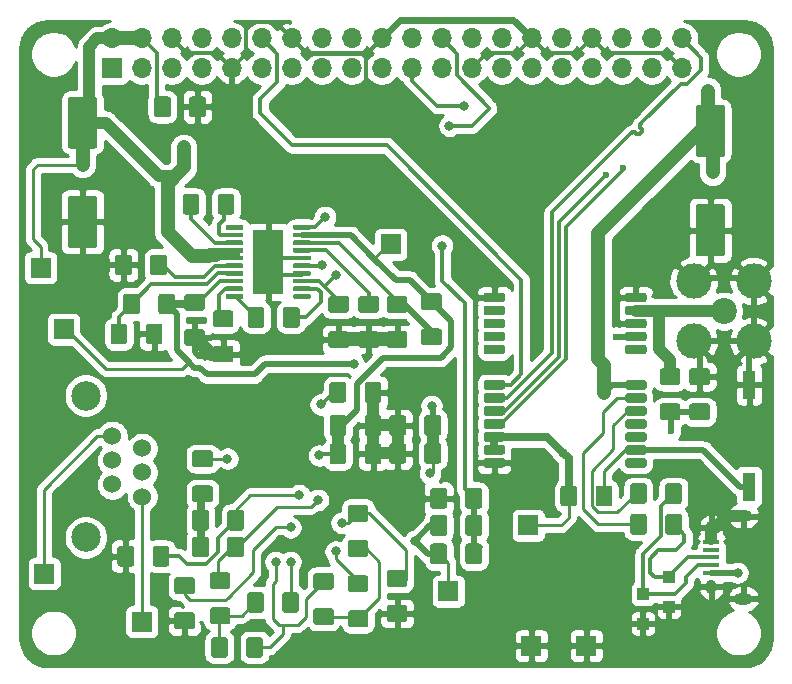
<source format=gbr>
%TF.GenerationSoftware,KiCad,Pcbnew,(5.1.5)-3*%
%TF.CreationDate,2020-11-20T20:43:25+01:00*%
%TF.ProjectId,PCB,5043422e-6b69-4636-9164-5f7063625858,rev?*%
%TF.SameCoordinates,Original*%
%TF.FileFunction,Copper,L1,Top*%
%TF.FilePolarity,Positive*%
%FSLAX46Y46*%
G04 Gerber Fmt 4.6, Leading zero omitted, Abs format (unit mm)*
G04 Created by KiCad (PCBNEW (5.1.5)-3) date 2020-11-20 20:43:25*
%MOMM*%
%LPD*%
G04 APERTURE LIST*
%TA.AperFunction,ComponentPad*%
%ADD10C,2.200000*%
%TD*%
%TA.AperFunction,ComponentPad*%
%ADD11C,3.000000*%
%TD*%
%TA.AperFunction,SMDPad,CuDef*%
%ADD12R,2.500000X5.500000*%
%TD*%
%TA.AperFunction,SMDPad,CuDef*%
%ADD13C,0.100000*%
%TD*%
%TA.AperFunction,ComponentPad*%
%ADD14R,1.700000X1.700000*%
%TD*%
%TA.AperFunction,ComponentPad*%
%ADD15O,1.700000X1.700000*%
%TD*%
%TA.AperFunction,WasherPad*%
%ADD16C,2.500000*%
%TD*%
%TA.AperFunction,ComponentPad*%
%ADD17C,1.524000*%
%TD*%
%TA.AperFunction,SMDPad,CuDef*%
%ADD18R,1.120000X2.440000*%
%TD*%
%TA.AperFunction,ComponentPad*%
%ADD19O,1.550000X1.000000*%
%TD*%
%TA.AperFunction,ComponentPad*%
%ADD20O,0.950000X1.250000*%
%TD*%
%TA.AperFunction,SMDPad,CuDef*%
%ADD21R,1.350000X0.400000*%
%TD*%
%TA.AperFunction,SMDPad,CuDef*%
%ADD22R,1.000000X1.000000*%
%TD*%
%TA.AperFunction,ViaPad*%
%ADD23C,0.800000*%
%TD*%
%TA.AperFunction,ViaPad*%
%ADD24C,0.600000*%
%TD*%
%TA.AperFunction,Conductor*%
%ADD25C,0.500000*%
%TD*%
%TA.AperFunction,Conductor*%
%ADD26C,1.000000*%
%TD*%
%TA.AperFunction,Conductor*%
%ADD27C,0.300000*%
%TD*%
%TA.AperFunction,Conductor*%
%ADD28C,1.200000*%
%TD*%
%TA.AperFunction,Conductor*%
%ADD29C,0.250000*%
%TD*%
%TA.AperFunction,Conductor*%
%ADD30C,0.350000*%
%TD*%
%TA.AperFunction,Conductor*%
%ADD31C,0.600000*%
%TD*%
%TA.AperFunction,Conductor*%
%ADD32C,0.700000*%
%TD*%
%TA.AperFunction,Conductor*%
%ADD33C,0.800000*%
%TD*%
%TA.AperFunction,Conductor*%
%ADD34C,0.254000*%
%TD*%
G04 APERTURE END LIST*
D10*
%TO.P,AE1,1*%
%TO.N,Net-(AE1-Pad1)*%
X126335560Y-139554160D03*
D11*
%TO.P,AE1,2*%
%TO.N,GND*%
X128875560Y-142094160D03*
X123795560Y-142094160D03*
X128875560Y-137014160D03*
X123795560Y-137014160D03*
%TD*%
D12*
%TO.P,U3,21*%
%TO.N,GND*%
X87757000Y-135357000D03*
%TA.AperFunction,SMDPad,CuDef*%
D13*
%TO.P,U3,1*%
%TO.N,Net-(U3-Pad1)*%
G36*
X85541802Y-132257482D02*
G01*
X85551509Y-132258921D01*
X85561028Y-132261306D01*
X85570268Y-132264612D01*
X85579140Y-132268808D01*
X85587557Y-132273853D01*
X85595439Y-132279699D01*
X85602711Y-132286289D01*
X85609301Y-132293561D01*
X85615147Y-132301443D01*
X85620192Y-132309860D01*
X85624388Y-132318732D01*
X85627694Y-132327972D01*
X85630079Y-132337491D01*
X85631518Y-132347198D01*
X85632000Y-132357000D01*
X85632000Y-132557000D01*
X85631518Y-132566802D01*
X85630079Y-132576509D01*
X85627694Y-132586028D01*
X85624388Y-132595268D01*
X85620192Y-132604140D01*
X85615147Y-132612557D01*
X85609301Y-132620439D01*
X85602711Y-132627711D01*
X85595439Y-132634301D01*
X85587557Y-132640147D01*
X85579140Y-132645192D01*
X85570268Y-132649388D01*
X85561028Y-132652694D01*
X85551509Y-132655079D01*
X85541802Y-132656518D01*
X85532000Y-132657000D01*
X84257000Y-132657000D01*
X84247198Y-132656518D01*
X84237491Y-132655079D01*
X84227972Y-132652694D01*
X84218732Y-132649388D01*
X84209860Y-132645192D01*
X84201443Y-132640147D01*
X84193561Y-132634301D01*
X84186289Y-132627711D01*
X84179699Y-132620439D01*
X84173853Y-132612557D01*
X84168808Y-132604140D01*
X84164612Y-132595268D01*
X84161306Y-132586028D01*
X84158921Y-132576509D01*
X84157482Y-132566802D01*
X84157000Y-132557000D01*
X84157000Y-132357000D01*
X84157482Y-132347198D01*
X84158921Y-132337491D01*
X84161306Y-132327972D01*
X84164612Y-132318732D01*
X84168808Y-132309860D01*
X84173853Y-132301443D01*
X84179699Y-132293561D01*
X84186289Y-132286289D01*
X84193561Y-132279699D01*
X84201443Y-132273853D01*
X84209860Y-132268808D01*
X84218732Y-132264612D01*
X84227972Y-132261306D01*
X84237491Y-132258921D01*
X84247198Y-132257482D01*
X84257000Y-132257000D01*
X85532000Y-132257000D01*
X85541802Y-132257482D01*
G37*
%TD.AperFunction*%
%TA.AperFunction,SMDPad,CuDef*%
%TO.P,U3,2*%
%TO.N,Net-(C26-Pad1)*%
G36*
X85541802Y-132907482D02*
G01*
X85551509Y-132908921D01*
X85561028Y-132911306D01*
X85570268Y-132914612D01*
X85579140Y-132918808D01*
X85587557Y-132923853D01*
X85595439Y-132929699D01*
X85602711Y-132936289D01*
X85609301Y-132943561D01*
X85615147Y-132951443D01*
X85620192Y-132959860D01*
X85624388Y-132968732D01*
X85627694Y-132977972D01*
X85630079Y-132987491D01*
X85631518Y-132997198D01*
X85632000Y-133007000D01*
X85632000Y-133207000D01*
X85631518Y-133216802D01*
X85630079Y-133226509D01*
X85627694Y-133236028D01*
X85624388Y-133245268D01*
X85620192Y-133254140D01*
X85615147Y-133262557D01*
X85609301Y-133270439D01*
X85602711Y-133277711D01*
X85595439Y-133284301D01*
X85587557Y-133290147D01*
X85579140Y-133295192D01*
X85570268Y-133299388D01*
X85561028Y-133302694D01*
X85551509Y-133305079D01*
X85541802Y-133306518D01*
X85532000Y-133307000D01*
X84257000Y-133307000D01*
X84247198Y-133306518D01*
X84237491Y-133305079D01*
X84227972Y-133302694D01*
X84218732Y-133299388D01*
X84209860Y-133295192D01*
X84201443Y-133290147D01*
X84193561Y-133284301D01*
X84186289Y-133277711D01*
X84179699Y-133270439D01*
X84173853Y-133262557D01*
X84168808Y-133254140D01*
X84164612Y-133245268D01*
X84161306Y-133236028D01*
X84158921Y-133226509D01*
X84157482Y-133216802D01*
X84157000Y-133207000D01*
X84157000Y-133007000D01*
X84157482Y-132997198D01*
X84158921Y-132987491D01*
X84161306Y-132977972D01*
X84164612Y-132968732D01*
X84168808Y-132959860D01*
X84173853Y-132951443D01*
X84179699Y-132943561D01*
X84186289Y-132936289D01*
X84193561Y-132929699D01*
X84201443Y-132923853D01*
X84209860Y-132918808D01*
X84218732Y-132914612D01*
X84227972Y-132911306D01*
X84237491Y-132908921D01*
X84247198Y-132907482D01*
X84257000Y-132907000D01*
X85532000Y-132907000D01*
X85541802Y-132907482D01*
G37*
%TD.AperFunction*%
%TA.AperFunction,SMDPad,CuDef*%
%TO.P,U3,3*%
%TO.N,Net-(C26-Pad2)*%
G36*
X85541802Y-133557482D02*
G01*
X85551509Y-133558921D01*
X85561028Y-133561306D01*
X85570268Y-133564612D01*
X85579140Y-133568808D01*
X85587557Y-133573853D01*
X85595439Y-133579699D01*
X85602711Y-133586289D01*
X85609301Y-133593561D01*
X85615147Y-133601443D01*
X85620192Y-133609860D01*
X85624388Y-133618732D01*
X85627694Y-133627972D01*
X85630079Y-133637491D01*
X85631518Y-133647198D01*
X85632000Y-133657000D01*
X85632000Y-133857000D01*
X85631518Y-133866802D01*
X85630079Y-133876509D01*
X85627694Y-133886028D01*
X85624388Y-133895268D01*
X85620192Y-133904140D01*
X85615147Y-133912557D01*
X85609301Y-133920439D01*
X85602711Y-133927711D01*
X85595439Y-133934301D01*
X85587557Y-133940147D01*
X85579140Y-133945192D01*
X85570268Y-133949388D01*
X85561028Y-133952694D01*
X85551509Y-133955079D01*
X85541802Y-133956518D01*
X85532000Y-133957000D01*
X84257000Y-133957000D01*
X84247198Y-133956518D01*
X84237491Y-133955079D01*
X84227972Y-133952694D01*
X84218732Y-133949388D01*
X84209860Y-133945192D01*
X84201443Y-133940147D01*
X84193561Y-133934301D01*
X84186289Y-133927711D01*
X84179699Y-133920439D01*
X84173853Y-133912557D01*
X84168808Y-133904140D01*
X84164612Y-133895268D01*
X84161306Y-133886028D01*
X84158921Y-133876509D01*
X84157482Y-133866802D01*
X84157000Y-133857000D01*
X84157000Y-133657000D01*
X84157482Y-133647198D01*
X84158921Y-133637491D01*
X84161306Y-133627972D01*
X84164612Y-133618732D01*
X84168808Y-133609860D01*
X84173853Y-133601443D01*
X84179699Y-133593561D01*
X84186289Y-133586289D01*
X84193561Y-133579699D01*
X84201443Y-133573853D01*
X84209860Y-133568808D01*
X84218732Y-133564612D01*
X84227972Y-133561306D01*
X84237491Y-133558921D01*
X84247198Y-133557482D01*
X84257000Y-133557000D01*
X85532000Y-133557000D01*
X85541802Y-133557482D01*
G37*
%TD.AperFunction*%
%TA.AperFunction,SMDPad,CuDef*%
%TO.P,U3,4*%
%TO.N,+5V*%
G36*
X85541802Y-134207482D02*
G01*
X85551509Y-134208921D01*
X85561028Y-134211306D01*
X85570268Y-134214612D01*
X85579140Y-134218808D01*
X85587557Y-134223853D01*
X85595439Y-134229699D01*
X85602711Y-134236289D01*
X85609301Y-134243561D01*
X85615147Y-134251443D01*
X85620192Y-134259860D01*
X85624388Y-134268732D01*
X85627694Y-134277972D01*
X85630079Y-134287491D01*
X85631518Y-134297198D01*
X85632000Y-134307000D01*
X85632000Y-134507000D01*
X85631518Y-134516802D01*
X85630079Y-134526509D01*
X85627694Y-134536028D01*
X85624388Y-134545268D01*
X85620192Y-134554140D01*
X85615147Y-134562557D01*
X85609301Y-134570439D01*
X85602711Y-134577711D01*
X85595439Y-134584301D01*
X85587557Y-134590147D01*
X85579140Y-134595192D01*
X85570268Y-134599388D01*
X85561028Y-134602694D01*
X85551509Y-134605079D01*
X85541802Y-134606518D01*
X85532000Y-134607000D01*
X84257000Y-134607000D01*
X84247198Y-134606518D01*
X84237491Y-134605079D01*
X84227972Y-134602694D01*
X84218732Y-134599388D01*
X84209860Y-134595192D01*
X84201443Y-134590147D01*
X84193561Y-134584301D01*
X84186289Y-134577711D01*
X84179699Y-134570439D01*
X84173853Y-134562557D01*
X84168808Y-134554140D01*
X84164612Y-134545268D01*
X84161306Y-134536028D01*
X84158921Y-134526509D01*
X84157482Y-134516802D01*
X84157000Y-134507000D01*
X84157000Y-134307000D01*
X84157482Y-134297198D01*
X84158921Y-134287491D01*
X84161306Y-134277972D01*
X84164612Y-134268732D01*
X84168808Y-134259860D01*
X84173853Y-134251443D01*
X84179699Y-134243561D01*
X84186289Y-134236289D01*
X84193561Y-134229699D01*
X84201443Y-134223853D01*
X84209860Y-134218808D01*
X84218732Y-134214612D01*
X84227972Y-134211306D01*
X84237491Y-134208921D01*
X84247198Y-134207482D01*
X84257000Y-134207000D01*
X85532000Y-134207000D01*
X85541802Y-134207482D01*
G37*
%TD.AperFunction*%
%TA.AperFunction,SMDPad,CuDef*%
%TO.P,U3,5*%
G36*
X85541802Y-134857482D02*
G01*
X85551509Y-134858921D01*
X85561028Y-134861306D01*
X85570268Y-134864612D01*
X85579140Y-134868808D01*
X85587557Y-134873853D01*
X85595439Y-134879699D01*
X85602711Y-134886289D01*
X85609301Y-134893561D01*
X85615147Y-134901443D01*
X85620192Y-134909860D01*
X85624388Y-134918732D01*
X85627694Y-134927972D01*
X85630079Y-134937491D01*
X85631518Y-134947198D01*
X85632000Y-134957000D01*
X85632000Y-135157000D01*
X85631518Y-135166802D01*
X85630079Y-135176509D01*
X85627694Y-135186028D01*
X85624388Y-135195268D01*
X85620192Y-135204140D01*
X85615147Y-135212557D01*
X85609301Y-135220439D01*
X85602711Y-135227711D01*
X85595439Y-135234301D01*
X85587557Y-135240147D01*
X85579140Y-135245192D01*
X85570268Y-135249388D01*
X85561028Y-135252694D01*
X85551509Y-135255079D01*
X85541802Y-135256518D01*
X85532000Y-135257000D01*
X84257000Y-135257000D01*
X84247198Y-135256518D01*
X84237491Y-135255079D01*
X84227972Y-135252694D01*
X84218732Y-135249388D01*
X84209860Y-135245192D01*
X84201443Y-135240147D01*
X84193561Y-135234301D01*
X84186289Y-135227711D01*
X84179699Y-135220439D01*
X84173853Y-135212557D01*
X84168808Y-135204140D01*
X84164612Y-135195268D01*
X84161306Y-135186028D01*
X84158921Y-135176509D01*
X84157482Y-135166802D01*
X84157000Y-135157000D01*
X84157000Y-134957000D01*
X84157482Y-134947198D01*
X84158921Y-134937491D01*
X84161306Y-134927972D01*
X84164612Y-134918732D01*
X84168808Y-134909860D01*
X84173853Y-134901443D01*
X84179699Y-134893561D01*
X84186289Y-134886289D01*
X84193561Y-134879699D01*
X84201443Y-134873853D01*
X84209860Y-134868808D01*
X84218732Y-134864612D01*
X84227972Y-134861306D01*
X84237491Y-134858921D01*
X84247198Y-134857482D01*
X84257000Y-134857000D01*
X85532000Y-134857000D01*
X85541802Y-134857482D01*
G37*
%TD.AperFunction*%
%TA.AperFunction,SMDPad,CuDef*%
%TO.P,U3,6*%
%TO.N,Net-(C25-Pad2)*%
G36*
X85541802Y-135507482D02*
G01*
X85551509Y-135508921D01*
X85561028Y-135511306D01*
X85570268Y-135514612D01*
X85579140Y-135518808D01*
X85587557Y-135523853D01*
X85595439Y-135529699D01*
X85602711Y-135536289D01*
X85609301Y-135543561D01*
X85615147Y-135551443D01*
X85620192Y-135559860D01*
X85624388Y-135568732D01*
X85627694Y-135577972D01*
X85630079Y-135587491D01*
X85631518Y-135597198D01*
X85632000Y-135607000D01*
X85632000Y-135807000D01*
X85631518Y-135816802D01*
X85630079Y-135826509D01*
X85627694Y-135836028D01*
X85624388Y-135845268D01*
X85620192Y-135854140D01*
X85615147Y-135862557D01*
X85609301Y-135870439D01*
X85602711Y-135877711D01*
X85595439Y-135884301D01*
X85587557Y-135890147D01*
X85579140Y-135895192D01*
X85570268Y-135899388D01*
X85561028Y-135902694D01*
X85551509Y-135905079D01*
X85541802Y-135906518D01*
X85532000Y-135907000D01*
X84257000Y-135907000D01*
X84247198Y-135906518D01*
X84237491Y-135905079D01*
X84227972Y-135902694D01*
X84218732Y-135899388D01*
X84209860Y-135895192D01*
X84201443Y-135890147D01*
X84193561Y-135884301D01*
X84186289Y-135877711D01*
X84179699Y-135870439D01*
X84173853Y-135862557D01*
X84168808Y-135854140D01*
X84164612Y-135845268D01*
X84161306Y-135836028D01*
X84158921Y-135826509D01*
X84157482Y-135816802D01*
X84157000Y-135807000D01*
X84157000Y-135607000D01*
X84157482Y-135597198D01*
X84158921Y-135587491D01*
X84161306Y-135577972D01*
X84164612Y-135568732D01*
X84168808Y-135559860D01*
X84173853Y-135551443D01*
X84179699Y-135543561D01*
X84186289Y-135536289D01*
X84193561Y-135529699D01*
X84201443Y-135523853D01*
X84209860Y-135518808D01*
X84218732Y-135514612D01*
X84227972Y-135511306D01*
X84237491Y-135508921D01*
X84247198Y-135507482D01*
X84257000Y-135507000D01*
X85532000Y-135507000D01*
X85541802Y-135507482D01*
G37*
%TD.AperFunction*%
%TA.AperFunction,SMDPad,CuDef*%
%TO.P,U3,7*%
%TO.N,Net-(R15-Pad2)*%
G36*
X85541802Y-136157482D02*
G01*
X85551509Y-136158921D01*
X85561028Y-136161306D01*
X85570268Y-136164612D01*
X85579140Y-136168808D01*
X85587557Y-136173853D01*
X85595439Y-136179699D01*
X85602711Y-136186289D01*
X85609301Y-136193561D01*
X85615147Y-136201443D01*
X85620192Y-136209860D01*
X85624388Y-136218732D01*
X85627694Y-136227972D01*
X85630079Y-136237491D01*
X85631518Y-136247198D01*
X85632000Y-136257000D01*
X85632000Y-136457000D01*
X85631518Y-136466802D01*
X85630079Y-136476509D01*
X85627694Y-136486028D01*
X85624388Y-136495268D01*
X85620192Y-136504140D01*
X85615147Y-136512557D01*
X85609301Y-136520439D01*
X85602711Y-136527711D01*
X85595439Y-136534301D01*
X85587557Y-136540147D01*
X85579140Y-136545192D01*
X85570268Y-136549388D01*
X85561028Y-136552694D01*
X85551509Y-136555079D01*
X85541802Y-136556518D01*
X85532000Y-136557000D01*
X84257000Y-136557000D01*
X84247198Y-136556518D01*
X84237491Y-136555079D01*
X84227972Y-136552694D01*
X84218732Y-136549388D01*
X84209860Y-136545192D01*
X84201443Y-136540147D01*
X84193561Y-136534301D01*
X84186289Y-136527711D01*
X84179699Y-136520439D01*
X84173853Y-136512557D01*
X84168808Y-136504140D01*
X84164612Y-136495268D01*
X84161306Y-136486028D01*
X84158921Y-136476509D01*
X84157482Y-136466802D01*
X84157000Y-136457000D01*
X84157000Y-136257000D01*
X84157482Y-136247198D01*
X84158921Y-136237491D01*
X84161306Y-136227972D01*
X84164612Y-136218732D01*
X84168808Y-136209860D01*
X84173853Y-136201443D01*
X84179699Y-136193561D01*
X84186289Y-136186289D01*
X84193561Y-136179699D01*
X84201443Y-136173853D01*
X84209860Y-136168808D01*
X84218732Y-136164612D01*
X84227972Y-136161306D01*
X84237491Y-136158921D01*
X84247198Y-136157482D01*
X84257000Y-136157000D01*
X85532000Y-136157000D01*
X85541802Y-136157482D01*
G37*
%TD.AperFunction*%
%TA.AperFunction,SMDPad,CuDef*%
%TO.P,U3,8*%
%TO.N,-10V*%
G36*
X85541802Y-136807482D02*
G01*
X85551509Y-136808921D01*
X85561028Y-136811306D01*
X85570268Y-136814612D01*
X85579140Y-136818808D01*
X85587557Y-136823853D01*
X85595439Y-136829699D01*
X85602711Y-136836289D01*
X85609301Y-136843561D01*
X85615147Y-136851443D01*
X85620192Y-136859860D01*
X85624388Y-136868732D01*
X85627694Y-136877972D01*
X85630079Y-136887491D01*
X85631518Y-136897198D01*
X85632000Y-136907000D01*
X85632000Y-137107000D01*
X85631518Y-137116802D01*
X85630079Y-137126509D01*
X85627694Y-137136028D01*
X85624388Y-137145268D01*
X85620192Y-137154140D01*
X85615147Y-137162557D01*
X85609301Y-137170439D01*
X85602711Y-137177711D01*
X85595439Y-137184301D01*
X85587557Y-137190147D01*
X85579140Y-137195192D01*
X85570268Y-137199388D01*
X85561028Y-137202694D01*
X85551509Y-137205079D01*
X85541802Y-137206518D01*
X85532000Y-137207000D01*
X84257000Y-137207000D01*
X84247198Y-137206518D01*
X84237491Y-137205079D01*
X84227972Y-137202694D01*
X84218732Y-137199388D01*
X84209860Y-137195192D01*
X84201443Y-137190147D01*
X84193561Y-137184301D01*
X84186289Y-137177711D01*
X84179699Y-137170439D01*
X84173853Y-137162557D01*
X84168808Y-137154140D01*
X84164612Y-137145268D01*
X84161306Y-137136028D01*
X84158921Y-137126509D01*
X84157482Y-137116802D01*
X84157000Y-137107000D01*
X84157000Y-136907000D01*
X84157482Y-136897198D01*
X84158921Y-136887491D01*
X84161306Y-136877972D01*
X84164612Y-136868732D01*
X84168808Y-136859860D01*
X84173853Y-136851443D01*
X84179699Y-136843561D01*
X84186289Y-136836289D01*
X84193561Y-136829699D01*
X84201443Y-136823853D01*
X84209860Y-136818808D01*
X84218732Y-136814612D01*
X84227972Y-136811306D01*
X84237491Y-136808921D01*
X84247198Y-136807482D01*
X84257000Y-136807000D01*
X85532000Y-136807000D01*
X85541802Y-136807482D01*
G37*
%TD.AperFunction*%
%TA.AperFunction,SMDPad,CuDef*%
%TO.P,U3,9*%
%TO.N,Net-(C27-Pad2)*%
G36*
X85541802Y-137457482D02*
G01*
X85551509Y-137458921D01*
X85561028Y-137461306D01*
X85570268Y-137464612D01*
X85579140Y-137468808D01*
X85587557Y-137473853D01*
X85595439Y-137479699D01*
X85602711Y-137486289D01*
X85609301Y-137493561D01*
X85615147Y-137501443D01*
X85620192Y-137509860D01*
X85624388Y-137518732D01*
X85627694Y-137527972D01*
X85630079Y-137537491D01*
X85631518Y-137547198D01*
X85632000Y-137557000D01*
X85632000Y-137757000D01*
X85631518Y-137766802D01*
X85630079Y-137776509D01*
X85627694Y-137786028D01*
X85624388Y-137795268D01*
X85620192Y-137804140D01*
X85615147Y-137812557D01*
X85609301Y-137820439D01*
X85602711Y-137827711D01*
X85595439Y-137834301D01*
X85587557Y-137840147D01*
X85579140Y-137845192D01*
X85570268Y-137849388D01*
X85561028Y-137852694D01*
X85551509Y-137855079D01*
X85541802Y-137856518D01*
X85532000Y-137857000D01*
X84257000Y-137857000D01*
X84247198Y-137856518D01*
X84237491Y-137855079D01*
X84227972Y-137852694D01*
X84218732Y-137849388D01*
X84209860Y-137845192D01*
X84201443Y-137840147D01*
X84193561Y-137834301D01*
X84186289Y-137827711D01*
X84179699Y-137820439D01*
X84173853Y-137812557D01*
X84168808Y-137804140D01*
X84164612Y-137795268D01*
X84161306Y-137786028D01*
X84158921Y-137776509D01*
X84157482Y-137766802D01*
X84157000Y-137757000D01*
X84157000Y-137557000D01*
X84157482Y-137547198D01*
X84158921Y-137537491D01*
X84161306Y-137527972D01*
X84164612Y-137518732D01*
X84168808Y-137509860D01*
X84173853Y-137501443D01*
X84179699Y-137493561D01*
X84186289Y-137486289D01*
X84193561Y-137479699D01*
X84201443Y-137473853D01*
X84209860Y-137468808D01*
X84218732Y-137464612D01*
X84227972Y-137461306D01*
X84237491Y-137458921D01*
X84247198Y-137457482D01*
X84257000Y-137457000D01*
X85532000Y-137457000D01*
X85541802Y-137457482D01*
G37*
%TD.AperFunction*%
%TA.AperFunction,SMDPad,CuDef*%
%TO.P,U3,10*%
%TO.N,Net-(C28-Pad1)*%
G36*
X85541802Y-138107482D02*
G01*
X85551509Y-138108921D01*
X85561028Y-138111306D01*
X85570268Y-138114612D01*
X85579140Y-138118808D01*
X85587557Y-138123853D01*
X85595439Y-138129699D01*
X85602711Y-138136289D01*
X85609301Y-138143561D01*
X85615147Y-138151443D01*
X85620192Y-138159860D01*
X85624388Y-138168732D01*
X85627694Y-138177972D01*
X85630079Y-138187491D01*
X85631518Y-138197198D01*
X85632000Y-138207000D01*
X85632000Y-138407000D01*
X85631518Y-138416802D01*
X85630079Y-138426509D01*
X85627694Y-138436028D01*
X85624388Y-138445268D01*
X85620192Y-138454140D01*
X85615147Y-138462557D01*
X85609301Y-138470439D01*
X85602711Y-138477711D01*
X85595439Y-138484301D01*
X85587557Y-138490147D01*
X85579140Y-138495192D01*
X85570268Y-138499388D01*
X85561028Y-138502694D01*
X85551509Y-138505079D01*
X85541802Y-138506518D01*
X85532000Y-138507000D01*
X84257000Y-138507000D01*
X84247198Y-138506518D01*
X84237491Y-138505079D01*
X84227972Y-138502694D01*
X84218732Y-138499388D01*
X84209860Y-138495192D01*
X84201443Y-138490147D01*
X84193561Y-138484301D01*
X84186289Y-138477711D01*
X84179699Y-138470439D01*
X84173853Y-138462557D01*
X84168808Y-138454140D01*
X84164612Y-138445268D01*
X84161306Y-138436028D01*
X84158921Y-138426509D01*
X84157482Y-138416802D01*
X84157000Y-138407000D01*
X84157000Y-138207000D01*
X84157482Y-138197198D01*
X84158921Y-138187491D01*
X84161306Y-138177972D01*
X84164612Y-138168732D01*
X84168808Y-138159860D01*
X84173853Y-138151443D01*
X84179699Y-138143561D01*
X84186289Y-138136289D01*
X84193561Y-138129699D01*
X84201443Y-138123853D01*
X84209860Y-138118808D01*
X84218732Y-138114612D01*
X84227972Y-138111306D01*
X84237491Y-138108921D01*
X84247198Y-138107482D01*
X84257000Y-138107000D01*
X85532000Y-138107000D01*
X85541802Y-138107482D01*
G37*
%TD.AperFunction*%
%TA.AperFunction,SMDPad,CuDef*%
%TO.P,U3,11*%
%TO.N,Net-(U3-Pad11)*%
G36*
X91266802Y-138107482D02*
G01*
X91276509Y-138108921D01*
X91286028Y-138111306D01*
X91295268Y-138114612D01*
X91304140Y-138118808D01*
X91312557Y-138123853D01*
X91320439Y-138129699D01*
X91327711Y-138136289D01*
X91334301Y-138143561D01*
X91340147Y-138151443D01*
X91345192Y-138159860D01*
X91349388Y-138168732D01*
X91352694Y-138177972D01*
X91355079Y-138187491D01*
X91356518Y-138197198D01*
X91357000Y-138207000D01*
X91357000Y-138407000D01*
X91356518Y-138416802D01*
X91355079Y-138426509D01*
X91352694Y-138436028D01*
X91349388Y-138445268D01*
X91345192Y-138454140D01*
X91340147Y-138462557D01*
X91334301Y-138470439D01*
X91327711Y-138477711D01*
X91320439Y-138484301D01*
X91312557Y-138490147D01*
X91304140Y-138495192D01*
X91295268Y-138499388D01*
X91286028Y-138502694D01*
X91276509Y-138505079D01*
X91266802Y-138506518D01*
X91257000Y-138507000D01*
X89982000Y-138507000D01*
X89972198Y-138506518D01*
X89962491Y-138505079D01*
X89952972Y-138502694D01*
X89943732Y-138499388D01*
X89934860Y-138495192D01*
X89926443Y-138490147D01*
X89918561Y-138484301D01*
X89911289Y-138477711D01*
X89904699Y-138470439D01*
X89898853Y-138462557D01*
X89893808Y-138454140D01*
X89889612Y-138445268D01*
X89886306Y-138436028D01*
X89883921Y-138426509D01*
X89882482Y-138416802D01*
X89882000Y-138407000D01*
X89882000Y-138207000D01*
X89882482Y-138197198D01*
X89883921Y-138187491D01*
X89886306Y-138177972D01*
X89889612Y-138168732D01*
X89893808Y-138159860D01*
X89898853Y-138151443D01*
X89904699Y-138143561D01*
X89911289Y-138136289D01*
X89918561Y-138129699D01*
X89926443Y-138123853D01*
X89934860Y-138118808D01*
X89943732Y-138114612D01*
X89952972Y-138111306D01*
X89962491Y-138108921D01*
X89972198Y-138107482D01*
X89982000Y-138107000D01*
X91257000Y-138107000D01*
X91266802Y-138107482D01*
G37*
%TD.AperFunction*%
%TA.AperFunction,SMDPad,CuDef*%
%TO.P,U3,12*%
%TO.N,Net-(C28-Pad2)*%
G36*
X91266802Y-137457482D02*
G01*
X91276509Y-137458921D01*
X91286028Y-137461306D01*
X91295268Y-137464612D01*
X91304140Y-137468808D01*
X91312557Y-137473853D01*
X91320439Y-137479699D01*
X91327711Y-137486289D01*
X91334301Y-137493561D01*
X91340147Y-137501443D01*
X91345192Y-137509860D01*
X91349388Y-137518732D01*
X91352694Y-137527972D01*
X91355079Y-137537491D01*
X91356518Y-137547198D01*
X91357000Y-137557000D01*
X91357000Y-137757000D01*
X91356518Y-137766802D01*
X91355079Y-137776509D01*
X91352694Y-137786028D01*
X91349388Y-137795268D01*
X91345192Y-137804140D01*
X91340147Y-137812557D01*
X91334301Y-137820439D01*
X91327711Y-137827711D01*
X91320439Y-137834301D01*
X91312557Y-137840147D01*
X91304140Y-137845192D01*
X91295268Y-137849388D01*
X91286028Y-137852694D01*
X91276509Y-137855079D01*
X91266802Y-137856518D01*
X91257000Y-137857000D01*
X89982000Y-137857000D01*
X89972198Y-137856518D01*
X89962491Y-137855079D01*
X89952972Y-137852694D01*
X89943732Y-137849388D01*
X89934860Y-137845192D01*
X89926443Y-137840147D01*
X89918561Y-137834301D01*
X89911289Y-137827711D01*
X89904699Y-137820439D01*
X89898853Y-137812557D01*
X89893808Y-137804140D01*
X89889612Y-137795268D01*
X89886306Y-137786028D01*
X89883921Y-137776509D01*
X89882482Y-137766802D01*
X89882000Y-137757000D01*
X89882000Y-137557000D01*
X89882482Y-137547198D01*
X89883921Y-137537491D01*
X89886306Y-137527972D01*
X89889612Y-137518732D01*
X89893808Y-137509860D01*
X89898853Y-137501443D01*
X89904699Y-137493561D01*
X89911289Y-137486289D01*
X89918561Y-137479699D01*
X89926443Y-137473853D01*
X89934860Y-137468808D01*
X89943732Y-137464612D01*
X89952972Y-137461306D01*
X89962491Y-137458921D01*
X89972198Y-137457482D01*
X89982000Y-137457000D01*
X91257000Y-137457000D01*
X91266802Y-137457482D01*
G37*
%TD.AperFunction*%
%TA.AperFunction,SMDPad,CuDef*%
%TO.P,U3,13*%
%TO.N,Net-(C29-Pad1)*%
G36*
X91266802Y-136807482D02*
G01*
X91276509Y-136808921D01*
X91286028Y-136811306D01*
X91295268Y-136814612D01*
X91304140Y-136818808D01*
X91312557Y-136823853D01*
X91320439Y-136829699D01*
X91327711Y-136836289D01*
X91334301Y-136843561D01*
X91340147Y-136851443D01*
X91345192Y-136859860D01*
X91349388Y-136868732D01*
X91352694Y-136877972D01*
X91355079Y-136887491D01*
X91356518Y-136897198D01*
X91357000Y-136907000D01*
X91357000Y-137107000D01*
X91356518Y-137116802D01*
X91355079Y-137126509D01*
X91352694Y-137136028D01*
X91349388Y-137145268D01*
X91345192Y-137154140D01*
X91340147Y-137162557D01*
X91334301Y-137170439D01*
X91327711Y-137177711D01*
X91320439Y-137184301D01*
X91312557Y-137190147D01*
X91304140Y-137195192D01*
X91295268Y-137199388D01*
X91286028Y-137202694D01*
X91276509Y-137205079D01*
X91266802Y-137206518D01*
X91257000Y-137207000D01*
X89982000Y-137207000D01*
X89972198Y-137206518D01*
X89962491Y-137205079D01*
X89952972Y-137202694D01*
X89943732Y-137199388D01*
X89934860Y-137195192D01*
X89926443Y-137190147D01*
X89918561Y-137184301D01*
X89911289Y-137177711D01*
X89904699Y-137170439D01*
X89898853Y-137162557D01*
X89893808Y-137154140D01*
X89889612Y-137145268D01*
X89886306Y-137136028D01*
X89883921Y-137126509D01*
X89882482Y-137116802D01*
X89882000Y-137107000D01*
X89882000Y-136907000D01*
X89882482Y-136897198D01*
X89883921Y-136887491D01*
X89886306Y-136877972D01*
X89889612Y-136868732D01*
X89893808Y-136859860D01*
X89898853Y-136851443D01*
X89904699Y-136843561D01*
X89911289Y-136836289D01*
X89918561Y-136829699D01*
X89926443Y-136823853D01*
X89934860Y-136818808D01*
X89943732Y-136814612D01*
X89952972Y-136811306D01*
X89962491Y-136808921D01*
X89972198Y-136807482D01*
X89982000Y-136807000D01*
X91257000Y-136807000D01*
X91266802Y-136807482D01*
G37*
%TD.AperFunction*%
%TA.AperFunction,SMDPad,CuDef*%
%TO.P,U3,14*%
%TO.N,GND*%
G36*
X91266802Y-136157482D02*
G01*
X91276509Y-136158921D01*
X91286028Y-136161306D01*
X91295268Y-136164612D01*
X91304140Y-136168808D01*
X91312557Y-136173853D01*
X91320439Y-136179699D01*
X91327711Y-136186289D01*
X91334301Y-136193561D01*
X91340147Y-136201443D01*
X91345192Y-136209860D01*
X91349388Y-136218732D01*
X91352694Y-136227972D01*
X91355079Y-136237491D01*
X91356518Y-136247198D01*
X91357000Y-136257000D01*
X91357000Y-136457000D01*
X91356518Y-136466802D01*
X91355079Y-136476509D01*
X91352694Y-136486028D01*
X91349388Y-136495268D01*
X91345192Y-136504140D01*
X91340147Y-136512557D01*
X91334301Y-136520439D01*
X91327711Y-136527711D01*
X91320439Y-136534301D01*
X91312557Y-136540147D01*
X91304140Y-136545192D01*
X91295268Y-136549388D01*
X91286028Y-136552694D01*
X91276509Y-136555079D01*
X91266802Y-136556518D01*
X91257000Y-136557000D01*
X89982000Y-136557000D01*
X89972198Y-136556518D01*
X89962491Y-136555079D01*
X89952972Y-136552694D01*
X89943732Y-136549388D01*
X89934860Y-136545192D01*
X89926443Y-136540147D01*
X89918561Y-136534301D01*
X89911289Y-136527711D01*
X89904699Y-136520439D01*
X89898853Y-136512557D01*
X89893808Y-136504140D01*
X89889612Y-136495268D01*
X89886306Y-136486028D01*
X89883921Y-136476509D01*
X89882482Y-136466802D01*
X89882000Y-136457000D01*
X89882000Y-136257000D01*
X89882482Y-136247198D01*
X89883921Y-136237491D01*
X89886306Y-136227972D01*
X89889612Y-136218732D01*
X89893808Y-136209860D01*
X89898853Y-136201443D01*
X89904699Y-136193561D01*
X89911289Y-136186289D01*
X89918561Y-136179699D01*
X89926443Y-136173853D01*
X89934860Y-136168808D01*
X89943732Y-136164612D01*
X89952972Y-136161306D01*
X89962491Y-136158921D01*
X89972198Y-136157482D01*
X89982000Y-136157000D01*
X91257000Y-136157000D01*
X91266802Y-136157482D01*
G37*
%TD.AperFunction*%
%TA.AperFunction,SMDPad,CuDef*%
%TO.P,U3,15*%
%TO.N,+5V*%
G36*
X91266802Y-135507482D02*
G01*
X91276509Y-135508921D01*
X91286028Y-135511306D01*
X91295268Y-135514612D01*
X91304140Y-135518808D01*
X91312557Y-135523853D01*
X91320439Y-135529699D01*
X91327711Y-135536289D01*
X91334301Y-135543561D01*
X91340147Y-135551443D01*
X91345192Y-135559860D01*
X91349388Y-135568732D01*
X91352694Y-135577972D01*
X91355079Y-135587491D01*
X91356518Y-135597198D01*
X91357000Y-135607000D01*
X91357000Y-135807000D01*
X91356518Y-135816802D01*
X91355079Y-135826509D01*
X91352694Y-135836028D01*
X91349388Y-135845268D01*
X91345192Y-135854140D01*
X91340147Y-135862557D01*
X91334301Y-135870439D01*
X91327711Y-135877711D01*
X91320439Y-135884301D01*
X91312557Y-135890147D01*
X91304140Y-135895192D01*
X91295268Y-135899388D01*
X91286028Y-135902694D01*
X91276509Y-135905079D01*
X91266802Y-135906518D01*
X91257000Y-135907000D01*
X89982000Y-135907000D01*
X89972198Y-135906518D01*
X89962491Y-135905079D01*
X89952972Y-135902694D01*
X89943732Y-135899388D01*
X89934860Y-135895192D01*
X89926443Y-135890147D01*
X89918561Y-135884301D01*
X89911289Y-135877711D01*
X89904699Y-135870439D01*
X89898853Y-135862557D01*
X89893808Y-135854140D01*
X89889612Y-135845268D01*
X89886306Y-135836028D01*
X89883921Y-135826509D01*
X89882482Y-135816802D01*
X89882000Y-135807000D01*
X89882000Y-135607000D01*
X89882482Y-135597198D01*
X89883921Y-135587491D01*
X89886306Y-135577972D01*
X89889612Y-135568732D01*
X89893808Y-135559860D01*
X89898853Y-135551443D01*
X89904699Y-135543561D01*
X89911289Y-135536289D01*
X89918561Y-135529699D01*
X89926443Y-135523853D01*
X89934860Y-135518808D01*
X89943732Y-135514612D01*
X89952972Y-135511306D01*
X89962491Y-135508921D01*
X89972198Y-135507482D01*
X89982000Y-135507000D01*
X91257000Y-135507000D01*
X91266802Y-135507482D01*
G37*
%TD.AperFunction*%
%TA.AperFunction,SMDPad,CuDef*%
%TO.P,U3,16*%
%TO.N,GND*%
G36*
X91266802Y-134857482D02*
G01*
X91276509Y-134858921D01*
X91286028Y-134861306D01*
X91295268Y-134864612D01*
X91304140Y-134868808D01*
X91312557Y-134873853D01*
X91320439Y-134879699D01*
X91327711Y-134886289D01*
X91334301Y-134893561D01*
X91340147Y-134901443D01*
X91345192Y-134909860D01*
X91349388Y-134918732D01*
X91352694Y-134927972D01*
X91355079Y-134937491D01*
X91356518Y-134947198D01*
X91357000Y-134957000D01*
X91357000Y-135157000D01*
X91356518Y-135166802D01*
X91355079Y-135176509D01*
X91352694Y-135186028D01*
X91349388Y-135195268D01*
X91345192Y-135204140D01*
X91340147Y-135212557D01*
X91334301Y-135220439D01*
X91327711Y-135227711D01*
X91320439Y-135234301D01*
X91312557Y-135240147D01*
X91304140Y-135245192D01*
X91295268Y-135249388D01*
X91286028Y-135252694D01*
X91276509Y-135255079D01*
X91266802Y-135256518D01*
X91257000Y-135257000D01*
X89982000Y-135257000D01*
X89972198Y-135256518D01*
X89962491Y-135255079D01*
X89952972Y-135252694D01*
X89943732Y-135249388D01*
X89934860Y-135245192D01*
X89926443Y-135240147D01*
X89918561Y-135234301D01*
X89911289Y-135227711D01*
X89904699Y-135220439D01*
X89898853Y-135212557D01*
X89893808Y-135204140D01*
X89889612Y-135195268D01*
X89886306Y-135186028D01*
X89883921Y-135176509D01*
X89882482Y-135166802D01*
X89882000Y-135157000D01*
X89882000Y-134957000D01*
X89882482Y-134947198D01*
X89883921Y-134937491D01*
X89886306Y-134927972D01*
X89889612Y-134918732D01*
X89893808Y-134909860D01*
X89898853Y-134901443D01*
X89904699Y-134893561D01*
X89911289Y-134886289D01*
X89918561Y-134879699D01*
X89926443Y-134873853D01*
X89934860Y-134868808D01*
X89943732Y-134864612D01*
X89952972Y-134861306D01*
X89962491Y-134858921D01*
X89972198Y-134857482D01*
X89982000Y-134857000D01*
X91257000Y-134857000D01*
X91266802Y-134857482D01*
G37*
%TD.AperFunction*%
%TA.AperFunction,SMDPad,CuDef*%
%TO.P,U3,17*%
%TO.N,Net-(C30-Pad1)*%
G36*
X91266802Y-134207482D02*
G01*
X91276509Y-134208921D01*
X91286028Y-134211306D01*
X91295268Y-134214612D01*
X91304140Y-134218808D01*
X91312557Y-134223853D01*
X91320439Y-134229699D01*
X91327711Y-134236289D01*
X91334301Y-134243561D01*
X91340147Y-134251443D01*
X91345192Y-134259860D01*
X91349388Y-134268732D01*
X91352694Y-134277972D01*
X91355079Y-134287491D01*
X91356518Y-134297198D01*
X91357000Y-134307000D01*
X91357000Y-134507000D01*
X91356518Y-134516802D01*
X91355079Y-134526509D01*
X91352694Y-134536028D01*
X91349388Y-134545268D01*
X91345192Y-134554140D01*
X91340147Y-134562557D01*
X91334301Y-134570439D01*
X91327711Y-134577711D01*
X91320439Y-134584301D01*
X91312557Y-134590147D01*
X91304140Y-134595192D01*
X91295268Y-134599388D01*
X91286028Y-134602694D01*
X91276509Y-134605079D01*
X91266802Y-134606518D01*
X91257000Y-134607000D01*
X89982000Y-134607000D01*
X89972198Y-134606518D01*
X89962491Y-134605079D01*
X89952972Y-134602694D01*
X89943732Y-134599388D01*
X89934860Y-134595192D01*
X89926443Y-134590147D01*
X89918561Y-134584301D01*
X89911289Y-134577711D01*
X89904699Y-134570439D01*
X89898853Y-134562557D01*
X89893808Y-134554140D01*
X89889612Y-134545268D01*
X89886306Y-134536028D01*
X89883921Y-134526509D01*
X89882482Y-134516802D01*
X89882000Y-134507000D01*
X89882000Y-134307000D01*
X89882482Y-134297198D01*
X89883921Y-134287491D01*
X89886306Y-134277972D01*
X89889612Y-134268732D01*
X89893808Y-134259860D01*
X89898853Y-134251443D01*
X89904699Y-134243561D01*
X89911289Y-134236289D01*
X89918561Y-134229699D01*
X89926443Y-134223853D01*
X89934860Y-134218808D01*
X89943732Y-134214612D01*
X89952972Y-134211306D01*
X89962491Y-134208921D01*
X89972198Y-134207482D01*
X89982000Y-134207000D01*
X91257000Y-134207000D01*
X91266802Y-134207482D01*
G37*
%TD.AperFunction*%
%TA.AperFunction,SMDPad,CuDef*%
%TO.P,U3,18*%
%TO.N,Net-(R17-Pad2)*%
G36*
X91266802Y-133557482D02*
G01*
X91276509Y-133558921D01*
X91286028Y-133561306D01*
X91295268Y-133564612D01*
X91304140Y-133568808D01*
X91312557Y-133573853D01*
X91320439Y-133579699D01*
X91327711Y-133586289D01*
X91334301Y-133593561D01*
X91340147Y-133601443D01*
X91345192Y-133609860D01*
X91349388Y-133618732D01*
X91352694Y-133627972D01*
X91355079Y-133637491D01*
X91356518Y-133647198D01*
X91357000Y-133657000D01*
X91357000Y-133857000D01*
X91356518Y-133866802D01*
X91355079Y-133876509D01*
X91352694Y-133886028D01*
X91349388Y-133895268D01*
X91345192Y-133904140D01*
X91340147Y-133912557D01*
X91334301Y-133920439D01*
X91327711Y-133927711D01*
X91320439Y-133934301D01*
X91312557Y-133940147D01*
X91304140Y-133945192D01*
X91295268Y-133949388D01*
X91286028Y-133952694D01*
X91276509Y-133955079D01*
X91266802Y-133956518D01*
X91257000Y-133957000D01*
X89982000Y-133957000D01*
X89972198Y-133956518D01*
X89962491Y-133955079D01*
X89952972Y-133952694D01*
X89943732Y-133949388D01*
X89934860Y-133945192D01*
X89926443Y-133940147D01*
X89918561Y-133934301D01*
X89911289Y-133927711D01*
X89904699Y-133920439D01*
X89898853Y-133912557D01*
X89893808Y-133904140D01*
X89889612Y-133895268D01*
X89886306Y-133886028D01*
X89883921Y-133876509D01*
X89882482Y-133866802D01*
X89882000Y-133857000D01*
X89882000Y-133657000D01*
X89882482Y-133647198D01*
X89883921Y-133637491D01*
X89886306Y-133627972D01*
X89889612Y-133618732D01*
X89893808Y-133609860D01*
X89898853Y-133601443D01*
X89904699Y-133593561D01*
X89911289Y-133586289D01*
X89918561Y-133579699D01*
X89926443Y-133573853D01*
X89934860Y-133568808D01*
X89943732Y-133564612D01*
X89952972Y-133561306D01*
X89962491Y-133558921D01*
X89972198Y-133557482D01*
X89982000Y-133557000D01*
X91257000Y-133557000D01*
X91266802Y-133557482D01*
G37*
%TD.AperFunction*%
%TA.AperFunction,SMDPad,CuDef*%
%TO.P,U3,19*%
%TO.N,+10V*%
G36*
X91266802Y-132907482D02*
G01*
X91276509Y-132908921D01*
X91286028Y-132911306D01*
X91295268Y-132914612D01*
X91304140Y-132918808D01*
X91312557Y-132923853D01*
X91320439Y-132929699D01*
X91327711Y-132936289D01*
X91334301Y-132943561D01*
X91340147Y-132951443D01*
X91345192Y-132959860D01*
X91349388Y-132968732D01*
X91352694Y-132977972D01*
X91355079Y-132987491D01*
X91356518Y-132997198D01*
X91357000Y-133007000D01*
X91357000Y-133207000D01*
X91356518Y-133216802D01*
X91355079Y-133226509D01*
X91352694Y-133236028D01*
X91349388Y-133245268D01*
X91345192Y-133254140D01*
X91340147Y-133262557D01*
X91334301Y-133270439D01*
X91327711Y-133277711D01*
X91320439Y-133284301D01*
X91312557Y-133290147D01*
X91304140Y-133295192D01*
X91295268Y-133299388D01*
X91286028Y-133302694D01*
X91276509Y-133305079D01*
X91266802Y-133306518D01*
X91257000Y-133307000D01*
X89982000Y-133307000D01*
X89972198Y-133306518D01*
X89962491Y-133305079D01*
X89952972Y-133302694D01*
X89943732Y-133299388D01*
X89934860Y-133295192D01*
X89926443Y-133290147D01*
X89918561Y-133284301D01*
X89911289Y-133277711D01*
X89904699Y-133270439D01*
X89898853Y-133262557D01*
X89893808Y-133254140D01*
X89889612Y-133245268D01*
X89886306Y-133236028D01*
X89883921Y-133226509D01*
X89882482Y-133216802D01*
X89882000Y-133207000D01*
X89882000Y-133007000D01*
X89882482Y-132997198D01*
X89883921Y-132987491D01*
X89886306Y-132977972D01*
X89889612Y-132968732D01*
X89893808Y-132959860D01*
X89898853Y-132951443D01*
X89904699Y-132943561D01*
X89911289Y-132936289D01*
X89918561Y-132929699D01*
X89926443Y-132923853D01*
X89934860Y-132918808D01*
X89943732Y-132914612D01*
X89952972Y-132911306D01*
X89962491Y-132908921D01*
X89972198Y-132907482D01*
X89982000Y-132907000D01*
X91257000Y-132907000D01*
X91266802Y-132907482D01*
G37*
%TD.AperFunction*%
%TA.AperFunction,SMDPad,CuDef*%
%TO.P,U3,20*%
%TO.N,Net-(C29-Pad1)*%
G36*
X91266802Y-132257482D02*
G01*
X91276509Y-132258921D01*
X91286028Y-132261306D01*
X91295268Y-132264612D01*
X91304140Y-132268808D01*
X91312557Y-132273853D01*
X91320439Y-132279699D01*
X91327711Y-132286289D01*
X91334301Y-132293561D01*
X91340147Y-132301443D01*
X91345192Y-132309860D01*
X91349388Y-132318732D01*
X91352694Y-132327972D01*
X91355079Y-132337491D01*
X91356518Y-132347198D01*
X91357000Y-132357000D01*
X91357000Y-132557000D01*
X91356518Y-132566802D01*
X91355079Y-132576509D01*
X91352694Y-132586028D01*
X91349388Y-132595268D01*
X91345192Y-132604140D01*
X91340147Y-132612557D01*
X91334301Y-132620439D01*
X91327711Y-132627711D01*
X91320439Y-132634301D01*
X91312557Y-132640147D01*
X91304140Y-132645192D01*
X91295268Y-132649388D01*
X91286028Y-132652694D01*
X91276509Y-132655079D01*
X91266802Y-132656518D01*
X91257000Y-132657000D01*
X89982000Y-132657000D01*
X89972198Y-132656518D01*
X89962491Y-132655079D01*
X89952972Y-132652694D01*
X89943732Y-132649388D01*
X89934860Y-132645192D01*
X89926443Y-132640147D01*
X89918561Y-132634301D01*
X89911289Y-132627711D01*
X89904699Y-132620439D01*
X89898853Y-132612557D01*
X89893808Y-132604140D01*
X89889612Y-132595268D01*
X89886306Y-132586028D01*
X89883921Y-132576509D01*
X89882482Y-132566802D01*
X89882000Y-132557000D01*
X89882000Y-132357000D01*
X89882482Y-132347198D01*
X89883921Y-132337491D01*
X89886306Y-132327972D01*
X89889612Y-132318732D01*
X89893808Y-132309860D01*
X89898853Y-132301443D01*
X89904699Y-132293561D01*
X89911289Y-132286289D01*
X89918561Y-132279699D01*
X89926443Y-132273853D01*
X89934860Y-132268808D01*
X89943732Y-132264612D01*
X89952972Y-132261306D01*
X89962491Y-132258921D01*
X89972198Y-132257482D01*
X89982000Y-132257000D01*
X91257000Y-132257000D01*
X91266802Y-132257482D01*
G37*
%TD.AperFunction*%
%TD*%
D14*
%TO.P,VOUTP,1*%
%TO.N,Net-(J2-Pad3)*%
X77076300Y-165849300D03*
%TD*%
%TO.P,VOUTN,1*%
%TO.N,Net-(J2-Pad4)*%
X68795900Y-161785300D03*
%TD*%
%TO.P,GND,1*%
%TO.N,GND*%
X114708200Y-167881300D03*
%TD*%
%TO.P,GND,1*%
%TO.N,GND*%
X110058200Y-167881300D03*
%TD*%
%TO.P,V_meas,1*%
%TO.N,V_measure*%
X103009700Y-163258500D03*
%TD*%
%TO.P,+10V,1*%
%TO.N,+10V*%
X98145600Y-133908800D03*
%TD*%
%TO.P,-10V,1*%
%TO.N,-10V*%
X70446900Y-141071600D03*
%TD*%
%TO.P,+3V3,1*%
%TO.N,+3V3*%
X109778800Y-157695900D03*
%TD*%
%TO.P,+5V,1*%
%TO.N,+5V*%
X68491100Y-135864600D03*
%TD*%
D15*
%TO.P,J3,40*%
%TO.N,SCLK1*%
X122775900Y-116464400D03*
%TO.P,J3,39*%
%TO.N,GND*%
X122775900Y-119004400D03*
%TO.P,J3,38*%
%TO.N,MOSI1*%
X120235900Y-116464400D03*
%TO.P,J3,37*%
%TO.N,Net-(J3-Pad37)*%
X120235900Y-119004400D03*
%TO.P,J3,36*%
%TO.N,Net-(J3-Pad36)*%
X117695900Y-116464400D03*
%TO.P,J3,35*%
%TO.N,MISO1*%
X117695900Y-119004400D03*
%TO.P,J3,34*%
%TO.N,GND*%
X115155900Y-116464400D03*
%TO.P,J3,33*%
%TO.N,Net-(J3-Pad33)*%
X115155900Y-119004400D03*
%TO.P,J3,32*%
%TO.N,Net-(J3-Pad32)*%
X112615900Y-116464400D03*
%TO.P,J3,31*%
%TO.N,Net-(J3-Pad31)*%
X112615900Y-119004400D03*
%TO.P,J3,30*%
%TO.N,GND*%
X110075900Y-116464400D03*
%TO.P,J3,29*%
%TO.N,Net-(J3-Pad29)*%
X110075900Y-119004400D03*
%TO.P,J3,28*%
%TO.N,Net-(J3-Pad28)*%
X107535900Y-116464400D03*
%TO.P,J3,27*%
%TO.N,Net-(J3-Pad27)*%
X107535900Y-119004400D03*
%TO.P,J3,26*%
%TO.N,Net-(J3-Pad26)*%
X104995900Y-116464400D03*
%TO.P,J3,25*%
%TO.N,GND*%
X104995900Y-119004400D03*
%TO.P,J3,24*%
%TO.N,SPI0_CE0*%
X102455900Y-116464400D03*
%TO.P,J3,23*%
%TO.N,SCLK0*%
X102455900Y-119004400D03*
%TO.P,J3,22*%
%TO.N,Net-(J3-Pad22)*%
X99915900Y-116464400D03*
%TO.P,J3,21*%
%TO.N,MISO0*%
X99915900Y-119004400D03*
%TO.P,J3,20*%
%TO.N,GND*%
X97375900Y-116464400D03*
%TO.P,J3,19*%
%TO.N,MOSI0*%
X97375900Y-119004400D03*
%TO.P,J3,18*%
%TO.N,Net-(J3-Pad18)*%
X94835900Y-116464400D03*
%TO.P,J3,17*%
%TO.N,+3V3*%
X94835900Y-119004400D03*
%TO.P,J3,16*%
%TO.N,Net-(J3-Pad16)*%
X92295900Y-116464400D03*
%TO.P,J3,15*%
%TO.N,Net-(J3-Pad15)*%
X92295900Y-119004400D03*
%TO.P,J3,14*%
%TO.N,GND*%
X89755900Y-116464400D03*
%TO.P,J3,13*%
%TO.N,Net-(J3-Pad13)*%
X89755900Y-119004400D03*
%TO.P,J3,12*%
%TO.N,SPI1_CE0*%
X87215900Y-116464400D03*
%TO.P,J3,11*%
%TO.N,Net-(J3-Pad11)*%
X87215900Y-119004400D03*
%TO.P,J3,10*%
%TO.N,Net-(J3-Pad10)*%
X84675900Y-116464400D03*
%TO.P,J3,9*%
%TO.N,GND*%
X84675900Y-119004400D03*
%TO.P,J3,8*%
%TO.N,Net-(J3-Pad8)*%
X82135900Y-116464400D03*
%TO.P,J3,7*%
%TO.N,Net-(J3-Pad7)*%
X82135900Y-119004400D03*
%TO.P,J3,6*%
%TO.N,GND*%
X79595900Y-116464400D03*
%TO.P,J3,5*%
%TO.N,Net-(J3-Pad5)*%
X79595900Y-119004400D03*
%TO.P,J3,4*%
%TO.N,+5V*%
X77055900Y-116464400D03*
%TO.P,J3,3*%
%TO.N,Net-(J3-Pad3)*%
X77055900Y-119004400D03*
%TO.P,J3,2*%
%TO.N,+5V*%
X74515900Y-116464400D03*
D14*
%TO.P,J3,1*%
%TO.N,+3V3*%
X74515900Y-119004400D03*
%TD*%
%TA.AperFunction,SMDPad,CuDef*%
D13*
%TO.P,R2,2*%
%TO.N,Net-(D2-Pad1)*%
G36*
X122587004Y-156726204D02*
G01*
X122611273Y-156729804D01*
X122635071Y-156735765D01*
X122658171Y-156744030D01*
X122680349Y-156754520D01*
X122701393Y-156767133D01*
X122721098Y-156781747D01*
X122739277Y-156798223D01*
X122755753Y-156816402D01*
X122770367Y-156836107D01*
X122782980Y-156857151D01*
X122793470Y-156879329D01*
X122801735Y-156902429D01*
X122807696Y-156926227D01*
X122811296Y-156950496D01*
X122812500Y-156975000D01*
X122812500Y-158225000D01*
X122811296Y-158249504D01*
X122807696Y-158273773D01*
X122801735Y-158297571D01*
X122793470Y-158320671D01*
X122782980Y-158342849D01*
X122770367Y-158363893D01*
X122755753Y-158383598D01*
X122739277Y-158401777D01*
X122721098Y-158418253D01*
X122701393Y-158432867D01*
X122680349Y-158445480D01*
X122658171Y-158455970D01*
X122635071Y-158464235D01*
X122611273Y-158470196D01*
X122587004Y-158473796D01*
X122562500Y-158475000D01*
X121637500Y-158475000D01*
X121612996Y-158473796D01*
X121588727Y-158470196D01*
X121564929Y-158464235D01*
X121541829Y-158455970D01*
X121519651Y-158445480D01*
X121498607Y-158432867D01*
X121478902Y-158418253D01*
X121460723Y-158401777D01*
X121444247Y-158383598D01*
X121429633Y-158363893D01*
X121417020Y-158342849D01*
X121406530Y-158320671D01*
X121398265Y-158297571D01*
X121392304Y-158273773D01*
X121388704Y-158249504D01*
X121387500Y-158225000D01*
X121387500Y-156975000D01*
X121388704Y-156950496D01*
X121392304Y-156926227D01*
X121398265Y-156902429D01*
X121406530Y-156879329D01*
X121417020Y-156857151D01*
X121429633Y-156836107D01*
X121444247Y-156816402D01*
X121460723Y-156798223D01*
X121478902Y-156781747D01*
X121498607Y-156767133D01*
X121519651Y-156754520D01*
X121541829Y-156744030D01*
X121564929Y-156735765D01*
X121588727Y-156729804D01*
X121612996Y-156726204D01*
X121637500Y-156725000D01*
X122562500Y-156725000D01*
X122587004Y-156726204D01*
G37*
%TD.AperFunction*%
%TA.AperFunction,SMDPad,CuDef*%
%TO.P,R2,1*%
%TO.N,Net-(R2-Pad1)*%
G36*
X119612004Y-156726204D02*
G01*
X119636273Y-156729804D01*
X119660071Y-156735765D01*
X119683171Y-156744030D01*
X119705349Y-156754520D01*
X119726393Y-156767133D01*
X119746098Y-156781747D01*
X119764277Y-156798223D01*
X119780753Y-156816402D01*
X119795367Y-156836107D01*
X119807980Y-156857151D01*
X119818470Y-156879329D01*
X119826735Y-156902429D01*
X119832696Y-156926227D01*
X119836296Y-156950496D01*
X119837500Y-156975000D01*
X119837500Y-158225000D01*
X119836296Y-158249504D01*
X119832696Y-158273773D01*
X119826735Y-158297571D01*
X119818470Y-158320671D01*
X119807980Y-158342849D01*
X119795367Y-158363893D01*
X119780753Y-158383598D01*
X119764277Y-158401777D01*
X119746098Y-158418253D01*
X119726393Y-158432867D01*
X119705349Y-158445480D01*
X119683171Y-158455970D01*
X119660071Y-158464235D01*
X119636273Y-158470196D01*
X119612004Y-158473796D01*
X119587500Y-158475000D01*
X118662500Y-158475000D01*
X118637996Y-158473796D01*
X118613727Y-158470196D01*
X118589929Y-158464235D01*
X118566829Y-158455970D01*
X118544651Y-158445480D01*
X118523607Y-158432867D01*
X118503902Y-158418253D01*
X118485723Y-158401777D01*
X118469247Y-158383598D01*
X118454633Y-158363893D01*
X118442020Y-158342849D01*
X118431530Y-158320671D01*
X118423265Y-158297571D01*
X118417304Y-158273773D01*
X118413704Y-158249504D01*
X118412500Y-158225000D01*
X118412500Y-156975000D01*
X118413704Y-156950496D01*
X118417304Y-156926227D01*
X118423265Y-156902429D01*
X118431530Y-156879329D01*
X118442020Y-156857151D01*
X118454633Y-156836107D01*
X118469247Y-156816402D01*
X118485723Y-156798223D01*
X118503902Y-156781747D01*
X118523607Y-156767133D01*
X118544651Y-156754520D01*
X118566829Y-156744030D01*
X118589929Y-156735765D01*
X118613727Y-156729804D01*
X118637996Y-156726204D01*
X118662500Y-156725000D01*
X119587500Y-156725000D01*
X119612004Y-156726204D01*
G37*
%TD.AperFunction*%
%TD*%
D16*
%TO.P,J2,*%
%TO.N,*%
X72331700Y-158699200D03*
X72331700Y-146699200D03*
D17*
%TO.P,J2,6*%
%TO.N,Net-(J2-Pad6)*%
X74566700Y-154229200D03*
%TO.P,J2,5*%
%TO.N,Net-(J2-Pad5)*%
X74566700Y-152189200D03*
%TO.P,J2,4*%
%TO.N,Net-(J2-Pad4)*%
X74566700Y-150149200D03*
%TO.P,J2,3*%
%TO.N,Net-(J2-Pad3)*%
X77106700Y-155249200D03*
%TO.P,J2,2*%
%TO.N,Net-(J2-Pad2)*%
X77106700Y-153209200D03*
%TO.P,J2,1*%
%TO.N,Net-(J2-Pad1)*%
X77106700Y-151169200D03*
%TD*%
%TA.AperFunction,SMDPad,CuDef*%
D13*
%TO.P,C14,2*%
%TO.N,GND*%
G36*
X126224504Y-130501204D02*
G01*
X126248773Y-130504804D01*
X126272571Y-130510765D01*
X126295671Y-130519030D01*
X126317849Y-130529520D01*
X126338893Y-130542133D01*
X126358598Y-130556747D01*
X126376777Y-130573223D01*
X126393253Y-130591402D01*
X126407867Y-130611107D01*
X126420480Y-130632151D01*
X126430970Y-130654329D01*
X126439235Y-130677429D01*
X126445196Y-130701227D01*
X126448796Y-130725496D01*
X126450000Y-130750000D01*
X126450000Y-134650000D01*
X126448796Y-134674504D01*
X126445196Y-134698773D01*
X126439235Y-134722571D01*
X126430970Y-134745671D01*
X126420480Y-134767849D01*
X126407867Y-134788893D01*
X126393253Y-134808598D01*
X126376777Y-134826777D01*
X126358598Y-134843253D01*
X126338893Y-134857867D01*
X126317849Y-134870480D01*
X126295671Y-134880970D01*
X126272571Y-134889235D01*
X126248773Y-134895196D01*
X126224504Y-134898796D01*
X126200000Y-134900000D01*
X124200000Y-134900000D01*
X124175496Y-134898796D01*
X124151227Y-134895196D01*
X124127429Y-134889235D01*
X124104329Y-134880970D01*
X124082151Y-134870480D01*
X124061107Y-134857867D01*
X124041402Y-134843253D01*
X124023223Y-134826777D01*
X124006747Y-134808598D01*
X123992133Y-134788893D01*
X123979520Y-134767849D01*
X123969030Y-134745671D01*
X123960765Y-134722571D01*
X123954804Y-134698773D01*
X123951204Y-134674504D01*
X123950000Y-134650000D01*
X123950000Y-130750000D01*
X123951204Y-130725496D01*
X123954804Y-130701227D01*
X123960765Y-130677429D01*
X123969030Y-130654329D01*
X123979520Y-130632151D01*
X123992133Y-130611107D01*
X124006747Y-130591402D01*
X124023223Y-130573223D01*
X124041402Y-130556747D01*
X124061107Y-130542133D01*
X124082151Y-130529520D01*
X124104329Y-130519030D01*
X124127429Y-130510765D01*
X124151227Y-130504804D01*
X124175496Y-130501204D01*
X124200000Y-130500000D01*
X126200000Y-130500000D01*
X126224504Y-130501204D01*
G37*
%TD.AperFunction*%
%TA.AperFunction,SMDPad,CuDef*%
%TO.P,C14,1*%
%TO.N,+3V3*%
G36*
X126224504Y-122101204D02*
G01*
X126248773Y-122104804D01*
X126272571Y-122110765D01*
X126295671Y-122119030D01*
X126317849Y-122129520D01*
X126338893Y-122142133D01*
X126358598Y-122156747D01*
X126376777Y-122173223D01*
X126393253Y-122191402D01*
X126407867Y-122211107D01*
X126420480Y-122232151D01*
X126430970Y-122254329D01*
X126439235Y-122277429D01*
X126445196Y-122301227D01*
X126448796Y-122325496D01*
X126450000Y-122350000D01*
X126450000Y-126250000D01*
X126448796Y-126274504D01*
X126445196Y-126298773D01*
X126439235Y-126322571D01*
X126430970Y-126345671D01*
X126420480Y-126367849D01*
X126407867Y-126388893D01*
X126393253Y-126408598D01*
X126376777Y-126426777D01*
X126358598Y-126443253D01*
X126338893Y-126457867D01*
X126317849Y-126470480D01*
X126295671Y-126480970D01*
X126272571Y-126489235D01*
X126248773Y-126495196D01*
X126224504Y-126498796D01*
X126200000Y-126500000D01*
X124200000Y-126500000D01*
X124175496Y-126498796D01*
X124151227Y-126495196D01*
X124127429Y-126489235D01*
X124104329Y-126480970D01*
X124082151Y-126470480D01*
X124061107Y-126457867D01*
X124041402Y-126443253D01*
X124023223Y-126426777D01*
X124006747Y-126408598D01*
X123992133Y-126388893D01*
X123979520Y-126367849D01*
X123969030Y-126345671D01*
X123960765Y-126322571D01*
X123954804Y-126298773D01*
X123951204Y-126274504D01*
X123950000Y-126250000D01*
X123950000Y-122350000D01*
X123951204Y-122325496D01*
X123954804Y-122301227D01*
X123960765Y-122277429D01*
X123969030Y-122254329D01*
X123979520Y-122232151D01*
X123992133Y-122211107D01*
X124006747Y-122191402D01*
X124023223Y-122173223D01*
X124041402Y-122156747D01*
X124061107Y-122142133D01*
X124082151Y-122129520D01*
X124104329Y-122119030D01*
X124127429Y-122110765D01*
X124151227Y-122104804D01*
X124175496Y-122101204D01*
X124200000Y-122100000D01*
X126200000Y-122100000D01*
X126224504Y-122101204D01*
G37*
%TD.AperFunction*%
%TD*%
%TA.AperFunction,SMDPad,CuDef*%
%TO.P,C3,2*%
%TO.N,GND*%
G36*
X73071604Y-129801304D02*
G01*
X73095873Y-129804904D01*
X73119671Y-129810865D01*
X73142771Y-129819130D01*
X73164949Y-129829620D01*
X73185993Y-129842233D01*
X73205698Y-129856847D01*
X73223877Y-129873323D01*
X73240353Y-129891502D01*
X73254967Y-129911207D01*
X73267580Y-129932251D01*
X73278070Y-129954429D01*
X73286335Y-129977529D01*
X73292296Y-130001327D01*
X73295896Y-130025596D01*
X73297100Y-130050100D01*
X73297100Y-133950100D01*
X73295896Y-133974604D01*
X73292296Y-133998873D01*
X73286335Y-134022671D01*
X73278070Y-134045771D01*
X73267580Y-134067949D01*
X73254967Y-134088993D01*
X73240353Y-134108698D01*
X73223877Y-134126877D01*
X73205698Y-134143353D01*
X73185993Y-134157967D01*
X73164949Y-134170580D01*
X73142771Y-134181070D01*
X73119671Y-134189335D01*
X73095873Y-134195296D01*
X73071604Y-134198896D01*
X73047100Y-134200100D01*
X71047100Y-134200100D01*
X71022596Y-134198896D01*
X70998327Y-134195296D01*
X70974529Y-134189335D01*
X70951429Y-134181070D01*
X70929251Y-134170580D01*
X70908207Y-134157967D01*
X70888502Y-134143353D01*
X70870323Y-134126877D01*
X70853847Y-134108698D01*
X70839233Y-134088993D01*
X70826620Y-134067949D01*
X70816130Y-134045771D01*
X70807865Y-134022671D01*
X70801904Y-133998873D01*
X70798304Y-133974604D01*
X70797100Y-133950100D01*
X70797100Y-130050100D01*
X70798304Y-130025596D01*
X70801904Y-130001327D01*
X70807865Y-129977529D01*
X70816130Y-129954429D01*
X70826620Y-129932251D01*
X70839233Y-129911207D01*
X70853847Y-129891502D01*
X70870323Y-129873323D01*
X70888502Y-129856847D01*
X70908207Y-129842233D01*
X70929251Y-129829620D01*
X70951429Y-129819130D01*
X70974529Y-129810865D01*
X70998327Y-129804904D01*
X71022596Y-129801304D01*
X71047100Y-129800100D01*
X73047100Y-129800100D01*
X73071604Y-129801304D01*
G37*
%TD.AperFunction*%
%TA.AperFunction,SMDPad,CuDef*%
%TO.P,C3,1*%
%TO.N,+5V*%
G36*
X73071604Y-121401304D02*
G01*
X73095873Y-121404904D01*
X73119671Y-121410865D01*
X73142771Y-121419130D01*
X73164949Y-121429620D01*
X73185993Y-121442233D01*
X73205698Y-121456847D01*
X73223877Y-121473323D01*
X73240353Y-121491502D01*
X73254967Y-121511207D01*
X73267580Y-121532251D01*
X73278070Y-121554429D01*
X73286335Y-121577529D01*
X73292296Y-121601327D01*
X73295896Y-121625596D01*
X73297100Y-121650100D01*
X73297100Y-125550100D01*
X73295896Y-125574604D01*
X73292296Y-125598873D01*
X73286335Y-125622671D01*
X73278070Y-125645771D01*
X73267580Y-125667949D01*
X73254967Y-125688993D01*
X73240353Y-125708698D01*
X73223877Y-125726877D01*
X73205698Y-125743353D01*
X73185993Y-125757967D01*
X73164949Y-125770580D01*
X73142771Y-125781070D01*
X73119671Y-125789335D01*
X73095873Y-125795296D01*
X73071604Y-125798896D01*
X73047100Y-125800100D01*
X71047100Y-125800100D01*
X71022596Y-125798896D01*
X70998327Y-125795296D01*
X70974529Y-125789335D01*
X70951429Y-125781070D01*
X70929251Y-125770580D01*
X70908207Y-125757967D01*
X70888502Y-125743353D01*
X70870323Y-125726877D01*
X70853847Y-125708698D01*
X70839233Y-125688993D01*
X70826620Y-125667949D01*
X70816130Y-125645771D01*
X70807865Y-125622671D01*
X70801904Y-125598873D01*
X70798304Y-125574604D01*
X70797100Y-125550100D01*
X70797100Y-121650100D01*
X70798304Y-121625596D01*
X70801904Y-121601327D01*
X70807865Y-121577529D01*
X70816130Y-121554429D01*
X70826620Y-121532251D01*
X70839233Y-121511207D01*
X70853847Y-121491502D01*
X70870323Y-121473323D01*
X70888502Y-121456847D01*
X70908207Y-121442233D01*
X70929251Y-121429620D01*
X70951429Y-121419130D01*
X70974529Y-121410865D01*
X70998327Y-121404904D01*
X71022596Y-121401304D01*
X71047100Y-121400100D01*
X73047100Y-121400100D01*
X73071604Y-121401304D01*
G37*
%TD.AperFunction*%
%TD*%
%TA.AperFunction,SMDPad,CuDef*%
%TO.P,U1,24*%
%TO.N,GND*%
G36*
X107619603Y-152000963D02*
G01*
X107639018Y-152003843D01*
X107658057Y-152008612D01*
X107676537Y-152015224D01*
X107694279Y-152023616D01*
X107711114Y-152033706D01*
X107726879Y-152045398D01*
X107741421Y-152058579D01*
X107754602Y-152073121D01*
X107766294Y-152088886D01*
X107776384Y-152105721D01*
X107784776Y-152123463D01*
X107791388Y-152141943D01*
X107796157Y-152160982D01*
X107799037Y-152180397D01*
X107800000Y-152200000D01*
X107800000Y-152600000D01*
X107799037Y-152619603D01*
X107796157Y-152639018D01*
X107791388Y-152658057D01*
X107784776Y-152676537D01*
X107776384Y-152694279D01*
X107766294Y-152711114D01*
X107754602Y-152726879D01*
X107741421Y-152741421D01*
X107726879Y-152754602D01*
X107711114Y-152766294D01*
X107694279Y-152776384D01*
X107676537Y-152784776D01*
X107658057Y-152791388D01*
X107639018Y-152796157D01*
X107619603Y-152799037D01*
X107600000Y-152800000D01*
X106200000Y-152800000D01*
X106180397Y-152799037D01*
X106160982Y-152796157D01*
X106141943Y-152791388D01*
X106123463Y-152784776D01*
X106105721Y-152776384D01*
X106088886Y-152766294D01*
X106073121Y-152754602D01*
X106058579Y-152741421D01*
X106045398Y-152726879D01*
X106033706Y-152711114D01*
X106023616Y-152694279D01*
X106015224Y-152676537D01*
X106008612Y-152658057D01*
X106003843Y-152639018D01*
X106000963Y-152619603D01*
X106000000Y-152600000D01*
X106000000Y-152200000D01*
X106000963Y-152180397D01*
X106003843Y-152160982D01*
X106008612Y-152141943D01*
X106015224Y-152123463D01*
X106023616Y-152105721D01*
X106033706Y-152088886D01*
X106045398Y-152073121D01*
X106058579Y-152058579D01*
X106073121Y-152045398D01*
X106088886Y-152033706D01*
X106105721Y-152023616D01*
X106123463Y-152015224D01*
X106141943Y-152008612D01*
X106160982Y-152003843D01*
X106180397Y-152000963D01*
X106200000Y-152000000D01*
X107600000Y-152000000D01*
X107619603Y-152000963D01*
G37*
%TD.AperFunction*%
%TA.AperFunction,SMDPad,CuDef*%
%TO.P,U1,23*%
%TO.N,+3V3*%
G36*
X107619603Y-150900963D02*
G01*
X107639018Y-150903843D01*
X107658057Y-150908612D01*
X107676537Y-150915224D01*
X107694279Y-150923616D01*
X107711114Y-150933706D01*
X107726879Y-150945398D01*
X107741421Y-150958579D01*
X107754602Y-150973121D01*
X107766294Y-150988886D01*
X107776384Y-151005721D01*
X107784776Y-151023463D01*
X107791388Y-151041943D01*
X107796157Y-151060982D01*
X107799037Y-151080397D01*
X107800000Y-151100000D01*
X107800000Y-151500000D01*
X107799037Y-151519603D01*
X107796157Y-151539018D01*
X107791388Y-151558057D01*
X107784776Y-151576537D01*
X107776384Y-151594279D01*
X107766294Y-151611114D01*
X107754602Y-151626879D01*
X107741421Y-151641421D01*
X107726879Y-151654602D01*
X107711114Y-151666294D01*
X107694279Y-151676384D01*
X107676537Y-151684776D01*
X107658057Y-151691388D01*
X107639018Y-151696157D01*
X107619603Y-151699037D01*
X107600000Y-151700000D01*
X106200000Y-151700000D01*
X106180397Y-151699037D01*
X106160982Y-151696157D01*
X106141943Y-151691388D01*
X106123463Y-151684776D01*
X106105721Y-151676384D01*
X106088886Y-151666294D01*
X106073121Y-151654602D01*
X106058579Y-151641421D01*
X106045398Y-151626879D01*
X106033706Y-151611114D01*
X106023616Y-151594279D01*
X106015224Y-151576537D01*
X106008612Y-151558057D01*
X106003843Y-151539018D01*
X106000963Y-151519603D01*
X106000000Y-151500000D01*
X106000000Y-151100000D01*
X106000963Y-151080397D01*
X106003843Y-151060982D01*
X106008612Y-151041943D01*
X106015224Y-151023463D01*
X106023616Y-151005721D01*
X106033706Y-150988886D01*
X106045398Y-150973121D01*
X106058579Y-150958579D01*
X106073121Y-150945398D01*
X106088886Y-150933706D01*
X106105721Y-150923616D01*
X106123463Y-150915224D01*
X106141943Y-150908612D01*
X106160982Y-150903843D01*
X106180397Y-150900963D01*
X106200000Y-150900000D01*
X107600000Y-150900000D01*
X107619603Y-150900963D01*
G37*
%TD.AperFunction*%
%TA.AperFunction,SMDPad,CuDef*%
%TO.P,U1,22*%
G36*
X107619603Y-149800963D02*
G01*
X107639018Y-149803843D01*
X107658057Y-149808612D01*
X107676537Y-149815224D01*
X107694279Y-149823616D01*
X107711114Y-149833706D01*
X107726879Y-149845398D01*
X107741421Y-149858579D01*
X107754602Y-149873121D01*
X107766294Y-149888886D01*
X107776384Y-149905721D01*
X107784776Y-149923463D01*
X107791388Y-149941943D01*
X107796157Y-149960982D01*
X107799037Y-149980397D01*
X107800000Y-150000000D01*
X107800000Y-150400000D01*
X107799037Y-150419603D01*
X107796157Y-150439018D01*
X107791388Y-150458057D01*
X107784776Y-150476537D01*
X107776384Y-150494279D01*
X107766294Y-150511114D01*
X107754602Y-150526879D01*
X107741421Y-150541421D01*
X107726879Y-150554602D01*
X107711114Y-150566294D01*
X107694279Y-150576384D01*
X107676537Y-150584776D01*
X107658057Y-150591388D01*
X107639018Y-150596157D01*
X107619603Y-150599037D01*
X107600000Y-150600000D01*
X106200000Y-150600000D01*
X106180397Y-150599037D01*
X106160982Y-150596157D01*
X106141943Y-150591388D01*
X106123463Y-150584776D01*
X106105721Y-150576384D01*
X106088886Y-150566294D01*
X106073121Y-150554602D01*
X106058579Y-150541421D01*
X106045398Y-150526879D01*
X106033706Y-150511114D01*
X106023616Y-150494279D01*
X106015224Y-150476537D01*
X106008612Y-150458057D01*
X106003843Y-150439018D01*
X106000963Y-150419603D01*
X106000000Y-150400000D01*
X106000000Y-150000000D01*
X106000963Y-149980397D01*
X106003843Y-149960982D01*
X106008612Y-149941943D01*
X106015224Y-149923463D01*
X106023616Y-149905721D01*
X106033706Y-149888886D01*
X106045398Y-149873121D01*
X106058579Y-149858579D01*
X106073121Y-149845398D01*
X106088886Y-149833706D01*
X106105721Y-149823616D01*
X106123463Y-149815224D01*
X106141943Y-149808612D01*
X106160982Y-149803843D01*
X106180397Y-149800963D01*
X106200000Y-149800000D01*
X107600000Y-149800000D01*
X107619603Y-149800963D01*
G37*
%TD.AperFunction*%
%TA.AperFunction,SMDPad,CuDef*%
%TO.P,U1,21*%
%TO.N,MOSI1*%
G36*
X107619603Y-148700963D02*
G01*
X107639018Y-148703843D01*
X107658057Y-148708612D01*
X107676537Y-148715224D01*
X107694279Y-148723616D01*
X107711114Y-148733706D01*
X107726879Y-148745398D01*
X107741421Y-148758579D01*
X107754602Y-148773121D01*
X107766294Y-148788886D01*
X107776384Y-148805721D01*
X107784776Y-148823463D01*
X107791388Y-148841943D01*
X107796157Y-148860982D01*
X107799037Y-148880397D01*
X107800000Y-148900000D01*
X107800000Y-149300000D01*
X107799037Y-149319603D01*
X107796157Y-149339018D01*
X107791388Y-149358057D01*
X107784776Y-149376537D01*
X107776384Y-149394279D01*
X107766294Y-149411114D01*
X107754602Y-149426879D01*
X107741421Y-149441421D01*
X107726879Y-149454602D01*
X107711114Y-149466294D01*
X107694279Y-149476384D01*
X107676537Y-149484776D01*
X107658057Y-149491388D01*
X107639018Y-149496157D01*
X107619603Y-149499037D01*
X107600000Y-149500000D01*
X106200000Y-149500000D01*
X106180397Y-149499037D01*
X106160982Y-149496157D01*
X106141943Y-149491388D01*
X106123463Y-149484776D01*
X106105721Y-149476384D01*
X106088886Y-149466294D01*
X106073121Y-149454602D01*
X106058579Y-149441421D01*
X106045398Y-149426879D01*
X106033706Y-149411114D01*
X106023616Y-149394279D01*
X106015224Y-149376537D01*
X106008612Y-149358057D01*
X106003843Y-149339018D01*
X106000963Y-149319603D01*
X106000000Y-149300000D01*
X106000000Y-148900000D01*
X106000963Y-148880397D01*
X106003843Y-148860982D01*
X106008612Y-148841943D01*
X106015224Y-148823463D01*
X106023616Y-148805721D01*
X106033706Y-148788886D01*
X106045398Y-148773121D01*
X106058579Y-148758579D01*
X106073121Y-148745398D01*
X106088886Y-148733706D01*
X106105721Y-148723616D01*
X106123463Y-148715224D01*
X106141943Y-148708612D01*
X106160982Y-148703843D01*
X106180397Y-148700963D01*
X106200000Y-148700000D01*
X107600000Y-148700000D01*
X107619603Y-148700963D01*
G37*
%TD.AperFunction*%
%TA.AperFunction,SMDPad,CuDef*%
%TO.P,U1,20*%
%TO.N,MISO1*%
G36*
X107619603Y-147600963D02*
G01*
X107639018Y-147603843D01*
X107658057Y-147608612D01*
X107676537Y-147615224D01*
X107694279Y-147623616D01*
X107711114Y-147633706D01*
X107726879Y-147645398D01*
X107741421Y-147658579D01*
X107754602Y-147673121D01*
X107766294Y-147688886D01*
X107776384Y-147705721D01*
X107784776Y-147723463D01*
X107791388Y-147741943D01*
X107796157Y-147760982D01*
X107799037Y-147780397D01*
X107800000Y-147800000D01*
X107800000Y-148200000D01*
X107799037Y-148219603D01*
X107796157Y-148239018D01*
X107791388Y-148258057D01*
X107784776Y-148276537D01*
X107776384Y-148294279D01*
X107766294Y-148311114D01*
X107754602Y-148326879D01*
X107741421Y-148341421D01*
X107726879Y-148354602D01*
X107711114Y-148366294D01*
X107694279Y-148376384D01*
X107676537Y-148384776D01*
X107658057Y-148391388D01*
X107639018Y-148396157D01*
X107619603Y-148399037D01*
X107600000Y-148400000D01*
X106200000Y-148400000D01*
X106180397Y-148399037D01*
X106160982Y-148396157D01*
X106141943Y-148391388D01*
X106123463Y-148384776D01*
X106105721Y-148376384D01*
X106088886Y-148366294D01*
X106073121Y-148354602D01*
X106058579Y-148341421D01*
X106045398Y-148326879D01*
X106033706Y-148311114D01*
X106023616Y-148294279D01*
X106015224Y-148276537D01*
X106008612Y-148258057D01*
X106003843Y-148239018D01*
X106000963Y-148219603D01*
X106000000Y-148200000D01*
X106000000Y-147800000D01*
X106000963Y-147780397D01*
X106003843Y-147760982D01*
X106008612Y-147741943D01*
X106015224Y-147723463D01*
X106023616Y-147705721D01*
X106033706Y-147688886D01*
X106045398Y-147673121D01*
X106058579Y-147658579D01*
X106073121Y-147645398D01*
X106088886Y-147633706D01*
X106105721Y-147623616D01*
X106123463Y-147615224D01*
X106141943Y-147608612D01*
X106160982Y-147603843D01*
X106180397Y-147600963D01*
X106200000Y-147600000D01*
X107600000Y-147600000D01*
X107619603Y-147600963D01*
G37*
%TD.AperFunction*%
%TA.AperFunction,SMDPad,CuDef*%
%TO.P,U1,19*%
%TO.N,SCLK1*%
G36*
X107619603Y-146500963D02*
G01*
X107639018Y-146503843D01*
X107658057Y-146508612D01*
X107676537Y-146515224D01*
X107694279Y-146523616D01*
X107711114Y-146533706D01*
X107726879Y-146545398D01*
X107741421Y-146558579D01*
X107754602Y-146573121D01*
X107766294Y-146588886D01*
X107776384Y-146605721D01*
X107784776Y-146623463D01*
X107791388Y-146641943D01*
X107796157Y-146660982D01*
X107799037Y-146680397D01*
X107800000Y-146700000D01*
X107800000Y-147100000D01*
X107799037Y-147119603D01*
X107796157Y-147139018D01*
X107791388Y-147158057D01*
X107784776Y-147176537D01*
X107776384Y-147194279D01*
X107766294Y-147211114D01*
X107754602Y-147226879D01*
X107741421Y-147241421D01*
X107726879Y-147254602D01*
X107711114Y-147266294D01*
X107694279Y-147276384D01*
X107676537Y-147284776D01*
X107658057Y-147291388D01*
X107639018Y-147296157D01*
X107619603Y-147299037D01*
X107600000Y-147300000D01*
X106200000Y-147300000D01*
X106180397Y-147299037D01*
X106160982Y-147296157D01*
X106141943Y-147291388D01*
X106123463Y-147284776D01*
X106105721Y-147276384D01*
X106088886Y-147266294D01*
X106073121Y-147254602D01*
X106058579Y-147241421D01*
X106045398Y-147226879D01*
X106033706Y-147211114D01*
X106023616Y-147194279D01*
X106015224Y-147176537D01*
X106008612Y-147158057D01*
X106003843Y-147139018D01*
X106000963Y-147119603D01*
X106000000Y-147100000D01*
X106000000Y-146700000D01*
X106000963Y-146680397D01*
X106003843Y-146660982D01*
X106008612Y-146641943D01*
X106015224Y-146623463D01*
X106023616Y-146605721D01*
X106033706Y-146588886D01*
X106045398Y-146573121D01*
X106058579Y-146558579D01*
X106073121Y-146545398D01*
X106088886Y-146533706D01*
X106105721Y-146523616D01*
X106123463Y-146515224D01*
X106141943Y-146508612D01*
X106160982Y-146503843D01*
X106180397Y-146500963D01*
X106200000Y-146500000D01*
X107600000Y-146500000D01*
X107619603Y-146500963D01*
G37*
%TD.AperFunction*%
%TA.AperFunction,SMDPad,CuDef*%
%TO.P,U1,18*%
%TO.N,SPI1_CE0*%
G36*
X107619603Y-145400963D02*
G01*
X107639018Y-145403843D01*
X107658057Y-145408612D01*
X107676537Y-145415224D01*
X107694279Y-145423616D01*
X107711114Y-145433706D01*
X107726879Y-145445398D01*
X107741421Y-145458579D01*
X107754602Y-145473121D01*
X107766294Y-145488886D01*
X107776384Y-145505721D01*
X107784776Y-145523463D01*
X107791388Y-145541943D01*
X107796157Y-145560982D01*
X107799037Y-145580397D01*
X107800000Y-145600000D01*
X107800000Y-146000000D01*
X107799037Y-146019603D01*
X107796157Y-146039018D01*
X107791388Y-146058057D01*
X107784776Y-146076537D01*
X107776384Y-146094279D01*
X107766294Y-146111114D01*
X107754602Y-146126879D01*
X107741421Y-146141421D01*
X107726879Y-146154602D01*
X107711114Y-146166294D01*
X107694279Y-146176384D01*
X107676537Y-146184776D01*
X107658057Y-146191388D01*
X107639018Y-146196157D01*
X107619603Y-146199037D01*
X107600000Y-146200000D01*
X106200000Y-146200000D01*
X106180397Y-146199037D01*
X106160982Y-146196157D01*
X106141943Y-146191388D01*
X106123463Y-146184776D01*
X106105721Y-146176384D01*
X106088886Y-146166294D01*
X106073121Y-146154602D01*
X106058579Y-146141421D01*
X106045398Y-146126879D01*
X106033706Y-146111114D01*
X106023616Y-146094279D01*
X106015224Y-146076537D01*
X106008612Y-146058057D01*
X106003843Y-146039018D01*
X106000963Y-146019603D01*
X106000000Y-146000000D01*
X106000000Y-145600000D01*
X106000963Y-145580397D01*
X106003843Y-145560982D01*
X106008612Y-145541943D01*
X106015224Y-145523463D01*
X106023616Y-145505721D01*
X106033706Y-145488886D01*
X106045398Y-145473121D01*
X106058579Y-145458579D01*
X106073121Y-145445398D01*
X106088886Y-145433706D01*
X106105721Y-145423616D01*
X106123463Y-145415224D01*
X106141943Y-145408612D01*
X106160982Y-145403843D01*
X106180397Y-145400963D01*
X106200000Y-145400000D01*
X107600000Y-145400000D01*
X107619603Y-145400963D01*
G37*
%TD.AperFunction*%
%TA.AperFunction,SMDPad,CuDef*%
%TO.P,U1,17*%
%TO.N,Net-(U1-Pad17)*%
G36*
X107619603Y-142400963D02*
G01*
X107639018Y-142403843D01*
X107658057Y-142408612D01*
X107676537Y-142415224D01*
X107694279Y-142423616D01*
X107711114Y-142433706D01*
X107726879Y-142445398D01*
X107741421Y-142458579D01*
X107754602Y-142473121D01*
X107766294Y-142488886D01*
X107776384Y-142505721D01*
X107784776Y-142523463D01*
X107791388Y-142541943D01*
X107796157Y-142560982D01*
X107799037Y-142580397D01*
X107800000Y-142600000D01*
X107800000Y-143000000D01*
X107799037Y-143019603D01*
X107796157Y-143039018D01*
X107791388Y-143058057D01*
X107784776Y-143076537D01*
X107776384Y-143094279D01*
X107766294Y-143111114D01*
X107754602Y-143126879D01*
X107741421Y-143141421D01*
X107726879Y-143154602D01*
X107711114Y-143166294D01*
X107694279Y-143176384D01*
X107676537Y-143184776D01*
X107658057Y-143191388D01*
X107639018Y-143196157D01*
X107619603Y-143199037D01*
X107600000Y-143200000D01*
X106200000Y-143200000D01*
X106180397Y-143199037D01*
X106160982Y-143196157D01*
X106141943Y-143191388D01*
X106123463Y-143184776D01*
X106105721Y-143176384D01*
X106088886Y-143166294D01*
X106073121Y-143154602D01*
X106058579Y-143141421D01*
X106045398Y-143126879D01*
X106033706Y-143111114D01*
X106023616Y-143094279D01*
X106015224Y-143076537D01*
X106008612Y-143058057D01*
X106003843Y-143039018D01*
X106000963Y-143019603D01*
X106000000Y-143000000D01*
X106000000Y-142600000D01*
X106000963Y-142580397D01*
X106003843Y-142560982D01*
X106008612Y-142541943D01*
X106015224Y-142523463D01*
X106023616Y-142505721D01*
X106033706Y-142488886D01*
X106045398Y-142473121D01*
X106058579Y-142458579D01*
X106073121Y-142445398D01*
X106088886Y-142433706D01*
X106105721Y-142423616D01*
X106123463Y-142415224D01*
X106141943Y-142408612D01*
X106160982Y-142403843D01*
X106180397Y-142400963D01*
X106200000Y-142400000D01*
X107600000Y-142400000D01*
X107619603Y-142400963D01*
G37*
%TD.AperFunction*%
%TA.AperFunction,SMDPad,CuDef*%
%TO.P,U1,16*%
%TO.N,Net-(U1-Pad16)*%
G36*
X107619603Y-141300963D02*
G01*
X107639018Y-141303843D01*
X107658057Y-141308612D01*
X107676537Y-141315224D01*
X107694279Y-141323616D01*
X107711114Y-141333706D01*
X107726879Y-141345398D01*
X107741421Y-141358579D01*
X107754602Y-141373121D01*
X107766294Y-141388886D01*
X107776384Y-141405721D01*
X107784776Y-141423463D01*
X107791388Y-141441943D01*
X107796157Y-141460982D01*
X107799037Y-141480397D01*
X107800000Y-141500000D01*
X107800000Y-141900000D01*
X107799037Y-141919603D01*
X107796157Y-141939018D01*
X107791388Y-141958057D01*
X107784776Y-141976537D01*
X107776384Y-141994279D01*
X107766294Y-142011114D01*
X107754602Y-142026879D01*
X107741421Y-142041421D01*
X107726879Y-142054602D01*
X107711114Y-142066294D01*
X107694279Y-142076384D01*
X107676537Y-142084776D01*
X107658057Y-142091388D01*
X107639018Y-142096157D01*
X107619603Y-142099037D01*
X107600000Y-142100000D01*
X106200000Y-142100000D01*
X106180397Y-142099037D01*
X106160982Y-142096157D01*
X106141943Y-142091388D01*
X106123463Y-142084776D01*
X106105721Y-142076384D01*
X106088886Y-142066294D01*
X106073121Y-142054602D01*
X106058579Y-142041421D01*
X106045398Y-142026879D01*
X106033706Y-142011114D01*
X106023616Y-141994279D01*
X106015224Y-141976537D01*
X106008612Y-141958057D01*
X106003843Y-141939018D01*
X106000963Y-141919603D01*
X106000000Y-141900000D01*
X106000000Y-141500000D01*
X106000963Y-141480397D01*
X106003843Y-141460982D01*
X106008612Y-141441943D01*
X106015224Y-141423463D01*
X106023616Y-141405721D01*
X106033706Y-141388886D01*
X106045398Y-141373121D01*
X106058579Y-141358579D01*
X106073121Y-141345398D01*
X106088886Y-141333706D01*
X106105721Y-141323616D01*
X106123463Y-141315224D01*
X106141943Y-141308612D01*
X106160982Y-141303843D01*
X106180397Y-141300963D01*
X106200000Y-141300000D01*
X107600000Y-141300000D01*
X107619603Y-141300963D01*
G37*
%TD.AperFunction*%
%TA.AperFunction,SMDPad,CuDef*%
%TO.P,U1,15*%
%TO.N,Net-(U1-Pad15)*%
G36*
X107619603Y-140200963D02*
G01*
X107639018Y-140203843D01*
X107658057Y-140208612D01*
X107676537Y-140215224D01*
X107694279Y-140223616D01*
X107711114Y-140233706D01*
X107726879Y-140245398D01*
X107741421Y-140258579D01*
X107754602Y-140273121D01*
X107766294Y-140288886D01*
X107776384Y-140305721D01*
X107784776Y-140323463D01*
X107791388Y-140341943D01*
X107796157Y-140360982D01*
X107799037Y-140380397D01*
X107800000Y-140400000D01*
X107800000Y-140800000D01*
X107799037Y-140819603D01*
X107796157Y-140839018D01*
X107791388Y-140858057D01*
X107784776Y-140876537D01*
X107776384Y-140894279D01*
X107766294Y-140911114D01*
X107754602Y-140926879D01*
X107741421Y-140941421D01*
X107726879Y-140954602D01*
X107711114Y-140966294D01*
X107694279Y-140976384D01*
X107676537Y-140984776D01*
X107658057Y-140991388D01*
X107639018Y-140996157D01*
X107619603Y-140999037D01*
X107600000Y-141000000D01*
X106200000Y-141000000D01*
X106180397Y-140999037D01*
X106160982Y-140996157D01*
X106141943Y-140991388D01*
X106123463Y-140984776D01*
X106105721Y-140976384D01*
X106088886Y-140966294D01*
X106073121Y-140954602D01*
X106058579Y-140941421D01*
X106045398Y-140926879D01*
X106033706Y-140911114D01*
X106023616Y-140894279D01*
X106015224Y-140876537D01*
X106008612Y-140858057D01*
X106003843Y-140839018D01*
X106000963Y-140819603D01*
X106000000Y-140800000D01*
X106000000Y-140400000D01*
X106000963Y-140380397D01*
X106003843Y-140360982D01*
X106008612Y-140341943D01*
X106015224Y-140323463D01*
X106023616Y-140305721D01*
X106033706Y-140288886D01*
X106045398Y-140273121D01*
X106058579Y-140258579D01*
X106073121Y-140245398D01*
X106088886Y-140233706D01*
X106105721Y-140223616D01*
X106123463Y-140215224D01*
X106141943Y-140208612D01*
X106160982Y-140203843D01*
X106180397Y-140200963D01*
X106200000Y-140200000D01*
X107600000Y-140200000D01*
X107619603Y-140200963D01*
G37*
%TD.AperFunction*%
%TA.AperFunction,SMDPad,CuDef*%
%TO.P,U1,14*%
%TO.N,Net-(U1-Pad14)*%
G36*
X107619603Y-139100963D02*
G01*
X107639018Y-139103843D01*
X107658057Y-139108612D01*
X107676537Y-139115224D01*
X107694279Y-139123616D01*
X107711114Y-139133706D01*
X107726879Y-139145398D01*
X107741421Y-139158579D01*
X107754602Y-139173121D01*
X107766294Y-139188886D01*
X107776384Y-139205721D01*
X107784776Y-139223463D01*
X107791388Y-139241943D01*
X107796157Y-139260982D01*
X107799037Y-139280397D01*
X107800000Y-139300000D01*
X107800000Y-139700000D01*
X107799037Y-139719603D01*
X107796157Y-139739018D01*
X107791388Y-139758057D01*
X107784776Y-139776537D01*
X107776384Y-139794279D01*
X107766294Y-139811114D01*
X107754602Y-139826879D01*
X107741421Y-139841421D01*
X107726879Y-139854602D01*
X107711114Y-139866294D01*
X107694279Y-139876384D01*
X107676537Y-139884776D01*
X107658057Y-139891388D01*
X107639018Y-139896157D01*
X107619603Y-139899037D01*
X107600000Y-139900000D01*
X106200000Y-139900000D01*
X106180397Y-139899037D01*
X106160982Y-139896157D01*
X106141943Y-139891388D01*
X106123463Y-139884776D01*
X106105721Y-139876384D01*
X106088886Y-139866294D01*
X106073121Y-139854602D01*
X106058579Y-139841421D01*
X106045398Y-139826879D01*
X106033706Y-139811114D01*
X106023616Y-139794279D01*
X106015224Y-139776537D01*
X106008612Y-139758057D01*
X106003843Y-139739018D01*
X106000963Y-139719603D01*
X106000000Y-139700000D01*
X106000000Y-139300000D01*
X106000963Y-139280397D01*
X106003843Y-139260982D01*
X106008612Y-139241943D01*
X106015224Y-139223463D01*
X106023616Y-139205721D01*
X106033706Y-139188886D01*
X106045398Y-139173121D01*
X106058579Y-139158579D01*
X106073121Y-139145398D01*
X106088886Y-139133706D01*
X106105721Y-139123616D01*
X106123463Y-139115224D01*
X106141943Y-139108612D01*
X106160982Y-139103843D01*
X106180397Y-139100963D01*
X106200000Y-139100000D01*
X107600000Y-139100000D01*
X107619603Y-139100963D01*
G37*
%TD.AperFunction*%
%TA.AperFunction,SMDPad,CuDef*%
%TO.P,U1,13*%
%TO.N,GND*%
G36*
X107619603Y-138000963D02*
G01*
X107639018Y-138003843D01*
X107658057Y-138008612D01*
X107676537Y-138015224D01*
X107694279Y-138023616D01*
X107711114Y-138033706D01*
X107726879Y-138045398D01*
X107741421Y-138058579D01*
X107754602Y-138073121D01*
X107766294Y-138088886D01*
X107776384Y-138105721D01*
X107784776Y-138123463D01*
X107791388Y-138141943D01*
X107796157Y-138160982D01*
X107799037Y-138180397D01*
X107800000Y-138200000D01*
X107800000Y-138600000D01*
X107799037Y-138619603D01*
X107796157Y-138639018D01*
X107791388Y-138658057D01*
X107784776Y-138676537D01*
X107776384Y-138694279D01*
X107766294Y-138711114D01*
X107754602Y-138726879D01*
X107741421Y-138741421D01*
X107726879Y-138754602D01*
X107711114Y-138766294D01*
X107694279Y-138776384D01*
X107676537Y-138784776D01*
X107658057Y-138791388D01*
X107639018Y-138796157D01*
X107619603Y-138799037D01*
X107600000Y-138800000D01*
X106200000Y-138800000D01*
X106180397Y-138799037D01*
X106160982Y-138796157D01*
X106141943Y-138791388D01*
X106123463Y-138784776D01*
X106105721Y-138776384D01*
X106088886Y-138766294D01*
X106073121Y-138754602D01*
X106058579Y-138741421D01*
X106045398Y-138726879D01*
X106033706Y-138711114D01*
X106023616Y-138694279D01*
X106015224Y-138676537D01*
X106008612Y-138658057D01*
X106003843Y-138639018D01*
X106000963Y-138619603D01*
X106000000Y-138600000D01*
X106000000Y-138200000D01*
X106000963Y-138180397D01*
X106003843Y-138160982D01*
X106008612Y-138141943D01*
X106015224Y-138123463D01*
X106023616Y-138105721D01*
X106033706Y-138088886D01*
X106045398Y-138073121D01*
X106058579Y-138058579D01*
X106073121Y-138045398D01*
X106088886Y-138033706D01*
X106105721Y-138023616D01*
X106123463Y-138015224D01*
X106141943Y-138008612D01*
X106160982Y-138003843D01*
X106180397Y-138000963D01*
X106200000Y-138000000D01*
X107600000Y-138000000D01*
X107619603Y-138000963D01*
G37*
%TD.AperFunction*%
%TA.AperFunction,SMDPad,CuDef*%
%TO.P,U1,12*%
G36*
X119619603Y-138000963D02*
G01*
X119639018Y-138003843D01*
X119658057Y-138008612D01*
X119676537Y-138015224D01*
X119694279Y-138023616D01*
X119711114Y-138033706D01*
X119726879Y-138045398D01*
X119741421Y-138058579D01*
X119754602Y-138073121D01*
X119766294Y-138088886D01*
X119776384Y-138105721D01*
X119784776Y-138123463D01*
X119791388Y-138141943D01*
X119796157Y-138160982D01*
X119799037Y-138180397D01*
X119800000Y-138200000D01*
X119800000Y-138600000D01*
X119799037Y-138619603D01*
X119796157Y-138639018D01*
X119791388Y-138658057D01*
X119784776Y-138676537D01*
X119776384Y-138694279D01*
X119766294Y-138711114D01*
X119754602Y-138726879D01*
X119741421Y-138741421D01*
X119726879Y-138754602D01*
X119711114Y-138766294D01*
X119694279Y-138776384D01*
X119676537Y-138784776D01*
X119658057Y-138791388D01*
X119639018Y-138796157D01*
X119619603Y-138799037D01*
X119600000Y-138800000D01*
X118200000Y-138800000D01*
X118180397Y-138799037D01*
X118160982Y-138796157D01*
X118141943Y-138791388D01*
X118123463Y-138784776D01*
X118105721Y-138776384D01*
X118088886Y-138766294D01*
X118073121Y-138754602D01*
X118058579Y-138741421D01*
X118045398Y-138726879D01*
X118033706Y-138711114D01*
X118023616Y-138694279D01*
X118015224Y-138676537D01*
X118008612Y-138658057D01*
X118003843Y-138639018D01*
X118000963Y-138619603D01*
X118000000Y-138600000D01*
X118000000Y-138200000D01*
X118000963Y-138180397D01*
X118003843Y-138160982D01*
X118008612Y-138141943D01*
X118015224Y-138123463D01*
X118023616Y-138105721D01*
X118033706Y-138088886D01*
X118045398Y-138073121D01*
X118058579Y-138058579D01*
X118073121Y-138045398D01*
X118088886Y-138033706D01*
X118105721Y-138023616D01*
X118123463Y-138015224D01*
X118141943Y-138008612D01*
X118160982Y-138003843D01*
X118180397Y-138000963D01*
X118200000Y-138000000D01*
X119600000Y-138000000D01*
X119619603Y-138000963D01*
G37*
%TD.AperFunction*%
%TA.AperFunction,SMDPad,CuDef*%
%TO.P,U1,11*%
%TO.N,Net-(AE1-Pad1)*%
G36*
X119619603Y-139100963D02*
G01*
X119639018Y-139103843D01*
X119658057Y-139108612D01*
X119676537Y-139115224D01*
X119694279Y-139123616D01*
X119711114Y-139133706D01*
X119726879Y-139145398D01*
X119741421Y-139158579D01*
X119754602Y-139173121D01*
X119766294Y-139188886D01*
X119776384Y-139205721D01*
X119784776Y-139223463D01*
X119791388Y-139241943D01*
X119796157Y-139260982D01*
X119799037Y-139280397D01*
X119800000Y-139300000D01*
X119800000Y-139700000D01*
X119799037Y-139719603D01*
X119796157Y-139739018D01*
X119791388Y-139758057D01*
X119784776Y-139776537D01*
X119776384Y-139794279D01*
X119766294Y-139811114D01*
X119754602Y-139826879D01*
X119741421Y-139841421D01*
X119726879Y-139854602D01*
X119711114Y-139866294D01*
X119694279Y-139876384D01*
X119676537Y-139884776D01*
X119658057Y-139891388D01*
X119639018Y-139896157D01*
X119619603Y-139899037D01*
X119600000Y-139900000D01*
X118200000Y-139900000D01*
X118180397Y-139899037D01*
X118160982Y-139896157D01*
X118141943Y-139891388D01*
X118123463Y-139884776D01*
X118105721Y-139876384D01*
X118088886Y-139866294D01*
X118073121Y-139854602D01*
X118058579Y-139841421D01*
X118045398Y-139826879D01*
X118033706Y-139811114D01*
X118023616Y-139794279D01*
X118015224Y-139776537D01*
X118008612Y-139758057D01*
X118003843Y-139739018D01*
X118000963Y-139719603D01*
X118000000Y-139700000D01*
X118000000Y-139300000D01*
X118000963Y-139280397D01*
X118003843Y-139260982D01*
X118008612Y-139241943D01*
X118015224Y-139223463D01*
X118023616Y-139205721D01*
X118033706Y-139188886D01*
X118045398Y-139173121D01*
X118058579Y-139158579D01*
X118073121Y-139145398D01*
X118088886Y-139133706D01*
X118105721Y-139123616D01*
X118123463Y-139115224D01*
X118141943Y-139108612D01*
X118160982Y-139103843D01*
X118180397Y-139100963D01*
X118200000Y-139100000D01*
X119600000Y-139100000D01*
X119619603Y-139100963D01*
G37*
%TD.AperFunction*%
%TA.AperFunction,SMDPad,CuDef*%
%TO.P,U1,10*%
%TO.N,GND*%
G36*
X119619603Y-140200963D02*
G01*
X119639018Y-140203843D01*
X119658057Y-140208612D01*
X119676537Y-140215224D01*
X119694279Y-140223616D01*
X119711114Y-140233706D01*
X119726879Y-140245398D01*
X119741421Y-140258579D01*
X119754602Y-140273121D01*
X119766294Y-140288886D01*
X119776384Y-140305721D01*
X119784776Y-140323463D01*
X119791388Y-140341943D01*
X119796157Y-140360982D01*
X119799037Y-140380397D01*
X119800000Y-140400000D01*
X119800000Y-140800000D01*
X119799037Y-140819603D01*
X119796157Y-140839018D01*
X119791388Y-140858057D01*
X119784776Y-140876537D01*
X119776384Y-140894279D01*
X119766294Y-140911114D01*
X119754602Y-140926879D01*
X119741421Y-140941421D01*
X119726879Y-140954602D01*
X119711114Y-140966294D01*
X119694279Y-140976384D01*
X119676537Y-140984776D01*
X119658057Y-140991388D01*
X119639018Y-140996157D01*
X119619603Y-140999037D01*
X119600000Y-141000000D01*
X118200000Y-141000000D01*
X118180397Y-140999037D01*
X118160982Y-140996157D01*
X118141943Y-140991388D01*
X118123463Y-140984776D01*
X118105721Y-140976384D01*
X118088886Y-140966294D01*
X118073121Y-140954602D01*
X118058579Y-140941421D01*
X118045398Y-140926879D01*
X118033706Y-140911114D01*
X118023616Y-140894279D01*
X118015224Y-140876537D01*
X118008612Y-140858057D01*
X118003843Y-140839018D01*
X118000963Y-140819603D01*
X118000000Y-140800000D01*
X118000000Y-140400000D01*
X118000963Y-140380397D01*
X118003843Y-140360982D01*
X118008612Y-140341943D01*
X118015224Y-140323463D01*
X118023616Y-140305721D01*
X118033706Y-140288886D01*
X118045398Y-140273121D01*
X118058579Y-140258579D01*
X118073121Y-140245398D01*
X118088886Y-140233706D01*
X118105721Y-140223616D01*
X118123463Y-140215224D01*
X118141943Y-140208612D01*
X118160982Y-140203843D01*
X118180397Y-140200963D01*
X118200000Y-140200000D01*
X119600000Y-140200000D01*
X119619603Y-140200963D01*
G37*
%TD.AperFunction*%
%TA.AperFunction,SMDPad,CuDef*%
%TO.P,U1,9*%
%TO.N,Net-(R4-Pad2)*%
G36*
X119619603Y-141300963D02*
G01*
X119639018Y-141303843D01*
X119658057Y-141308612D01*
X119676537Y-141315224D01*
X119694279Y-141323616D01*
X119711114Y-141333706D01*
X119726879Y-141345398D01*
X119741421Y-141358579D01*
X119754602Y-141373121D01*
X119766294Y-141388886D01*
X119776384Y-141405721D01*
X119784776Y-141423463D01*
X119791388Y-141441943D01*
X119796157Y-141460982D01*
X119799037Y-141480397D01*
X119800000Y-141500000D01*
X119800000Y-141900000D01*
X119799037Y-141919603D01*
X119796157Y-141939018D01*
X119791388Y-141958057D01*
X119784776Y-141976537D01*
X119776384Y-141994279D01*
X119766294Y-142011114D01*
X119754602Y-142026879D01*
X119741421Y-142041421D01*
X119726879Y-142054602D01*
X119711114Y-142066294D01*
X119694279Y-142076384D01*
X119676537Y-142084776D01*
X119658057Y-142091388D01*
X119639018Y-142096157D01*
X119619603Y-142099037D01*
X119600000Y-142100000D01*
X118200000Y-142100000D01*
X118180397Y-142099037D01*
X118160982Y-142096157D01*
X118141943Y-142091388D01*
X118123463Y-142084776D01*
X118105721Y-142076384D01*
X118088886Y-142066294D01*
X118073121Y-142054602D01*
X118058579Y-142041421D01*
X118045398Y-142026879D01*
X118033706Y-142011114D01*
X118023616Y-141994279D01*
X118015224Y-141976537D01*
X118008612Y-141958057D01*
X118003843Y-141939018D01*
X118000963Y-141919603D01*
X118000000Y-141900000D01*
X118000000Y-141500000D01*
X118000963Y-141480397D01*
X118003843Y-141460982D01*
X118008612Y-141441943D01*
X118015224Y-141423463D01*
X118023616Y-141405721D01*
X118033706Y-141388886D01*
X118045398Y-141373121D01*
X118058579Y-141358579D01*
X118073121Y-141345398D01*
X118088886Y-141333706D01*
X118105721Y-141323616D01*
X118123463Y-141315224D01*
X118141943Y-141308612D01*
X118160982Y-141303843D01*
X118180397Y-141300963D01*
X118200000Y-141300000D01*
X119600000Y-141300000D01*
X119619603Y-141300963D01*
G37*
%TD.AperFunction*%
%TA.AperFunction,SMDPad,CuDef*%
%TO.P,U1,8*%
%TO.N,Net-(U1-Pad8)*%
G36*
X119619603Y-142400963D02*
G01*
X119639018Y-142403843D01*
X119658057Y-142408612D01*
X119676537Y-142415224D01*
X119694279Y-142423616D01*
X119711114Y-142433706D01*
X119726879Y-142445398D01*
X119741421Y-142458579D01*
X119754602Y-142473121D01*
X119766294Y-142488886D01*
X119776384Y-142505721D01*
X119784776Y-142523463D01*
X119791388Y-142541943D01*
X119796157Y-142560982D01*
X119799037Y-142580397D01*
X119800000Y-142600000D01*
X119800000Y-143000000D01*
X119799037Y-143019603D01*
X119796157Y-143039018D01*
X119791388Y-143058057D01*
X119784776Y-143076537D01*
X119776384Y-143094279D01*
X119766294Y-143111114D01*
X119754602Y-143126879D01*
X119741421Y-143141421D01*
X119726879Y-143154602D01*
X119711114Y-143166294D01*
X119694279Y-143176384D01*
X119676537Y-143184776D01*
X119658057Y-143191388D01*
X119639018Y-143196157D01*
X119619603Y-143199037D01*
X119600000Y-143200000D01*
X118200000Y-143200000D01*
X118180397Y-143199037D01*
X118160982Y-143196157D01*
X118141943Y-143191388D01*
X118123463Y-143184776D01*
X118105721Y-143176384D01*
X118088886Y-143166294D01*
X118073121Y-143154602D01*
X118058579Y-143141421D01*
X118045398Y-143126879D01*
X118033706Y-143111114D01*
X118023616Y-143094279D01*
X118015224Y-143076537D01*
X118008612Y-143058057D01*
X118003843Y-143039018D01*
X118000963Y-143019603D01*
X118000000Y-143000000D01*
X118000000Y-142600000D01*
X118000963Y-142580397D01*
X118003843Y-142560982D01*
X118008612Y-142541943D01*
X118015224Y-142523463D01*
X118023616Y-142505721D01*
X118033706Y-142488886D01*
X118045398Y-142473121D01*
X118058579Y-142458579D01*
X118073121Y-142445398D01*
X118088886Y-142433706D01*
X118105721Y-142423616D01*
X118123463Y-142415224D01*
X118141943Y-142408612D01*
X118160982Y-142403843D01*
X118180397Y-142400963D01*
X118200000Y-142400000D01*
X119600000Y-142400000D01*
X119619603Y-142400963D01*
G37*
%TD.AperFunction*%
%TA.AperFunction,SMDPad,CuDef*%
%TO.P,U1,7*%
%TO.N,+3V3*%
G36*
X119619603Y-145400963D02*
G01*
X119639018Y-145403843D01*
X119658057Y-145408612D01*
X119676537Y-145415224D01*
X119694279Y-145423616D01*
X119711114Y-145433706D01*
X119726879Y-145445398D01*
X119741421Y-145458579D01*
X119754602Y-145473121D01*
X119766294Y-145488886D01*
X119776384Y-145505721D01*
X119784776Y-145523463D01*
X119791388Y-145541943D01*
X119796157Y-145560982D01*
X119799037Y-145580397D01*
X119800000Y-145600000D01*
X119800000Y-146000000D01*
X119799037Y-146019603D01*
X119796157Y-146039018D01*
X119791388Y-146058057D01*
X119784776Y-146076537D01*
X119776384Y-146094279D01*
X119766294Y-146111114D01*
X119754602Y-146126879D01*
X119741421Y-146141421D01*
X119726879Y-146154602D01*
X119711114Y-146166294D01*
X119694279Y-146176384D01*
X119676537Y-146184776D01*
X119658057Y-146191388D01*
X119639018Y-146196157D01*
X119619603Y-146199037D01*
X119600000Y-146200000D01*
X118200000Y-146200000D01*
X118180397Y-146199037D01*
X118160982Y-146196157D01*
X118141943Y-146191388D01*
X118123463Y-146184776D01*
X118105721Y-146176384D01*
X118088886Y-146166294D01*
X118073121Y-146154602D01*
X118058579Y-146141421D01*
X118045398Y-146126879D01*
X118033706Y-146111114D01*
X118023616Y-146094279D01*
X118015224Y-146076537D01*
X118008612Y-146058057D01*
X118003843Y-146039018D01*
X118000963Y-146019603D01*
X118000000Y-146000000D01*
X118000000Y-145600000D01*
X118000963Y-145580397D01*
X118003843Y-145560982D01*
X118008612Y-145541943D01*
X118015224Y-145523463D01*
X118023616Y-145505721D01*
X118033706Y-145488886D01*
X118045398Y-145473121D01*
X118058579Y-145458579D01*
X118073121Y-145445398D01*
X118088886Y-145433706D01*
X118105721Y-145423616D01*
X118123463Y-145415224D01*
X118141943Y-145408612D01*
X118160982Y-145403843D01*
X118180397Y-145400963D01*
X118200000Y-145400000D01*
X119600000Y-145400000D01*
X119619603Y-145400963D01*
G37*
%TD.AperFunction*%
%TA.AperFunction,SMDPad,CuDef*%
%TO.P,U1,6*%
%TO.N,Net-(R2-Pad1)*%
G36*
X119619603Y-146500963D02*
G01*
X119639018Y-146503843D01*
X119658057Y-146508612D01*
X119676537Y-146515224D01*
X119694279Y-146523616D01*
X119711114Y-146533706D01*
X119726879Y-146545398D01*
X119741421Y-146558579D01*
X119754602Y-146573121D01*
X119766294Y-146588886D01*
X119776384Y-146605721D01*
X119784776Y-146623463D01*
X119791388Y-146641943D01*
X119796157Y-146660982D01*
X119799037Y-146680397D01*
X119800000Y-146700000D01*
X119800000Y-147100000D01*
X119799037Y-147119603D01*
X119796157Y-147139018D01*
X119791388Y-147158057D01*
X119784776Y-147176537D01*
X119776384Y-147194279D01*
X119766294Y-147211114D01*
X119754602Y-147226879D01*
X119741421Y-147241421D01*
X119726879Y-147254602D01*
X119711114Y-147266294D01*
X119694279Y-147276384D01*
X119676537Y-147284776D01*
X119658057Y-147291388D01*
X119639018Y-147296157D01*
X119619603Y-147299037D01*
X119600000Y-147300000D01*
X118200000Y-147300000D01*
X118180397Y-147299037D01*
X118160982Y-147296157D01*
X118141943Y-147291388D01*
X118123463Y-147284776D01*
X118105721Y-147276384D01*
X118088886Y-147266294D01*
X118073121Y-147254602D01*
X118058579Y-147241421D01*
X118045398Y-147226879D01*
X118033706Y-147211114D01*
X118023616Y-147194279D01*
X118015224Y-147176537D01*
X118008612Y-147158057D01*
X118003843Y-147139018D01*
X118000963Y-147119603D01*
X118000000Y-147100000D01*
X118000000Y-146700000D01*
X118000963Y-146680397D01*
X118003843Y-146660982D01*
X118008612Y-146641943D01*
X118015224Y-146623463D01*
X118023616Y-146605721D01*
X118033706Y-146588886D01*
X118045398Y-146573121D01*
X118058579Y-146558579D01*
X118073121Y-146545398D01*
X118088886Y-146533706D01*
X118105721Y-146523616D01*
X118123463Y-146515224D01*
X118141943Y-146508612D01*
X118160982Y-146503843D01*
X118180397Y-146500963D01*
X118200000Y-146500000D01*
X119600000Y-146500000D01*
X119619603Y-146500963D01*
G37*
%TD.AperFunction*%
%TA.AperFunction,SMDPad,CuDef*%
%TO.P,U1,5*%
%TO.N,Net-(R1-Pad1)*%
G36*
X119619603Y-147600963D02*
G01*
X119639018Y-147603843D01*
X119658057Y-147608612D01*
X119676537Y-147615224D01*
X119694279Y-147623616D01*
X119711114Y-147633706D01*
X119726879Y-147645398D01*
X119741421Y-147658579D01*
X119754602Y-147673121D01*
X119766294Y-147688886D01*
X119776384Y-147705721D01*
X119784776Y-147723463D01*
X119791388Y-147741943D01*
X119796157Y-147760982D01*
X119799037Y-147780397D01*
X119800000Y-147800000D01*
X119800000Y-148200000D01*
X119799037Y-148219603D01*
X119796157Y-148239018D01*
X119791388Y-148258057D01*
X119784776Y-148276537D01*
X119776384Y-148294279D01*
X119766294Y-148311114D01*
X119754602Y-148326879D01*
X119741421Y-148341421D01*
X119726879Y-148354602D01*
X119711114Y-148366294D01*
X119694279Y-148376384D01*
X119676537Y-148384776D01*
X119658057Y-148391388D01*
X119639018Y-148396157D01*
X119619603Y-148399037D01*
X119600000Y-148400000D01*
X118200000Y-148400000D01*
X118180397Y-148399037D01*
X118160982Y-148396157D01*
X118141943Y-148391388D01*
X118123463Y-148384776D01*
X118105721Y-148376384D01*
X118088886Y-148366294D01*
X118073121Y-148354602D01*
X118058579Y-148341421D01*
X118045398Y-148326879D01*
X118033706Y-148311114D01*
X118023616Y-148294279D01*
X118015224Y-148276537D01*
X118008612Y-148258057D01*
X118003843Y-148239018D01*
X118000963Y-148219603D01*
X118000000Y-148200000D01*
X118000000Y-147800000D01*
X118000963Y-147780397D01*
X118003843Y-147760982D01*
X118008612Y-147741943D01*
X118015224Y-147723463D01*
X118023616Y-147705721D01*
X118033706Y-147688886D01*
X118045398Y-147673121D01*
X118058579Y-147658579D01*
X118073121Y-147645398D01*
X118088886Y-147633706D01*
X118105721Y-147623616D01*
X118123463Y-147615224D01*
X118141943Y-147608612D01*
X118160982Y-147603843D01*
X118180397Y-147600963D01*
X118200000Y-147600000D01*
X119600000Y-147600000D01*
X119619603Y-147600963D01*
G37*
%TD.AperFunction*%
%TA.AperFunction,SMDPad,CuDef*%
%TO.P,U1,4*%
%TO.N,Net-(U1-Pad4)*%
G36*
X119619603Y-148700963D02*
G01*
X119639018Y-148703843D01*
X119658057Y-148708612D01*
X119676537Y-148715224D01*
X119694279Y-148723616D01*
X119711114Y-148733706D01*
X119726879Y-148745398D01*
X119741421Y-148758579D01*
X119754602Y-148773121D01*
X119766294Y-148788886D01*
X119776384Y-148805721D01*
X119784776Y-148823463D01*
X119791388Y-148841943D01*
X119796157Y-148860982D01*
X119799037Y-148880397D01*
X119800000Y-148900000D01*
X119800000Y-149300000D01*
X119799037Y-149319603D01*
X119796157Y-149339018D01*
X119791388Y-149358057D01*
X119784776Y-149376537D01*
X119776384Y-149394279D01*
X119766294Y-149411114D01*
X119754602Y-149426879D01*
X119741421Y-149441421D01*
X119726879Y-149454602D01*
X119711114Y-149466294D01*
X119694279Y-149476384D01*
X119676537Y-149484776D01*
X119658057Y-149491388D01*
X119639018Y-149496157D01*
X119619603Y-149499037D01*
X119600000Y-149500000D01*
X118200000Y-149500000D01*
X118180397Y-149499037D01*
X118160982Y-149496157D01*
X118141943Y-149491388D01*
X118123463Y-149484776D01*
X118105721Y-149476384D01*
X118088886Y-149466294D01*
X118073121Y-149454602D01*
X118058579Y-149441421D01*
X118045398Y-149426879D01*
X118033706Y-149411114D01*
X118023616Y-149394279D01*
X118015224Y-149376537D01*
X118008612Y-149358057D01*
X118003843Y-149339018D01*
X118000963Y-149319603D01*
X118000000Y-149300000D01*
X118000000Y-148900000D01*
X118000963Y-148880397D01*
X118003843Y-148860982D01*
X118008612Y-148841943D01*
X118015224Y-148823463D01*
X118023616Y-148805721D01*
X118033706Y-148788886D01*
X118045398Y-148773121D01*
X118058579Y-148758579D01*
X118073121Y-148745398D01*
X118088886Y-148733706D01*
X118105721Y-148723616D01*
X118123463Y-148715224D01*
X118141943Y-148708612D01*
X118160982Y-148703843D01*
X118180397Y-148700963D01*
X118200000Y-148700000D01*
X119600000Y-148700000D01*
X119619603Y-148700963D01*
G37*
%TD.AperFunction*%
%TA.AperFunction,SMDPad,CuDef*%
%TO.P,U1,3*%
%TO.N,Net-(U1-Pad3)*%
G36*
X119619603Y-149800963D02*
G01*
X119639018Y-149803843D01*
X119658057Y-149808612D01*
X119676537Y-149815224D01*
X119694279Y-149823616D01*
X119711114Y-149833706D01*
X119726879Y-149845398D01*
X119741421Y-149858579D01*
X119754602Y-149873121D01*
X119766294Y-149888886D01*
X119776384Y-149905721D01*
X119784776Y-149923463D01*
X119791388Y-149941943D01*
X119796157Y-149960982D01*
X119799037Y-149980397D01*
X119800000Y-150000000D01*
X119800000Y-150400000D01*
X119799037Y-150419603D01*
X119796157Y-150439018D01*
X119791388Y-150458057D01*
X119784776Y-150476537D01*
X119776384Y-150494279D01*
X119766294Y-150511114D01*
X119754602Y-150526879D01*
X119741421Y-150541421D01*
X119726879Y-150554602D01*
X119711114Y-150566294D01*
X119694279Y-150576384D01*
X119676537Y-150584776D01*
X119658057Y-150591388D01*
X119639018Y-150596157D01*
X119619603Y-150599037D01*
X119600000Y-150600000D01*
X118200000Y-150600000D01*
X118180397Y-150599037D01*
X118160982Y-150596157D01*
X118141943Y-150591388D01*
X118123463Y-150584776D01*
X118105721Y-150576384D01*
X118088886Y-150566294D01*
X118073121Y-150554602D01*
X118058579Y-150541421D01*
X118045398Y-150526879D01*
X118033706Y-150511114D01*
X118023616Y-150494279D01*
X118015224Y-150476537D01*
X118008612Y-150458057D01*
X118003843Y-150439018D01*
X118000963Y-150419603D01*
X118000000Y-150400000D01*
X118000000Y-150000000D01*
X118000963Y-149980397D01*
X118003843Y-149960982D01*
X118008612Y-149941943D01*
X118015224Y-149923463D01*
X118023616Y-149905721D01*
X118033706Y-149888886D01*
X118045398Y-149873121D01*
X118058579Y-149858579D01*
X118073121Y-149845398D01*
X118088886Y-149833706D01*
X118105721Y-149823616D01*
X118123463Y-149815224D01*
X118141943Y-149808612D01*
X118160982Y-149803843D01*
X118180397Y-149800963D01*
X118200000Y-149800000D01*
X119600000Y-149800000D01*
X119619603Y-149800963D01*
G37*
%TD.AperFunction*%
%TA.AperFunction,SMDPad,CuDef*%
%TO.P,U1,2*%
%TO.N,Net-(R3-Pad2)*%
G36*
X119619603Y-150900963D02*
G01*
X119639018Y-150903843D01*
X119658057Y-150908612D01*
X119676537Y-150915224D01*
X119694279Y-150923616D01*
X119711114Y-150933706D01*
X119726879Y-150945398D01*
X119741421Y-150958579D01*
X119754602Y-150973121D01*
X119766294Y-150988886D01*
X119776384Y-151005721D01*
X119784776Y-151023463D01*
X119791388Y-151041943D01*
X119796157Y-151060982D01*
X119799037Y-151080397D01*
X119800000Y-151100000D01*
X119800000Y-151500000D01*
X119799037Y-151519603D01*
X119796157Y-151539018D01*
X119791388Y-151558057D01*
X119784776Y-151576537D01*
X119776384Y-151594279D01*
X119766294Y-151611114D01*
X119754602Y-151626879D01*
X119741421Y-151641421D01*
X119726879Y-151654602D01*
X119711114Y-151666294D01*
X119694279Y-151676384D01*
X119676537Y-151684776D01*
X119658057Y-151691388D01*
X119639018Y-151696157D01*
X119619603Y-151699037D01*
X119600000Y-151700000D01*
X118200000Y-151700000D01*
X118180397Y-151699037D01*
X118160982Y-151696157D01*
X118141943Y-151691388D01*
X118123463Y-151684776D01*
X118105721Y-151676384D01*
X118088886Y-151666294D01*
X118073121Y-151654602D01*
X118058579Y-151641421D01*
X118045398Y-151626879D01*
X118033706Y-151611114D01*
X118023616Y-151594279D01*
X118015224Y-151576537D01*
X118008612Y-151558057D01*
X118003843Y-151539018D01*
X118000963Y-151519603D01*
X118000000Y-151500000D01*
X118000000Y-151100000D01*
X118000963Y-151080397D01*
X118003843Y-151060982D01*
X118008612Y-151041943D01*
X118015224Y-151023463D01*
X118023616Y-151005721D01*
X118033706Y-150988886D01*
X118045398Y-150973121D01*
X118058579Y-150958579D01*
X118073121Y-150945398D01*
X118088886Y-150933706D01*
X118105721Y-150923616D01*
X118123463Y-150915224D01*
X118141943Y-150908612D01*
X118160982Y-150903843D01*
X118180397Y-150900963D01*
X118200000Y-150900000D01*
X119600000Y-150900000D01*
X119619603Y-150900963D01*
G37*
%TD.AperFunction*%
%TA.AperFunction,SMDPad,CuDef*%
%TO.P,U1,1*%
%TO.N,Net-(U1-Pad1)*%
G36*
X119619603Y-152000963D02*
G01*
X119639018Y-152003843D01*
X119658057Y-152008612D01*
X119676537Y-152015224D01*
X119694279Y-152023616D01*
X119711114Y-152033706D01*
X119726879Y-152045398D01*
X119741421Y-152058579D01*
X119754602Y-152073121D01*
X119766294Y-152088886D01*
X119776384Y-152105721D01*
X119784776Y-152123463D01*
X119791388Y-152141943D01*
X119796157Y-152160982D01*
X119799037Y-152180397D01*
X119800000Y-152200000D01*
X119800000Y-152600000D01*
X119799037Y-152619603D01*
X119796157Y-152639018D01*
X119791388Y-152658057D01*
X119784776Y-152676537D01*
X119776384Y-152694279D01*
X119766294Y-152711114D01*
X119754602Y-152726879D01*
X119741421Y-152741421D01*
X119726879Y-152754602D01*
X119711114Y-152766294D01*
X119694279Y-152776384D01*
X119676537Y-152784776D01*
X119658057Y-152791388D01*
X119639018Y-152796157D01*
X119619603Y-152799037D01*
X119600000Y-152800000D01*
X118200000Y-152800000D01*
X118180397Y-152799037D01*
X118160982Y-152796157D01*
X118141943Y-152791388D01*
X118123463Y-152784776D01*
X118105721Y-152776384D01*
X118088886Y-152766294D01*
X118073121Y-152754602D01*
X118058579Y-152741421D01*
X118045398Y-152726879D01*
X118033706Y-152711114D01*
X118023616Y-152694279D01*
X118015224Y-152676537D01*
X118008612Y-152658057D01*
X118003843Y-152639018D01*
X118000963Y-152619603D01*
X118000000Y-152600000D01*
X118000000Y-152200000D01*
X118000963Y-152180397D01*
X118003843Y-152160982D01*
X118008612Y-152141943D01*
X118015224Y-152123463D01*
X118023616Y-152105721D01*
X118033706Y-152088886D01*
X118045398Y-152073121D01*
X118058579Y-152058579D01*
X118073121Y-152045398D01*
X118088886Y-152033706D01*
X118105721Y-152023616D01*
X118123463Y-152015224D01*
X118141943Y-152008612D01*
X118160982Y-152003843D01*
X118180397Y-152000963D01*
X118200000Y-152000000D01*
X119600000Y-152000000D01*
X119619603Y-152000963D01*
G37*
%TD.AperFunction*%
%TD*%
D18*
%TO.P,SW1,2*%
%TO.N,GND*%
X128500000Y-145795000D03*
%TO.P,SW1,1*%
%TO.N,Net-(R3-Pad2)*%
X128500000Y-154405000D03*
%TD*%
%TA.AperFunction,SMDPad,CuDef*%
D13*
%TO.P,R20,2*%
%TO.N,Net-(C37-Pad1)*%
G36*
X105662004Y-156826204D02*
G01*
X105686273Y-156829804D01*
X105710071Y-156835765D01*
X105733171Y-156844030D01*
X105755349Y-156854520D01*
X105776393Y-156867133D01*
X105796098Y-156881747D01*
X105814277Y-156898223D01*
X105830753Y-156916402D01*
X105845367Y-156936107D01*
X105857980Y-156957151D01*
X105868470Y-156979329D01*
X105876735Y-157002429D01*
X105882696Y-157026227D01*
X105886296Y-157050496D01*
X105887500Y-157075000D01*
X105887500Y-158325000D01*
X105886296Y-158349504D01*
X105882696Y-158373773D01*
X105876735Y-158397571D01*
X105868470Y-158420671D01*
X105857980Y-158442849D01*
X105845367Y-158463893D01*
X105830753Y-158483598D01*
X105814277Y-158501777D01*
X105796098Y-158518253D01*
X105776393Y-158532867D01*
X105755349Y-158545480D01*
X105733171Y-158555970D01*
X105710071Y-158564235D01*
X105686273Y-158570196D01*
X105662004Y-158573796D01*
X105637500Y-158575000D01*
X104712500Y-158575000D01*
X104687996Y-158573796D01*
X104663727Y-158570196D01*
X104639929Y-158564235D01*
X104616829Y-158555970D01*
X104594651Y-158545480D01*
X104573607Y-158532867D01*
X104553902Y-158518253D01*
X104535723Y-158501777D01*
X104519247Y-158483598D01*
X104504633Y-158463893D01*
X104492020Y-158442849D01*
X104481530Y-158420671D01*
X104473265Y-158397571D01*
X104467304Y-158373773D01*
X104463704Y-158349504D01*
X104462500Y-158325000D01*
X104462500Y-157075000D01*
X104463704Y-157050496D01*
X104467304Y-157026227D01*
X104473265Y-157002429D01*
X104481530Y-156979329D01*
X104492020Y-156957151D01*
X104504633Y-156936107D01*
X104519247Y-156916402D01*
X104535723Y-156898223D01*
X104553902Y-156881747D01*
X104573607Y-156867133D01*
X104594651Y-156854520D01*
X104616829Y-156844030D01*
X104639929Y-156835765D01*
X104663727Y-156829804D01*
X104687996Y-156826204D01*
X104712500Y-156825000D01*
X105637500Y-156825000D01*
X105662004Y-156826204D01*
G37*
%TD.AperFunction*%
%TA.AperFunction,SMDPad,CuDef*%
%TO.P,R20,1*%
%TO.N,V_measure*%
G36*
X102687004Y-156826204D02*
G01*
X102711273Y-156829804D01*
X102735071Y-156835765D01*
X102758171Y-156844030D01*
X102780349Y-156854520D01*
X102801393Y-156867133D01*
X102821098Y-156881747D01*
X102839277Y-156898223D01*
X102855753Y-156916402D01*
X102870367Y-156936107D01*
X102882980Y-156957151D01*
X102893470Y-156979329D01*
X102901735Y-157002429D01*
X102907696Y-157026227D01*
X102911296Y-157050496D01*
X102912500Y-157075000D01*
X102912500Y-158325000D01*
X102911296Y-158349504D01*
X102907696Y-158373773D01*
X102901735Y-158397571D01*
X102893470Y-158420671D01*
X102882980Y-158442849D01*
X102870367Y-158463893D01*
X102855753Y-158483598D01*
X102839277Y-158501777D01*
X102821098Y-158518253D01*
X102801393Y-158532867D01*
X102780349Y-158545480D01*
X102758171Y-158555970D01*
X102735071Y-158564235D01*
X102711273Y-158570196D01*
X102687004Y-158573796D01*
X102662500Y-158575000D01*
X101737500Y-158575000D01*
X101712996Y-158573796D01*
X101688727Y-158570196D01*
X101664929Y-158564235D01*
X101641829Y-158555970D01*
X101619651Y-158545480D01*
X101598607Y-158532867D01*
X101578902Y-158518253D01*
X101560723Y-158501777D01*
X101544247Y-158483598D01*
X101529633Y-158463893D01*
X101517020Y-158442849D01*
X101506530Y-158420671D01*
X101498265Y-158397571D01*
X101492304Y-158373773D01*
X101488704Y-158349504D01*
X101487500Y-158325000D01*
X101487500Y-157075000D01*
X101488704Y-157050496D01*
X101492304Y-157026227D01*
X101498265Y-157002429D01*
X101506530Y-156979329D01*
X101517020Y-156957151D01*
X101529633Y-156936107D01*
X101544247Y-156916402D01*
X101560723Y-156898223D01*
X101578902Y-156881747D01*
X101598607Y-156867133D01*
X101619651Y-156854520D01*
X101641829Y-156844030D01*
X101664929Y-156835765D01*
X101688727Y-156829804D01*
X101712996Y-156826204D01*
X101737500Y-156825000D01*
X102662500Y-156825000D01*
X102687004Y-156826204D01*
G37*
%TD.AperFunction*%
%TD*%
%TA.AperFunction,SMDPad,CuDef*%
%TO.P,R19,2*%
%TO.N,Net-(C37-Pad1)*%
G36*
X105662004Y-159226204D02*
G01*
X105686273Y-159229804D01*
X105710071Y-159235765D01*
X105733171Y-159244030D01*
X105755349Y-159254520D01*
X105776393Y-159267133D01*
X105796098Y-159281747D01*
X105814277Y-159298223D01*
X105830753Y-159316402D01*
X105845367Y-159336107D01*
X105857980Y-159357151D01*
X105868470Y-159379329D01*
X105876735Y-159402429D01*
X105882696Y-159426227D01*
X105886296Y-159450496D01*
X105887500Y-159475000D01*
X105887500Y-160725000D01*
X105886296Y-160749504D01*
X105882696Y-160773773D01*
X105876735Y-160797571D01*
X105868470Y-160820671D01*
X105857980Y-160842849D01*
X105845367Y-160863893D01*
X105830753Y-160883598D01*
X105814277Y-160901777D01*
X105796098Y-160918253D01*
X105776393Y-160932867D01*
X105755349Y-160945480D01*
X105733171Y-160955970D01*
X105710071Y-160964235D01*
X105686273Y-160970196D01*
X105662004Y-160973796D01*
X105637500Y-160975000D01*
X104712500Y-160975000D01*
X104687996Y-160973796D01*
X104663727Y-160970196D01*
X104639929Y-160964235D01*
X104616829Y-160955970D01*
X104594651Y-160945480D01*
X104573607Y-160932867D01*
X104553902Y-160918253D01*
X104535723Y-160901777D01*
X104519247Y-160883598D01*
X104504633Y-160863893D01*
X104492020Y-160842849D01*
X104481530Y-160820671D01*
X104473265Y-160797571D01*
X104467304Y-160773773D01*
X104463704Y-160749504D01*
X104462500Y-160725000D01*
X104462500Y-159475000D01*
X104463704Y-159450496D01*
X104467304Y-159426227D01*
X104473265Y-159402429D01*
X104481530Y-159379329D01*
X104492020Y-159357151D01*
X104504633Y-159336107D01*
X104519247Y-159316402D01*
X104535723Y-159298223D01*
X104553902Y-159281747D01*
X104573607Y-159267133D01*
X104594651Y-159254520D01*
X104616829Y-159244030D01*
X104639929Y-159235765D01*
X104663727Y-159229804D01*
X104687996Y-159226204D01*
X104712500Y-159225000D01*
X105637500Y-159225000D01*
X105662004Y-159226204D01*
G37*
%TD.AperFunction*%
%TA.AperFunction,SMDPad,CuDef*%
%TO.P,R19,1*%
%TO.N,V_measure*%
G36*
X102687004Y-159226204D02*
G01*
X102711273Y-159229804D01*
X102735071Y-159235765D01*
X102758171Y-159244030D01*
X102780349Y-159254520D01*
X102801393Y-159267133D01*
X102821098Y-159281747D01*
X102839277Y-159298223D01*
X102855753Y-159316402D01*
X102870367Y-159336107D01*
X102882980Y-159357151D01*
X102893470Y-159379329D01*
X102901735Y-159402429D01*
X102907696Y-159426227D01*
X102911296Y-159450496D01*
X102912500Y-159475000D01*
X102912500Y-160725000D01*
X102911296Y-160749504D01*
X102907696Y-160773773D01*
X102901735Y-160797571D01*
X102893470Y-160820671D01*
X102882980Y-160842849D01*
X102870367Y-160863893D01*
X102855753Y-160883598D01*
X102839277Y-160901777D01*
X102821098Y-160918253D01*
X102801393Y-160932867D01*
X102780349Y-160945480D01*
X102758171Y-160955970D01*
X102735071Y-160964235D01*
X102711273Y-160970196D01*
X102687004Y-160973796D01*
X102662500Y-160975000D01*
X101737500Y-160975000D01*
X101712996Y-160973796D01*
X101688727Y-160970196D01*
X101664929Y-160964235D01*
X101641829Y-160955970D01*
X101619651Y-160945480D01*
X101598607Y-160932867D01*
X101578902Y-160918253D01*
X101560723Y-160901777D01*
X101544247Y-160883598D01*
X101529633Y-160863893D01*
X101517020Y-160842849D01*
X101506530Y-160820671D01*
X101498265Y-160797571D01*
X101492304Y-160773773D01*
X101488704Y-160749504D01*
X101487500Y-160725000D01*
X101487500Y-159475000D01*
X101488704Y-159450496D01*
X101492304Y-159426227D01*
X101498265Y-159402429D01*
X101506530Y-159379329D01*
X101517020Y-159357151D01*
X101529633Y-159336107D01*
X101544247Y-159316402D01*
X101560723Y-159298223D01*
X101578902Y-159281747D01*
X101598607Y-159267133D01*
X101619651Y-159254520D01*
X101641829Y-159244030D01*
X101664929Y-159235765D01*
X101688727Y-159229804D01*
X101712996Y-159226204D01*
X101737500Y-159225000D01*
X102662500Y-159225000D01*
X102687004Y-159226204D01*
G37*
%TD.AperFunction*%
%TD*%
%TA.AperFunction,SMDPad,CuDef*%
%TO.P,R18,2*%
%TO.N,GND*%
G36*
X99328504Y-141238204D02*
G01*
X99352773Y-141241804D01*
X99376571Y-141247765D01*
X99399671Y-141256030D01*
X99421849Y-141266520D01*
X99442893Y-141279133D01*
X99462598Y-141293747D01*
X99480777Y-141310223D01*
X99497253Y-141328402D01*
X99511867Y-141348107D01*
X99524480Y-141369151D01*
X99534970Y-141391329D01*
X99543235Y-141414429D01*
X99549196Y-141438227D01*
X99552796Y-141462496D01*
X99554000Y-141487000D01*
X99554000Y-142412000D01*
X99552796Y-142436504D01*
X99549196Y-142460773D01*
X99543235Y-142484571D01*
X99534970Y-142507671D01*
X99524480Y-142529849D01*
X99511867Y-142550893D01*
X99497253Y-142570598D01*
X99480777Y-142588777D01*
X99462598Y-142605253D01*
X99442893Y-142619867D01*
X99421849Y-142632480D01*
X99399671Y-142642970D01*
X99376571Y-142651235D01*
X99352773Y-142657196D01*
X99328504Y-142660796D01*
X99304000Y-142662000D01*
X98054000Y-142662000D01*
X98029496Y-142660796D01*
X98005227Y-142657196D01*
X97981429Y-142651235D01*
X97958329Y-142642970D01*
X97936151Y-142632480D01*
X97915107Y-142619867D01*
X97895402Y-142605253D01*
X97877223Y-142588777D01*
X97860747Y-142570598D01*
X97846133Y-142550893D01*
X97833520Y-142529849D01*
X97823030Y-142507671D01*
X97814765Y-142484571D01*
X97808804Y-142460773D01*
X97805204Y-142436504D01*
X97804000Y-142412000D01*
X97804000Y-141487000D01*
X97805204Y-141462496D01*
X97808804Y-141438227D01*
X97814765Y-141414429D01*
X97823030Y-141391329D01*
X97833520Y-141369151D01*
X97846133Y-141348107D01*
X97860747Y-141328402D01*
X97877223Y-141310223D01*
X97895402Y-141293747D01*
X97915107Y-141279133D01*
X97936151Y-141266520D01*
X97958329Y-141256030D01*
X97981429Y-141247765D01*
X98005227Y-141241804D01*
X98029496Y-141238204D01*
X98054000Y-141237000D01*
X99304000Y-141237000D01*
X99328504Y-141238204D01*
G37*
%TD.AperFunction*%
%TA.AperFunction,SMDPad,CuDef*%
%TO.P,R18,1*%
%TO.N,Net-(R17-Pad2)*%
G36*
X99328504Y-138263204D02*
G01*
X99352773Y-138266804D01*
X99376571Y-138272765D01*
X99399671Y-138281030D01*
X99421849Y-138291520D01*
X99442893Y-138304133D01*
X99462598Y-138318747D01*
X99480777Y-138335223D01*
X99497253Y-138353402D01*
X99511867Y-138373107D01*
X99524480Y-138394151D01*
X99534970Y-138416329D01*
X99543235Y-138439429D01*
X99549196Y-138463227D01*
X99552796Y-138487496D01*
X99554000Y-138512000D01*
X99554000Y-139437000D01*
X99552796Y-139461504D01*
X99549196Y-139485773D01*
X99543235Y-139509571D01*
X99534970Y-139532671D01*
X99524480Y-139554849D01*
X99511867Y-139575893D01*
X99497253Y-139595598D01*
X99480777Y-139613777D01*
X99462598Y-139630253D01*
X99442893Y-139644867D01*
X99421849Y-139657480D01*
X99399671Y-139667970D01*
X99376571Y-139676235D01*
X99352773Y-139682196D01*
X99328504Y-139685796D01*
X99304000Y-139687000D01*
X98054000Y-139687000D01*
X98029496Y-139685796D01*
X98005227Y-139682196D01*
X97981429Y-139676235D01*
X97958329Y-139667970D01*
X97936151Y-139657480D01*
X97915107Y-139644867D01*
X97895402Y-139630253D01*
X97877223Y-139613777D01*
X97860747Y-139595598D01*
X97846133Y-139575893D01*
X97833520Y-139554849D01*
X97823030Y-139532671D01*
X97814765Y-139509571D01*
X97808804Y-139485773D01*
X97805204Y-139461504D01*
X97804000Y-139437000D01*
X97804000Y-138512000D01*
X97805204Y-138487496D01*
X97808804Y-138463227D01*
X97814765Y-138439429D01*
X97823030Y-138416329D01*
X97833520Y-138394151D01*
X97846133Y-138373107D01*
X97860747Y-138353402D01*
X97877223Y-138335223D01*
X97895402Y-138318747D01*
X97915107Y-138304133D01*
X97936151Y-138291520D01*
X97958329Y-138281030D01*
X97981429Y-138272765D01*
X98005227Y-138266804D01*
X98029496Y-138263204D01*
X98054000Y-138262000D01*
X99304000Y-138262000D01*
X99328504Y-138263204D01*
G37*
%TD.AperFunction*%
%TD*%
%TA.AperFunction,SMDPad,CuDef*%
%TO.P,R17,2*%
%TO.N,Net-(R17-Pad2)*%
G36*
X102249504Y-141020704D02*
G01*
X102273773Y-141024304D01*
X102297571Y-141030265D01*
X102320671Y-141038530D01*
X102342849Y-141049020D01*
X102363893Y-141061633D01*
X102383598Y-141076247D01*
X102401777Y-141092723D01*
X102418253Y-141110902D01*
X102432867Y-141130607D01*
X102445480Y-141151651D01*
X102455970Y-141173829D01*
X102464235Y-141196929D01*
X102470196Y-141220727D01*
X102473796Y-141244996D01*
X102475000Y-141269500D01*
X102475000Y-142194500D01*
X102473796Y-142219004D01*
X102470196Y-142243273D01*
X102464235Y-142267071D01*
X102455970Y-142290171D01*
X102445480Y-142312349D01*
X102432867Y-142333393D01*
X102418253Y-142353098D01*
X102401777Y-142371277D01*
X102383598Y-142387753D01*
X102363893Y-142402367D01*
X102342849Y-142414980D01*
X102320671Y-142425470D01*
X102297571Y-142433735D01*
X102273773Y-142439696D01*
X102249504Y-142443296D01*
X102225000Y-142444500D01*
X100975000Y-142444500D01*
X100950496Y-142443296D01*
X100926227Y-142439696D01*
X100902429Y-142433735D01*
X100879329Y-142425470D01*
X100857151Y-142414980D01*
X100836107Y-142402367D01*
X100816402Y-142387753D01*
X100798223Y-142371277D01*
X100781747Y-142353098D01*
X100767133Y-142333393D01*
X100754520Y-142312349D01*
X100744030Y-142290171D01*
X100735765Y-142267071D01*
X100729804Y-142243273D01*
X100726204Y-142219004D01*
X100725000Y-142194500D01*
X100725000Y-141269500D01*
X100726204Y-141244996D01*
X100729804Y-141220727D01*
X100735765Y-141196929D01*
X100744030Y-141173829D01*
X100754520Y-141151651D01*
X100767133Y-141130607D01*
X100781747Y-141110902D01*
X100798223Y-141092723D01*
X100816402Y-141076247D01*
X100836107Y-141061633D01*
X100857151Y-141049020D01*
X100879329Y-141038530D01*
X100902429Y-141030265D01*
X100926227Y-141024304D01*
X100950496Y-141020704D01*
X100975000Y-141019500D01*
X102225000Y-141019500D01*
X102249504Y-141020704D01*
G37*
%TD.AperFunction*%
%TA.AperFunction,SMDPad,CuDef*%
%TO.P,R17,1*%
%TO.N,+10V*%
G36*
X102249504Y-138045704D02*
G01*
X102273773Y-138049304D01*
X102297571Y-138055265D01*
X102320671Y-138063530D01*
X102342849Y-138074020D01*
X102363893Y-138086633D01*
X102383598Y-138101247D01*
X102401777Y-138117723D01*
X102418253Y-138135902D01*
X102432867Y-138155607D01*
X102445480Y-138176651D01*
X102455970Y-138198829D01*
X102464235Y-138221929D01*
X102470196Y-138245727D01*
X102473796Y-138269996D01*
X102475000Y-138294500D01*
X102475000Y-139219500D01*
X102473796Y-139244004D01*
X102470196Y-139268273D01*
X102464235Y-139292071D01*
X102455970Y-139315171D01*
X102445480Y-139337349D01*
X102432867Y-139358393D01*
X102418253Y-139378098D01*
X102401777Y-139396277D01*
X102383598Y-139412753D01*
X102363893Y-139427367D01*
X102342849Y-139439980D01*
X102320671Y-139450470D01*
X102297571Y-139458735D01*
X102273773Y-139464696D01*
X102249504Y-139468296D01*
X102225000Y-139469500D01*
X100975000Y-139469500D01*
X100950496Y-139468296D01*
X100926227Y-139464696D01*
X100902429Y-139458735D01*
X100879329Y-139450470D01*
X100857151Y-139439980D01*
X100836107Y-139427367D01*
X100816402Y-139412753D01*
X100798223Y-139396277D01*
X100781747Y-139378098D01*
X100767133Y-139358393D01*
X100754520Y-139337349D01*
X100744030Y-139315171D01*
X100735765Y-139292071D01*
X100729804Y-139268273D01*
X100726204Y-139244004D01*
X100725000Y-139219500D01*
X100725000Y-138294500D01*
X100726204Y-138269996D01*
X100729804Y-138245727D01*
X100735765Y-138221929D01*
X100744030Y-138198829D01*
X100754520Y-138176651D01*
X100767133Y-138155607D01*
X100781747Y-138135902D01*
X100798223Y-138117723D01*
X100816402Y-138101247D01*
X100836107Y-138086633D01*
X100857151Y-138074020D01*
X100879329Y-138063530D01*
X100902429Y-138055265D01*
X100926227Y-138049304D01*
X100950496Y-138045704D01*
X100975000Y-138044500D01*
X102225000Y-138044500D01*
X102249504Y-138045704D01*
G37*
%TD.AperFunction*%
%TD*%
%TA.AperFunction,SMDPad,CuDef*%
%TO.P,R16,2*%
%TO.N,-10V*%
G36*
X79662004Y-138064204D02*
G01*
X79686273Y-138067804D01*
X79710071Y-138073765D01*
X79733171Y-138082030D01*
X79755349Y-138092520D01*
X79776393Y-138105133D01*
X79796098Y-138119747D01*
X79814277Y-138136223D01*
X79830753Y-138154402D01*
X79845367Y-138174107D01*
X79857980Y-138195151D01*
X79868470Y-138217329D01*
X79876735Y-138240429D01*
X79882696Y-138264227D01*
X79886296Y-138288496D01*
X79887500Y-138313000D01*
X79887500Y-139563000D01*
X79886296Y-139587504D01*
X79882696Y-139611773D01*
X79876735Y-139635571D01*
X79868470Y-139658671D01*
X79857980Y-139680849D01*
X79845367Y-139701893D01*
X79830753Y-139721598D01*
X79814277Y-139739777D01*
X79796098Y-139756253D01*
X79776393Y-139770867D01*
X79755349Y-139783480D01*
X79733171Y-139793970D01*
X79710071Y-139802235D01*
X79686273Y-139808196D01*
X79662004Y-139811796D01*
X79637500Y-139813000D01*
X78712500Y-139813000D01*
X78687996Y-139811796D01*
X78663727Y-139808196D01*
X78639929Y-139802235D01*
X78616829Y-139793970D01*
X78594651Y-139783480D01*
X78573607Y-139770867D01*
X78553902Y-139756253D01*
X78535723Y-139739777D01*
X78519247Y-139721598D01*
X78504633Y-139701893D01*
X78492020Y-139680849D01*
X78481530Y-139658671D01*
X78473265Y-139635571D01*
X78467304Y-139611773D01*
X78463704Y-139587504D01*
X78462500Y-139563000D01*
X78462500Y-138313000D01*
X78463704Y-138288496D01*
X78467304Y-138264227D01*
X78473265Y-138240429D01*
X78481530Y-138217329D01*
X78492020Y-138195151D01*
X78504633Y-138174107D01*
X78519247Y-138154402D01*
X78535723Y-138136223D01*
X78553902Y-138119747D01*
X78573607Y-138105133D01*
X78594651Y-138092520D01*
X78616829Y-138082030D01*
X78639929Y-138073765D01*
X78663727Y-138067804D01*
X78687996Y-138064204D01*
X78712500Y-138063000D01*
X79637500Y-138063000D01*
X79662004Y-138064204D01*
G37*
%TD.AperFunction*%
%TA.AperFunction,SMDPad,CuDef*%
%TO.P,R16,1*%
%TO.N,Net-(R15-Pad2)*%
G36*
X76687004Y-138064204D02*
G01*
X76711273Y-138067804D01*
X76735071Y-138073765D01*
X76758171Y-138082030D01*
X76780349Y-138092520D01*
X76801393Y-138105133D01*
X76821098Y-138119747D01*
X76839277Y-138136223D01*
X76855753Y-138154402D01*
X76870367Y-138174107D01*
X76882980Y-138195151D01*
X76893470Y-138217329D01*
X76901735Y-138240429D01*
X76907696Y-138264227D01*
X76911296Y-138288496D01*
X76912500Y-138313000D01*
X76912500Y-139563000D01*
X76911296Y-139587504D01*
X76907696Y-139611773D01*
X76901735Y-139635571D01*
X76893470Y-139658671D01*
X76882980Y-139680849D01*
X76870367Y-139701893D01*
X76855753Y-139721598D01*
X76839277Y-139739777D01*
X76821098Y-139756253D01*
X76801393Y-139770867D01*
X76780349Y-139783480D01*
X76758171Y-139793970D01*
X76735071Y-139802235D01*
X76711273Y-139808196D01*
X76687004Y-139811796D01*
X76662500Y-139813000D01*
X75737500Y-139813000D01*
X75712996Y-139811796D01*
X75688727Y-139808196D01*
X75664929Y-139802235D01*
X75641829Y-139793970D01*
X75619651Y-139783480D01*
X75598607Y-139770867D01*
X75578902Y-139756253D01*
X75560723Y-139739777D01*
X75544247Y-139721598D01*
X75529633Y-139701893D01*
X75517020Y-139680849D01*
X75506530Y-139658671D01*
X75498265Y-139635571D01*
X75492304Y-139611773D01*
X75488704Y-139587504D01*
X75487500Y-139563000D01*
X75487500Y-138313000D01*
X75488704Y-138288496D01*
X75492304Y-138264227D01*
X75498265Y-138240429D01*
X75506530Y-138217329D01*
X75517020Y-138195151D01*
X75529633Y-138174107D01*
X75544247Y-138154402D01*
X75560723Y-138136223D01*
X75578902Y-138119747D01*
X75598607Y-138105133D01*
X75619651Y-138092520D01*
X75641829Y-138082030D01*
X75664929Y-138073765D01*
X75688727Y-138067804D01*
X75712996Y-138064204D01*
X75737500Y-138063000D01*
X76662500Y-138063000D01*
X76687004Y-138064204D01*
G37*
%TD.AperFunction*%
%TD*%
%TA.AperFunction,SMDPad,CuDef*%
%TO.P,R15,2*%
%TO.N,Net-(R15-Pad2)*%
G36*
X75617004Y-140604204D02*
G01*
X75641273Y-140607804D01*
X75665071Y-140613765D01*
X75688171Y-140622030D01*
X75710349Y-140632520D01*
X75731393Y-140645133D01*
X75751098Y-140659747D01*
X75769277Y-140676223D01*
X75785753Y-140694402D01*
X75800367Y-140714107D01*
X75812980Y-140735151D01*
X75823470Y-140757329D01*
X75831735Y-140780429D01*
X75837696Y-140804227D01*
X75841296Y-140828496D01*
X75842500Y-140853000D01*
X75842500Y-142103000D01*
X75841296Y-142127504D01*
X75837696Y-142151773D01*
X75831735Y-142175571D01*
X75823470Y-142198671D01*
X75812980Y-142220849D01*
X75800367Y-142241893D01*
X75785753Y-142261598D01*
X75769277Y-142279777D01*
X75751098Y-142296253D01*
X75731393Y-142310867D01*
X75710349Y-142323480D01*
X75688171Y-142333970D01*
X75665071Y-142342235D01*
X75641273Y-142348196D01*
X75617004Y-142351796D01*
X75592500Y-142353000D01*
X74667500Y-142353000D01*
X74642996Y-142351796D01*
X74618727Y-142348196D01*
X74594929Y-142342235D01*
X74571829Y-142333970D01*
X74549651Y-142323480D01*
X74528607Y-142310867D01*
X74508902Y-142296253D01*
X74490723Y-142279777D01*
X74474247Y-142261598D01*
X74459633Y-142241893D01*
X74447020Y-142220849D01*
X74436530Y-142198671D01*
X74428265Y-142175571D01*
X74422304Y-142151773D01*
X74418704Y-142127504D01*
X74417500Y-142103000D01*
X74417500Y-140853000D01*
X74418704Y-140828496D01*
X74422304Y-140804227D01*
X74428265Y-140780429D01*
X74436530Y-140757329D01*
X74447020Y-140735151D01*
X74459633Y-140714107D01*
X74474247Y-140694402D01*
X74490723Y-140676223D01*
X74508902Y-140659747D01*
X74528607Y-140645133D01*
X74549651Y-140632520D01*
X74571829Y-140622030D01*
X74594929Y-140613765D01*
X74618727Y-140607804D01*
X74642996Y-140604204D01*
X74667500Y-140603000D01*
X75592500Y-140603000D01*
X75617004Y-140604204D01*
G37*
%TD.AperFunction*%
%TA.AperFunction,SMDPad,CuDef*%
%TO.P,R15,1*%
%TO.N,GND*%
G36*
X78592004Y-140604204D02*
G01*
X78616273Y-140607804D01*
X78640071Y-140613765D01*
X78663171Y-140622030D01*
X78685349Y-140632520D01*
X78706393Y-140645133D01*
X78726098Y-140659747D01*
X78744277Y-140676223D01*
X78760753Y-140694402D01*
X78775367Y-140714107D01*
X78787980Y-140735151D01*
X78798470Y-140757329D01*
X78806735Y-140780429D01*
X78812696Y-140804227D01*
X78816296Y-140828496D01*
X78817500Y-140853000D01*
X78817500Y-142103000D01*
X78816296Y-142127504D01*
X78812696Y-142151773D01*
X78806735Y-142175571D01*
X78798470Y-142198671D01*
X78787980Y-142220849D01*
X78775367Y-142241893D01*
X78760753Y-142261598D01*
X78744277Y-142279777D01*
X78726098Y-142296253D01*
X78706393Y-142310867D01*
X78685349Y-142323480D01*
X78663171Y-142333970D01*
X78640071Y-142342235D01*
X78616273Y-142348196D01*
X78592004Y-142351796D01*
X78567500Y-142353000D01*
X77642500Y-142353000D01*
X77617996Y-142351796D01*
X77593727Y-142348196D01*
X77569929Y-142342235D01*
X77546829Y-142333970D01*
X77524651Y-142323480D01*
X77503607Y-142310867D01*
X77483902Y-142296253D01*
X77465723Y-142279777D01*
X77449247Y-142261598D01*
X77434633Y-142241893D01*
X77422020Y-142220849D01*
X77411530Y-142198671D01*
X77403265Y-142175571D01*
X77397304Y-142151773D01*
X77393704Y-142127504D01*
X77392500Y-142103000D01*
X77392500Y-140853000D01*
X77393704Y-140828496D01*
X77397304Y-140804227D01*
X77403265Y-140780429D01*
X77411530Y-140757329D01*
X77422020Y-140735151D01*
X77434633Y-140714107D01*
X77449247Y-140694402D01*
X77465723Y-140676223D01*
X77483902Y-140659747D01*
X77503607Y-140645133D01*
X77524651Y-140632520D01*
X77546829Y-140622030D01*
X77569929Y-140613765D01*
X77593727Y-140607804D01*
X77617996Y-140604204D01*
X77642500Y-140603000D01*
X78567500Y-140603000D01*
X78592004Y-140604204D01*
G37*
%TD.AperFunction*%
%TD*%
%TA.AperFunction,SMDPad,CuDef*%
%TO.P,R14,2*%
%TO.N,Net-(C19-Pad1)*%
G36*
X96026504Y-155952704D02*
G01*
X96050773Y-155956304D01*
X96074571Y-155962265D01*
X96097671Y-155970530D01*
X96119849Y-155981020D01*
X96140893Y-155993633D01*
X96160598Y-156008247D01*
X96178777Y-156024723D01*
X96195253Y-156042902D01*
X96209867Y-156062607D01*
X96222480Y-156083651D01*
X96232970Y-156105829D01*
X96241235Y-156128929D01*
X96247196Y-156152727D01*
X96250796Y-156176996D01*
X96252000Y-156201500D01*
X96252000Y-157126500D01*
X96250796Y-157151004D01*
X96247196Y-157175273D01*
X96241235Y-157199071D01*
X96232970Y-157222171D01*
X96222480Y-157244349D01*
X96209867Y-157265393D01*
X96195253Y-157285098D01*
X96178777Y-157303277D01*
X96160598Y-157319753D01*
X96140893Y-157334367D01*
X96119849Y-157346980D01*
X96097671Y-157357470D01*
X96074571Y-157365735D01*
X96050773Y-157371696D01*
X96026504Y-157375296D01*
X96002000Y-157376500D01*
X94752000Y-157376500D01*
X94727496Y-157375296D01*
X94703227Y-157371696D01*
X94679429Y-157365735D01*
X94656329Y-157357470D01*
X94634151Y-157346980D01*
X94613107Y-157334367D01*
X94593402Y-157319753D01*
X94575223Y-157303277D01*
X94558747Y-157285098D01*
X94544133Y-157265393D01*
X94531520Y-157244349D01*
X94521030Y-157222171D01*
X94512765Y-157199071D01*
X94506804Y-157175273D01*
X94503204Y-157151004D01*
X94502000Y-157126500D01*
X94502000Y-156201500D01*
X94503204Y-156176996D01*
X94506804Y-156152727D01*
X94512765Y-156128929D01*
X94521030Y-156105829D01*
X94531520Y-156083651D01*
X94544133Y-156062607D01*
X94558747Y-156042902D01*
X94575223Y-156024723D01*
X94593402Y-156008247D01*
X94613107Y-155993633D01*
X94634151Y-155981020D01*
X94656329Y-155970530D01*
X94679429Y-155962265D01*
X94703227Y-155956304D01*
X94727496Y-155952704D01*
X94752000Y-155951500D01*
X96002000Y-155951500D01*
X96026504Y-155952704D01*
G37*
%TD.AperFunction*%
%TA.AperFunction,SMDPad,CuDef*%
%TO.P,R14,1*%
%TO.N,Net-(C22-Pad1)*%
G36*
X96026504Y-158927704D02*
G01*
X96050773Y-158931304D01*
X96074571Y-158937265D01*
X96097671Y-158945530D01*
X96119849Y-158956020D01*
X96140893Y-158968633D01*
X96160598Y-158983247D01*
X96178777Y-158999723D01*
X96195253Y-159017902D01*
X96209867Y-159037607D01*
X96222480Y-159058651D01*
X96232970Y-159080829D01*
X96241235Y-159103929D01*
X96247196Y-159127727D01*
X96250796Y-159151996D01*
X96252000Y-159176500D01*
X96252000Y-160101500D01*
X96250796Y-160126004D01*
X96247196Y-160150273D01*
X96241235Y-160174071D01*
X96232970Y-160197171D01*
X96222480Y-160219349D01*
X96209867Y-160240393D01*
X96195253Y-160260098D01*
X96178777Y-160278277D01*
X96160598Y-160294753D01*
X96140893Y-160309367D01*
X96119849Y-160321980D01*
X96097671Y-160332470D01*
X96074571Y-160340735D01*
X96050773Y-160346696D01*
X96026504Y-160350296D01*
X96002000Y-160351500D01*
X94752000Y-160351500D01*
X94727496Y-160350296D01*
X94703227Y-160346696D01*
X94679429Y-160340735D01*
X94656329Y-160332470D01*
X94634151Y-160321980D01*
X94613107Y-160309367D01*
X94593402Y-160294753D01*
X94575223Y-160278277D01*
X94558747Y-160260098D01*
X94544133Y-160240393D01*
X94531520Y-160219349D01*
X94521030Y-160197171D01*
X94512765Y-160174071D01*
X94506804Y-160150273D01*
X94503204Y-160126004D01*
X94502000Y-160101500D01*
X94502000Y-159176500D01*
X94503204Y-159151996D01*
X94506804Y-159127727D01*
X94512765Y-159103929D01*
X94521030Y-159080829D01*
X94531520Y-159058651D01*
X94544133Y-159037607D01*
X94558747Y-159017902D01*
X94575223Y-158999723D01*
X94593402Y-158983247D01*
X94613107Y-158968633D01*
X94634151Y-158956020D01*
X94656329Y-158945530D01*
X94679429Y-158937265D01*
X94703227Y-158931304D01*
X94727496Y-158927704D01*
X94752000Y-158926500D01*
X96002000Y-158926500D01*
X96026504Y-158927704D01*
G37*
%TD.AperFunction*%
%TD*%
%TA.AperFunction,SMDPad,CuDef*%
%TO.P,R13,2*%
%TO.N,Net-(C22-Pad1)*%
G36*
X93105504Y-164696704D02*
G01*
X93129773Y-164700304D01*
X93153571Y-164706265D01*
X93176671Y-164714530D01*
X93198849Y-164725020D01*
X93219893Y-164737633D01*
X93239598Y-164752247D01*
X93257777Y-164768723D01*
X93274253Y-164786902D01*
X93288867Y-164806607D01*
X93301480Y-164827651D01*
X93311970Y-164849829D01*
X93320235Y-164872929D01*
X93326196Y-164896727D01*
X93329796Y-164920996D01*
X93331000Y-164945500D01*
X93331000Y-165870500D01*
X93329796Y-165895004D01*
X93326196Y-165919273D01*
X93320235Y-165943071D01*
X93311970Y-165966171D01*
X93301480Y-165988349D01*
X93288867Y-166009393D01*
X93274253Y-166029098D01*
X93257777Y-166047277D01*
X93239598Y-166063753D01*
X93219893Y-166078367D01*
X93198849Y-166090980D01*
X93176671Y-166101470D01*
X93153571Y-166109735D01*
X93129773Y-166115696D01*
X93105504Y-166119296D01*
X93081000Y-166120500D01*
X91831000Y-166120500D01*
X91806496Y-166119296D01*
X91782227Y-166115696D01*
X91758429Y-166109735D01*
X91735329Y-166101470D01*
X91713151Y-166090980D01*
X91692107Y-166078367D01*
X91672402Y-166063753D01*
X91654223Y-166047277D01*
X91637747Y-166029098D01*
X91623133Y-166009393D01*
X91610520Y-165988349D01*
X91600030Y-165966171D01*
X91591765Y-165943071D01*
X91585804Y-165919273D01*
X91582204Y-165895004D01*
X91581000Y-165870500D01*
X91581000Y-164945500D01*
X91582204Y-164920996D01*
X91585804Y-164896727D01*
X91591765Y-164872929D01*
X91600030Y-164849829D01*
X91610520Y-164827651D01*
X91623133Y-164806607D01*
X91637747Y-164786902D01*
X91654223Y-164768723D01*
X91672402Y-164752247D01*
X91692107Y-164737633D01*
X91713151Y-164725020D01*
X91735329Y-164714530D01*
X91758429Y-164706265D01*
X91782227Y-164700304D01*
X91806496Y-164696704D01*
X91831000Y-164695500D01*
X93081000Y-164695500D01*
X93105504Y-164696704D01*
G37*
%TD.AperFunction*%
%TA.AperFunction,SMDPad,CuDef*%
%TO.P,R13,1*%
%TO.N,Net-(C16-Pad2)*%
G36*
X93105504Y-161721704D02*
G01*
X93129773Y-161725304D01*
X93153571Y-161731265D01*
X93176671Y-161739530D01*
X93198849Y-161750020D01*
X93219893Y-161762633D01*
X93239598Y-161777247D01*
X93257777Y-161793723D01*
X93274253Y-161811902D01*
X93288867Y-161831607D01*
X93301480Y-161852651D01*
X93311970Y-161874829D01*
X93320235Y-161897929D01*
X93326196Y-161921727D01*
X93329796Y-161945996D01*
X93331000Y-161970500D01*
X93331000Y-162895500D01*
X93329796Y-162920004D01*
X93326196Y-162944273D01*
X93320235Y-162968071D01*
X93311970Y-162991171D01*
X93301480Y-163013349D01*
X93288867Y-163034393D01*
X93274253Y-163054098D01*
X93257777Y-163072277D01*
X93239598Y-163088753D01*
X93219893Y-163103367D01*
X93198849Y-163115980D01*
X93176671Y-163126470D01*
X93153571Y-163134735D01*
X93129773Y-163140696D01*
X93105504Y-163144296D01*
X93081000Y-163145500D01*
X91831000Y-163145500D01*
X91806496Y-163144296D01*
X91782227Y-163140696D01*
X91758429Y-163134735D01*
X91735329Y-163126470D01*
X91713151Y-163115980D01*
X91692107Y-163103367D01*
X91672402Y-163088753D01*
X91654223Y-163072277D01*
X91637747Y-163054098D01*
X91623133Y-163034393D01*
X91610520Y-163013349D01*
X91600030Y-162991171D01*
X91591765Y-162968071D01*
X91585804Y-162944273D01*
X91582204Y-162920004D01*
X91581000Y-162895500D01*
X91581000Y-161970500D01*
X91582204Y-161945996D01*
X91585804Y-161921727D01*
X91591765Y-161897929D01*
X91600030Y-161874829D01*
X91610520Y-161852651D01*
X91623133Y-161831607D01*
X91637747Y-161811902D01*
X91654223Y-161793723D01*
X91672402Y-161777247D01*
X91692107Y-161762633D01*
X91713151Y-161750020D01*
X91735329Y-161739530D01*
X91758429Y-161731265D01*
X91782227Y-161725304D01*
X91806496Y-161721704D01*
X91831000Y-161720500D01*
X93081000Y-161720500D01*
X93105504Y-161721704D01*
G37*
%TD.AperFunction*%
%TD*%
%TA.AperFunction,SMDPad,CuDef*%
%TO.P,R12,2*%
%TO.N,Net-(C15-Pad1)*%
G36*
X90149004Y-163337204D02*
G01*
X90173273Y-163340804D01*
X90197071Y-163346765D01*
X90220171Y-163355030D01*
X90242349Y-163365520D01*
X90263393Y-163378133D01*
X90283098Y-163392747D01*
X90301277Y-163409223D01*
X90317753Y-163427402D01*
X90332367Y-163447107D01*
X90344980Y-163468151D01*
X90355470Y-163490329D01*
X90363735Y-163513429D01*
X90369696Y-163537227D01*
X90373296Y-163561496D01*
X90374500Y-163586000D01*
X90374500Y-164836000D01*
X90373296Y-164860504D01*
X90369696Y-164884773D01*
X90363735Y-164908571D01*
X90355470Y-164931671D01*
X90344980Y-164953849D01*
X90332367Y-164974893D01*
X90317753Y-164994598D01*
X90301277Y-165012777D01*
X90283098Y-165029253D01*
X90263393Y-165043867D01*
X90242349Y-165056480D01*
X90220171Y-165066970D01*
X90197071Y-165075235D01*
X90173273Y-165081196D01*
X90149004Y-165084796D01*
X90124500Y-165086000D01*
X89199500Y-165086000D01*
X89174996Y-165084796D01*
X89150727Y-165081196D01*
X89126929Y-165075235D01*
X89103829Y-165066970D01*
X89081651Y-165056480D01*
X89060607Y-165043867D01*
X89040902Y-165029253D01*
X89022723Y-165012777D01*
X89006247Y-164994598D01*
X88991633Y-164974893D01*
X88979020Y-164953849D01*
X88968530Y-164931671D01*
X88960265Y-164908571D01*
X88954304Y-164884773D01*
X88950704Y-164860504D01*
X88949500Y-164836000D01*
X88949500Y-163586000D01*
X88950704Y-163561496D01*
X88954304Y-163537227D01*
X88960265Y-163513429D01*
X88968530Y-163490329D01*
X88979020Y-163468151D01*
X88991633Y-163447107D01*
X89006247Y-163427402D01*
X89022723Y-163409223D01*
X89040902Y-163392747D01*
X89060607Y-163378133D01*
X89081651Y-163365520D01*
X89103829Y-163355030D01*
X89126929Y-163346765D01*
X89150727Y-163340804D01*
X89174996Y-163337204D01*
X89199500Y-163336000D01*
X90124500Y-163336000D01*
X90149004Y-163337204D01*
G37*
%TD.AperFunction*%
%TA.AperFunction,SMDPad,CuDef*%
%TO.P,R12,1*%
%TO.N,Net-(C16-Pad1)*%
G36*
X87174004Y-163337204D02*
G01*
X87198273Y-163340804D01*
X87222071Y-163346765D01*
X87245171Y-163355030D01*
X87267349Y-163365520D01*
X87288393Y-163378133D01*
X87308098Y-163392747D01*
X87326277Y-163409223D01*
X87342753Y-163427402D01*
X87357367Y-163447107D01*
X87369980Y-163468151D01*
X87380470Y-163490329D01*
X87388735Y-163513429D01*
X87394696Y-163537227D01*
X87398296Y-163561496D01*
X87399500Y-163586000D01*
X87399500Y-164836000D01*
X87398296Y-164860504D01*
X87394696Y-164884773D01*
X87388735Y-164908571D01*
X87380470Y-164931671D01*
X87369980Y-164953849D01*
X87357367Y-164974893D01*
X87342753Y-164994598D01*
X87326277Y-165012777D01*
X87308098Y-165029253D01*
X87288393Y-165043867D01*
X87267349Y-165056480D01*
X87245171Y-165066970D01*
X87222071Y-165075235D01*
X87198273Y-165081196D01*
X87174004Y-165084796D01*
X87149500Y-165086000D01*
X86224500Y-165086000D01*
X86199996Y-165084796D01*
X86175727Y-165081196D01*
X86151929Y-165075235D01*
X86128829Y-165066970D01*
X86106651Y-165056480D01*
X86085607Y-165043867D01*
X86065902Y-165029253D01*
X86047723Y-165012777D01*
X86031247Y-164994598D01*
X86016633Y-164974893D01*
X86004020Y-164953849D01*
X85993530Y-164931671D01*
X85985265Y-164908571D01*
X85979304Y-164884773D01*
X85975704Y-164860504D01*
X85974500Y-164836000D01*
X85974500Y-163586000D01*
X85975704Y-163561496D01*
X85979304Y-163537227D01*
X85985265Y-163513429D01*
X85993530Y-163490329D01*
X86004020Y-163468151D01*
X86016633Y-163447107D01*
X86031247Y-163427402D01*
X86047723Y-163409223D01*
X86065902Y-163392747D01*
X86085607Y-163378133D01*
X86106651Y-163365520D01*
X86128829Y-163355030D01*
X86151929Y-163346765D01*
X86175727Y-163340804D01*
X86199996Y-163337204D01*
X86224500Y-163336000D01*
X87149500Y-163336000D01*
X87174004Y-163337204D01*
G37*
%TD.AperFunction*%
%TD*%
%TA.AperFunction,SMDPad,CuDef*%
%TO.P,R11,2*%
%TO.N,Net-(C16-Pad1)*%
G36*
X84342504Y-164642704D02*
G01*
X84366773Y-164646304D01*
X84390571Y-164652265D01*
X84413671Y-164660530D01*
X84435849Y-164671020D01*
X84456893Y-164683633D01*
X84476598Y-164698247D01*
X84494777Y-164714723D01*
X84511253Y-164732902D01*
X84525867Y-164752607D01*
X84538480Y-164773651D01*
X84548970Y-164795829D01*
X84557235Y-164818929D01*
X84563196Y-164842727D01*
X84566796Y-164866996D01*
X84568000Y-164891500D01*
X84568000Y-165816500D01*
X84566796Y-165841004D01*
X84563196Y-165865273D01*
X84557235Y-165889071D01*
X84548970Y-165912171D01*
X84538480Y-165934349D01*
X84525867Y-165955393D01*
X84511253Y-165975098D01*
X84494777Y-165993277D01*
X84476598Y-166009753D01*
X84456893Y-166024367D01*
X84435849Y-166036980D01*
X84413671Y-166047470D01*
X84390571Y-166055735D01*
X84366773Y-166061696D01*
X84342504Y-166065296D01*
X84318000Y-166066500D01*
X83068000Y-166066500D01*
X83043496Y-166065296D01*
X83019227Y-166061696D01*
X82995429Y-166055735D01*
X82972329Y-166047470D01*
X82950151Y-166036980D01*
X82929107Y-166024367D01*
X82909402Y-166009753D01*
X82891223Y-165993277D01*
X82874747Y-165975098D01*
X82860133Y-165955393D01*
X82847520Y-165934349D01*
X82837030Y-165912171D01*
X82828765Y-165889071D01*
X82822804Y-165865273D01*
X82819204Y-165841004D01*
X82818000Y-165816500D01*
X82818000Y-164891500D01*
X82819204Y-164866996D01*
X82822804Y-164842727D01*
X82828765Y-164818929D01*
X82837030Y-164795829D01*
X82847520Y-164773651D01*
X82860133Y-164752607D01*
X82874747Y-164732902D01*
X82891223Y-164714723D01*
X82909402Y-164698247D01*
X82929107Y-164683633D01*
X82950151Y-164671020D01*
X82972329Y-164660530D01*
X82995429Y-164652265D01*
X83019227Y-164646304D01*
X83043496Y-164642704D01*
X83068000Y-164641500D01*
X84318000Y-164641500D01*
X84342504Y-164642704D01*
G37*
%TD.AperFunction*%
%TA.AperFunction,SMDPad,CuDef*%
%TO.P,R11,1*%
%TO.N,Net-(C13-Pad2)*%
G36*
X84342504Y-161667704D02*
G01*
X84366773Y-161671304D01*
X84390571Y-161677265D01*
X84413671Y-161685530D01*
X84435849Y-161696020D01*
X84456893Y-161708633D01*
X84476598Y-161723247D01*
X84494777Y-161739723D01*
X84511253Y-161757902D01*
X84525867Y-161777607D01*
X84538480Y-161798651D01*
X84548970Y-161820829D01*
X84557235Y-161843929D01*
X84563196Y-161867727D01*
X84566796Y-161891996D01*
X84568000Y-161916500D01*
X84568000Y-162841500D01*
X84566796Y-162866004D01*
X84563196Y-162890273D01*
X84557235Y-162914071D01*
X84548970Y-162937171D01*
X84538480Y-162959349D01*
X84525867Y-162980393D01*
X84511253Y-163000098D01*
X84494777Y-163018277D01*
X84476598Y-163034753D01*
X84456893Y-163049367D01*
X84435849Y-163061980D01*
X84413671Y-163072470D01*
X84390571Y-163080735D01*
X84366773Y-163086696D01*
X84342504Y-163090296D01*
X84318000Y-163091500D01*
X83068000Y-163091500D01*
X83043496Y-163090296D01*
X83019227Y-163086696D01*
X82995429Y-163080735D01*
X82972329Y-163072470D01*
X82950151Y-163061980D01*
X82929107Y-163049367D01*
X82909402Y-163034753D01*
X82891223Y-163018277D01*
X82874747Y-163000098D01*
X82860133Y-162980393D01*
X82847520Y-162959349D01*
X82837030Y-162937171D01*
X82828765Y-162914071D01*
X82822804Y-162890273D01*
X82819204Y-162866004D01*
X82818000Y-162841500D01*
X82818000Y-161916500D01*
X82819204Y-161891996D01*
X82822804Y-161867727D01*
X82828765Y-161843929D01*
X82837030Y-161820829D01*
X82847520Y-161798651D01*
X82860133Y-161777607D01*
X82874747Y-161757902D01*
X82891223Y-161739723D01*
X82909402Y-161723247D01*
X82929107Y-161708633D01*
X82950151Y-161696020D01*
X82972329Y-161685530D01*
X82995429Y-161677265D01*
X83019227Y-161671304D01*
X83043496Y-161667704D01*
X83068000Y-161666500D01*
X84318000Y-161666500D01*
X84342504Y-161667704D01*
G37*
%TD.AperFunction*%
%TD*%
%TA.AperFunction,SMDPad,CuDef*%
%TO.P,R10,2*%
%TO.N,Net-(C11-Pad1)*%
G36*
X85500804Y-156377604D02*
G01*
X85525073Y-156381204D01*
X85548871Y-156387165D01*
X85571971Y-156395430D01*
X85594149Y-156405920D01*
X85615193Y-156418533D01*
X85634898Y-156433147D01*
X85653077Y-156449623D01*
X85669553Y-156467802D01*
X85684167Y-156487507D01*
X85696780Y-156508551D01*
X85707270Y-156530729D01*
X85715535Y-156553829D01*
X85721496Y-156577627D01*
X85725096Y-156601896D01*
X85726300Y-156626400D01*
X85726300Y-157876400D01*
X85725096Y-157900904D01*
X85721496Y-157925173D01*
X85715535Y-157948971D01*
X85707270Y-157972071D01*
X85696780Y-157994249D01*
X85684167Y-158015293D01*
X85669553Y-158034998D01*
X85653077Y-158053177D01*
X85634898Y-158069653D01*
X85615193Y-158084267D01*
X85594149Y-158096880D01*
X85571971Y-158107370D01*
X85548871Y-158115635D01*
X85525073Y-158121596D01*
X85500804Y-158125196D01*
X85476300Y-158126400D01*
X84551300Y-158126400D01*
X84526796Y-158125196D01*
X84502527Y-158121596D01*
X84478729Y-158115635D01*
X84455629Y-158107370D01*
X84433451Y-158096880D01*
X84412407Y-158084267D01*
X84392702Y-158069653D01*
X84374523Y-158053177D01*
X84358047Y-158034998D01*
X84343433Y-158015293D01*
X84330820Y-157994249D01*
X84320330Y-157972071D01*
X84312065Y-157948971D01*
X84306104Y-157925173D01*
X84302504Y-157900904D01*
X84301300Y-157876400D01*
X84301300Y-156626400D01*
X84302504Y-156601896D01*
X84306104Y-156577627D01*
X84312065Y-156553829D01*
X84320330Y-156530729D01*
X84330820Y-156508551D01*
X84343433Y-156487507D01*
X84358047Y-156467802D01*
X84374523Y-156449623D01*
X84392702Y-156433147D01*
X84412407Y-156418533D01*
X84433451Y-156405920D01*
X84455629Y-156395430D01*
X84478729Y-156387165D01*
X84502527Y-156381204D01*
X84526796Y-156377604D01*
X84551300Y-156376400D01*
X85476300Y-156376400D01*
X85500804Y-156377604D01*
G37*
%TD.AperFunction*%
%TA.AperFunction,SMDPad,CuDef*%
%TO.P,R10,1*%
%TO.N,Net-(C13-Pad1)*%
G36*
X82525804Y-156377604D02*
G01*
X82550073Y-156381204D01*
X82573871Y-156387165D01*
X82596971Y-156395430D01*
X82619149Y-156405920D01*
X82640193Y-156418533D01*
X82659898Y-156433147D01*
X82678077Y-156449623D01*
X82694553Y-156467802D01*
X82709167Y-156487507D01*
X82721780Y-156508551D01*
X82732270Y-156530729D01*
X82740535Y-156553829D01*
X82746496Y-156577627D01*
X82750096Y-156601896D01*
X82751300Y-156626400D01*
X82751300Y-157876400D01*
X82750096Y-157900904D01*
X82746496Y-157925173D01*
X82740535Y-157948971D01*
X82732270Y-157972071D01*
X82721780Y-157994249D01*
X82709167Y-158015293D01*
X82694553Y-158034998D01*
X82678077Y-158053177D01*
X82659898Y-158069653D01*
X82640193Y-158084267D01*
X82619149Y-158096880D01*
X82596971Y-158107370D01*
X82573871Y-158115635D01*
X82550073Y-158121596D01*
X82525804Y-158125196D01*
X82501300Y-158126400D01*
X81576300Y-158126400D01*
X81551796Y-158125196D01*
X81527527Y-158121596D01*
X81503729Y-158115635D01*
X81480629Y-158107370D01*
X81458451Y-158096880D01*
X81437407Y-158084267D01*
X81417702Y-158069653D01*
X81399523Y-158053177D01*
X81383047Y-158034998D01*
X81368433Y-158015293D01*
X81355820Y-157994249D01*
X81345330Y-157972071D01*
X81337065Y-157948971D01*
X81331104Y-157925173D01*
X81327504Y-157900904D01*
X81326300Y-157876400D01*
X81326300Y-156626400D01*
X81327504Y-156601896D01*
X81331104Y-156577627D01*
X81337065Y-156553829D01*
X81345330Y-156530729D01*
X81355820Y-156508551D01*
X81368433Y-156487507D01*
X81383047Y-156467802D01*
X81399523Y-156449623D01*
X81417702Y-156433147D01*
X81437407Y-156418533D01*
X81458451Y-156405920D01*
X81480629Y-156395430D01*
X81503729Y-156387165D01*
X81527527Y-156381204D01*
X81551796Y-156377604D01*
X81576300Y-156376400D01*
X82501300Y-156376400D01*
X82525804Y-156377604D01*
G37*
%TD.AperFunction*%
%TD*%
%TA.AperFunction,SMDPad,CuDef*%
%TO.P,R8,2*%
%TO.N,Net-(C13-Pad1)*%
G36*
X82856604Y-154308104D02*
G01*
X82880873Y-154311704D01*
X82904671Y-154317665D01*
X82927771Y-154325930D01*
X82949949Y-154336420D01*
X82970993Y-154349033D01*
X82990698Y-154363647D01*
X83008877Y-154380123D01*
X83025353Y-154398302D01*
X83039967Y-154418007D01*
X83052580Y-154439051D01*
X83063070Y-154461229D01*
X83071335Y-154484329D01*
X83077296Y-154508127D01*
X83080896Y-154532396D01*
X83082100Y-154556900D01*
X83082100Y-155481900D01*
X83080896Y-155506404D01*
X83077296Y-155530673D01*
X83071335Y-155554471D01*
X83063070Y-155577571D01*
X83052580Y-155599749D01*
X83039967Y-155620793D01*
X83025353Y-155640498D01*
X83008877Y-155658677D01*
X82990698Y-155675153D01*
X82970993Y-155689767D01*
X82949949Y-155702380D01*
X82927771Y-155712870D01*
X82904671Y-155721135D01*
X82880873Y-155727096D01*
X82856604Y-155730696D01*
X82832100Y-155731900D01*
X81582100Y-155731900D01*
X81557596Y-155730696D01*
X81533327Y-155727096D01*
X81509529Y-155721135D01*
X81486429Y-155712870D01*
X81464251Y-155702380D01*
X81443207Y-155689767D01*
X81423502Y-155675153D01*
X81405323Y-155658677D01*
X81388847Y-155640498D01*
X81374233Y-155620793D01*
X81361620Y-155599749D01*
X81351130Y-155577571D01*
X81342865Y-155554471D01*
X81336904Y-155530673D01*
X81333304Y-155506404D01*
X81332100Y-155481900D01*
X81332100Y-154556900D01*
X81333304Y-154532396D01*
X81336904Y-154508127D01*
X81342865Y-154484329D01*
X81351130Y-154461229D01*
X81361620Y-154439051D01*
X81374233Y-154418007D01*
X81388847Y-154398302D01*
X81405323Y-154380123D01*
X81423502Y-154363647D01*
X81443207Y-154349033D01*
X81464251Y-154336420D01*
X81486429Y-154325930D01*
X81509529Y-154317665D01*
X81533327Y-154311704D01*
X81557596Y-154308104D01*
X81582100Y-154306900D01*
X82832100Y-154306900D01*
X82856604Y-154308104D01*
G37*
%TD.AperFunction*%
%TA.AperFunction,SMDPad,CuDef*%
%TO.P,R8,1*%
%TO.N,Net-(R8-Pad1)*%
G36*
X82856604Y-151333104D02*
G01*
X82880873Y-151336704D01*
X82904671Y-151342665D01*
X82927771Y-151350930D01*
X82949949Y-151361420D01*
X82970993Y-151374033D01*
X82990698Y-151388647D01*
X83008877Y-151405123D01*
X83025353Y-151423302D01*
X83039967Y-151443007D01*
X83052580Y-151464051D01*
X83063070Y-151486229D01*
X83071335Y-151509329D01*
X83077296Y-151533127D01*
X83080896Y-151557396D01*
X83082100Y-151581900D01*
X83082100Y-152506900D01*
X83080896Y-152531404D01*
X83077296Y-152555673D01*
X83071335Y-152579471D01*
X83063070Y-152602571D01*
X83052580Y-152624749D01*
X83039967Y-152645793D01*
X83025353Y-152665498D01*
X83008877Y-152683677D01*
X82990698Y-152700153D01*
X82970993Y-152714767D01*
X82949949Y-152727380D01*
X82927771Y-152737870D01*
X82904671Y-152746135D01*
X82880873Y-152752096D01*
X82856604Y-152755696D01*
X82832100Y-152756900D01*
X81582100Y-152756900D01*
X81557596Y-152755696D01*
X81533327Y-152752096D01*
X81509529Y-152746135D01*
X81486429Y-152737870D01*
X81464251Y-152727380D01*
X81443207Y-152714767D01*
X81423502Y-152700153D01*
X81405323Y-152683677D01*
X81388847Y-152665498D01*
X81374233Y-152645793D01*
X81361620Y-152624749D01*
X81351130Y-152602571D01*
X81342865Y-152579471D01*
X81336904Y-152555673D01*
X81333304Y-152531404D01*
X81332100Y-152506900D01*
X81332100Y-151581900D01*
X81333304Y-151557396D01*
X81336904Y-151533127D01*
X81342865Y-151509329D01*
X81351130Y-151486229D01*
X81361620Y-151464051D01*
X81374233Y-151443007D01*
X81388847Y-151423302D01*
X81405323Y-151405123D01*
X81423502Y-151388647D01*
X81443207Y-151374033D01*
X81464251Y-151361420D01*
X81486429Y-151350930D01*
X81509529Y-151342665D01*
X81533327Y-151336704D01*
X81557596Y-151333104D01*
X81582100Y-151331900D01*
X82832100Y-151331900D01*
X82856604Y-151333104D01*
G37*
%TD.AperFunction*%
%TD*%
%TA.AperFunction,SMDPad,CuDef*%
%TO.P,R7,2*%
%TO.N,Net-(R5-Pad1)*%
G36*
X94147904Y-145557204D02*
G01*
X94172173Y-145560804D01*
X94195971Y-145566765D01*
X94219071Y-145575030D01*
X94241249Y-145585520D01*
X94262293Y-145598133D01*
X94281998Y-145612747D01*
X94300177Y-145629223D01*
X94316653Y-145647402D01*
X94331267Y-145667107D01*
X94343880Y-145688151D01*
X94354370Y-145710329D01*
X94362635Y-145733429D01*
X94368596Y-145757227D01*
X94372196Y-145781496D01*
X94373400Y-145806000D01*
X94373400Y-147056000D01*
X94372196Y-147080504D01*
X94368596Y-147104773D01*
X94362635Y-147128571D01*
X94354370Y-147151671D01*
X94343880Y-147173849D01*
X94331267Y-147194893D01*
X94316653Y-147214598D01*
X94300177Y-147232777D01*
X94281998Y-147249253D01*
X94262293Y-147263867D01*
X94241249Y-147276480D01*
X94219071Y-147286970D01*
X94195971Y-147295235D01*
X94172173Y-147301196D01*
X94147904Y-147304796D01*
X94123400Y-147306000D01*
X93198400Y-147306000D01*
X93173896Y-147304796D01*
X93149627Y-147301196D01*
X93125829Y-147295235D01*
X93102729Y-147286970D01*
X93080551Y-147276480D01*
X93059507Y-147263867D01*
X93039802Y-147249253D01*
X93021623Y-147232777D01*
X93005147Y-147214598D01*
X92990533Y-147194893D01*
X92977920Y-147173849D01*
X92967430Y-147151671D01*
X92959165Y-147128571D01*
X92953204Y-147104773D01*
X92949604Y-147080504D01*
X92948400Y-147056000D01*
X92948400Y-145806000D01*
X92949604Y-145781496D01*
X92953204Y-145757227D01*
X92959165Y-145733429D01*
X92967430Y-145710329D01*
X92977920Y-145688151D01*
X92990533Y-145667107D01*
X93005147Y-145647402D01*
X93021623Y-145629223D01*
X93039802Y-145612747D01*
X93059507Y-145598133D01*
X93080551Y-145585520D01*
X93102729Y-145575030D01*
X93125829Y-145566765D01*
X93149627Y-145560804D01*
X93173896Y-145557204D01*
X93198400Y-145556000D01*
X94123400Y-145556000D01*
X94147904Y-145557204D01*
G37*
%TD.AperFunction*%
%TA.AperFunction,SMDPad,CuDef*%
%TO.P,R7,1*%
%TO.N,GND*%
G36*
X97122904Y-145557204D02*
G01*
X97147173Y-145560804D01*
X97170971Y-145566765D01*
X97194071Y-145575030D01*
X97216249Y-145585520D01*
X97237293Y-145598133D01*
X97256998Y-145612747D01*
X97275177Y-145629223D01*
X97291653Y-145647402D01*
X97306267Y-145667107D01*
X97318880Y-145688151D01*
X97329370Y-145710329D01*
X97337635Y-145733429D01*
X97343596Y-145757227D01*
X97347196Y-145781496D01*
X97348400Y-145806000D01*
X97348400Y-147056000D01*
X97347196Y-147080504D01*
X97343596Y-147104773D01*
X97337635Y-147128571D01*
X97329370Y-147151671D01*
X97318880Y-147173849D01*
X97306267Y-147194893D01*
X97291653Y-147214598D01*
X97275177Y-147232777D01*
X97256998Y-147249253D01*
X97237293Y-147263867D01*
X97216249Y-147276480D01*
X97194071Y-147286970D01*
X97170971Y-147295235D01*
X97147173Y-147301196D01*
X97122904Y-147304796D01*
X97098400Y-147306000D01*
X96173400Y-147306000D01*
X96148896Y-147304796D01*
X96124627Y-147301196D01*
X96100829Y-147295235D01*
X96077729Y-147286970D01*
X96055551Y-147276480D01*
X96034507Y-147263867D01*
X96014802Y-147249253D01*
X95996623Y-147232777D01*
X95980147Y-147214598D01*
X95965533Y-147194893D01*
X95952920Y-147173849D01*
X95942430Y-147151671D01*
X95934165Y-147128571D01*
X95928204Y-147104773D01*
X95924604Y-147080504D01*
X95923400Y-147056000D01*
X95923400Y-145806000D01*
X95924604Y-145781496D01*
X95928204Y-145757227D01*
X95934165Y-145733429D01*
X95942430Y-145710329D01*
X95952920Y-145688151D01*
X95965533Y-145667107D01*
X95980147Y-145647402D01*
X95996623Y-145629223D01*
X96014802Y-145612747D01*
X96034507Y-145598133D01*
X96055551Y-145585520D01*
X96077729Y-145575030D01*
X96100829Y-145566765D01*
X96124627Y-145560804D01*
X96148896Y-145557204D01*
X96173400Y-145556000D01*
X97098400Y-145556000D01*
X97122904Y-145557204D01*
G37*
%TD.AperFunction*%
%TD*%
%TA.AperFunction,SMDPad,CuDef*%
%TO.P,R3,2*%
%TO.N,Net-(R3-Pad2)*%
G36*
X116687004Y-154326204D02*
G01*
X116711273Y-154329804D01*
X116735071Y-154335765D01*
X116758171Y-154344030D01*
X116780349Y-154354520D01*
X116801393Y-154367133D01*
X116821098Y-154381747D01*
X116839277Y-154398223D01*
X116855753Y-154416402D01*
X116870367Y-154436107D01*
X116882980Y-154457151D01*
X116893470Y-154479329D01*
X116901735Y-154502429D01*
X116907696Y-154526227D01*
X116911296Y-154550496D01*
X116912500Y-154575000D01*
X116912500Y-155825000D01*
X116911296Y-155849504D01*
X116907696Y-155873773D01*
X116901735Y-155897571D01*
X116893470Y-155920671D01*
X116882980Y-155942849D01*
X116870367Y-155963893D01*
X116855753Y-155983598D01*
X116839277Y-156001777D01*
X116821098Y-156018253D01*
X116801393Y-156032867D01*
X116780349Y-156045480D01*
X116758171Y-156055970D01*
X116735071Y-156064235D01*
X116711273Y-156070196D01*
X116687004Y-156073796D01*
X116662500Y-156075000D01*
X115737500Y-156075000D01*
X115712996Y-156073796D01*
X115688727Y-156070196D01*
X115664929Y-156064235D01*
X115641829Y-156055970D01*
X115619651Y-156045480D01*
X115598607Y-156032867D01*
X115578902Y-156018253D01*
X115560723Y-156001777D01*
X115544247Y-155983598D01*
X115529633Y-155963893D01*
X115517020Y-155942849D01*
X115506530Y-155920671D01*
X115498265Y-155897571D01*
X115492304Y-155873773D01*
X115488704Y-155849504D01*
X115487500Y-155825000D01*
X115487500Y-154575000D01*
X115488704Y-154550496D01*
X115492304Y-154526227D01*
X115498265Y-154502429D01*
X115506530Y-154479329D01*
X115517020Y-154457151D01*
X115529633Y-154436107D01*
X115544247Y-154416402D01*
X115560723Y-154398223D01*
X115578902Y-154381747D01*
X115598607Y-154367133D01*
X115619651Y-154354520D01*
X115641829Y-154344030D01*
X115664929Y-154335765D01*
X115688727Y-154329804D01*
X115712996Y-154326204D01*
X115737500Y-154325000D01*
X116662500Y-154325000D01*
X116687004Y-154326204D01*
G37*
%TD.AperFunction*%
%TA.AperFunction,SMDPad,CuDef*%
%TO.P,R3,1*%
%TO.N,+3V3*%
G36*
X113712004Y-154326204D02*
G01*
X113736273Y-154329804D01*
X113760071Y-154335765D01*
X113783171Y-154344030D01*
X113805349Y-154354520D01*
X113826393Y-154367133D01*
X113846098Y-154381747D01*
X113864277Y-154398223D01*
X113880753Y-154416402D01*
X113895367Y-154436107D01*
X113907980Y-154457151D01*
X113918470Y-154479329D01*
X113926735Y-154502429D01*
X113932696Y-154526227D01*
X113936296Y-154550496D01*
X113937500Y-154575000D01*
X113937500Y-155825000D01*
X113936296Y-155849504D01*
X113932696Y-155873773D01*
X113926735Y-155897571D01*
X113918470Y-155920671D01*
X113907980Y-155942849D01*
X113895367Y-155963893D01*
X113880753Y-155983598D01*
X113864277Y-156001777D01*
X113846098Y-156018253D01*
X113826393Y-156032867D01*
X113805349Y-156045480D01*
X113783171Y-156055970D01*
X113760071Y-156064235D01*
X113736273Y-156070196D01*
X113712004Y-156073796D01*
X113687500Y-156075000D01*
X112762500Y-156075000D01*
X112737996Y-156073796D01*
X112713727Y-156070196D01*
X112689929Y-156064235D01*
X112666829Y-156055970D01*
X112644651Y-156045480D01*
X112623607Y-156032867D01*
X112603902Y-156018253D01*
X112585723Y-156001777D01*
X112569247Y-155983598D01*
X112554633Y-155963893D01*
X112542020Y-155942849D01*
X112531530Y-155920671D01*
X112523265Y-155897571D01*
X112517304Y-155873773D01*
X112513704Y-155849504D01*
X112512500Y-155825000D01*
X112512500Y-154575000D01*
X112513704Y-154550496D01*
X112517304Y-154526227D01*
X112523265Y-154502429D01*
X112531530Y-154479329D01*
X112542020Y-154457151D01*
X112554633Y-154436107D01*
X112569247Y-154416402D01*
X112585723Y-154398223D01*
X112603902Y-154381747D01*
X112623607Y-154367133D01*
X112644651Y-154354520D01*
X112666829Y-154344030D01*
X112689929Y-154335765D01*
X112713727Y-154329804D01*
X112737996Y-154326204D01*
X112762500Y-154325000D01*
X113687500Y-154325000D01*
X113712004Y-154326204D01*
G37*
%TD.AperFunction*%
%TD*%
%TA.AperFunction,SMDPad,CuDef*%
%TO.P,R1,2*%
%TO.N,Net-(D1-Pad1)*%
G36*
X122562004Y-154126204D02*
G01*
X122586273Y-154129804D01*
X122610071Y-154135765D01*
X122633171Y-154144030D01*
X122655349Y-154154520D01*
X122676393Y-154167133D01*
X122696098Y-154181747D01*
X122714277Y-154198223D01*
X122730753Y-154216402D01*
X122745367Y-154236107D01*
X122757980Y-154257151D01*
X122768470Y-154279329D01*
X122776735Y-154302429D01*
X122782696Y-154326227D01*
X122786296Y-154350496D01*
X122787500Y-154375000D01*
X122787500Y-155625000D01*
X122786296Y-155649504D01*
X122782696Y-155673773D01*
X122776735Y-155697571D01*
X122768470Y-155720671D01*
X122757980Y-155742849D01*
X122745367Y-155763893D01*
X122730753Y-155783598D01*
X122714277Y-155801777D01*
X122696098Y-155818253D01*
X122676393Y-155832867D01*
X122655349Y-155845480D01*
X122633171Y-155855970D01*
X122610071Y-155864235D01*
X122586273Y-155870196D01*
X122562004Y-155873796D01*
X122537500Y-155875000D01*
X121612500Y-155875000D01*
X121587996Y-155873796D01*
X121563727Y-155870196D01*
X121539929Y-155864235D01*
X121516829Y-155855970D01*
X121494651Y-155845480D01*
X121473607Y-155832867D01*
X121453902Y-155818253D01*
X121435723Y-155801777D01*
X121419247Y-155783598D01*
X121404633Y-155763893D01*
X121392020Y-155742849D01*
X121381530Y-155720671D01*
X121373265Y-155697571D01*
X121367304Y-155673773D01*
X121363704Y-155649504D01*
X121362500Y-155625000D01*
X121362500Y-154375000D01*
X121363704Y-154350496D01*
X121367304Y-154326227D01*
X121373265Y-154302429D01*
X121381530Y-154279329D01*
X121392020Y-154257151D01*
X121404633Y-154236107D01*
X121419247Y-154216402D01*
X121435723Y-154198223D01*
X121453902Y-154181747D01*
X121473607Y-154167133D01*
X121494651Y-154154520D01*
X121516829Y-154144030D01*
X121539929Y-154135765D01*
X121563727Y-154129804D01*
X121587996Y-154126204D01*
X121612500Y-154125000D01*
X122537500Y-154125000D01*
X122562004Y-154126204D01*
G37*
%TD.AperFunction*%
%TA.AperFunction,SMDPad,CuDef*%
%TO.P,R1,1*%
%TO.N,Net-(R1-Pad1)*%
G36*
X119587004Y-154126204D02*
G01*
X119611273Y-154129804D01*
X119635071Y-154135765D01*
X119658171Y-154144030D01*
X119680349Y-154154520D01*
X119701393Y-154167133D01*
X119721098Y-154181747D01*
X119739277Y-154198223D01*
X119755753Y-154216402D01*
X119770367Y-154236107D01*
X119782980Y-154257151D01*
X119793470Y-154279329D01*
X119801735Y-154302429D01*
X119807696Y-154326227D01*
X119811296Y-154350496D01*
X119812500Y-154375000D01*
X119812500Y-155625000D01*
X119811296Y-155649504D01*
X119807696Y-155673773D01*
X119801735Y-155697571D01*
X119793470Y-155720671D01*
X119782980Y-155742849D01*
X119770367Y-155763893D01*
X119755753Y-155783598D01*
X119739277Y-155801777D01*
X119721098Y-155818253D01*
X119701393Y-155832867D01*
X119680349Y-155845480D01*
X119658171Y-155855970D01*
X119635071Y-155864235D01*
X119611273Y-155870196D01*
X119587004Y-155873796D01*
X119562500Y-155875000D01*
X118637500Y-155875000D01*
X118612996Y-155873796D01*
X118588727Y-155870196D01*
X118564929Y-155864235D01*
X118541829Y-155855970D01*
X118519651Y-155845480D01*
X118498607Y-155832867D01*
X118478902Y-155818253D01*
X118460723Y-155801777D01*
X118444247Y-155783598D01*
X118429633Y-155763893D01*
X118417020Y-155742849D01*
X118406530Y-155720671D01*
X118398265Y-155697571D01*
X118392304Y-155673773D01*
X118388704Y-155649504D01*
X118387500Y-155625000D01*
X118387500Y-154375000D01*
X118388704Y-154350496D01*
X118392304Y-154326227D01*
X118398265Y-154302429D01*
X118406530Y-154279329D01*
X118417020Y-154257151D01*
X118429633Y-154236107D01*
X118444247Y-154216402D01*
X118460723Y-154198223D01*
X118478902Y-154181747D01*
X118498607Y-154167133D01*
X118519651Y-154154520D01*
X118541829Y-154144030D01*
X118564929Y-154135765D01*
X118588727Y-154129804D01*
X118612996Y-154126204D01*
X118637500Y-154125000D01*
X119562500Y-154125000D01*
X119587004Y-154126204D01*
G37*
%TD.AperFunction*%
%TD*%
%TA.AperFunction,SMDPad,CuDef*%
%TO.P,L1,2*%
%TO.N,Net-(AE1-Pad1)*%
G36*
X122449504Y-144388704D02*
G01*
X122473773Y-144392304D01*
X122497571Y-144398265D01*
X122520671Y-144406530D01*
X122542849Y-144417020D01*
X122563893Y-144429633D01*
X122583598Y-144444247D01*
X122601777Y-144460723D01*
X122618253Y-144478902D01*
X122632867Y-144498607D01*
X122645480Y-144519651D01*
X122655970Y-144541829D01*
X122664235Y-144564929D01*
X122670196Y-144588727D01*
X122673796Y-144612996D01*
X122675000Y-144637500D01*
X122675000Y-145562500D01*
X122673796Y-145587004D01*
X122670196Y-145611273D01*
X122664235Y-145635071D01*
X122655970Y-145658171D01*
X122645480Y-145680349D01*
X122632867Y-145701393D01*
X122618253Y-145721098D01*
X122601777Y-145739277D01*
X122583598Y-145755753D01*
X122563893Y-145770367D01*
X122542849Y-145782980D01*
X122520671Y-145793470D01*
X122497571Y-145801735D01*
X122473773Y-145807696D01*
X122449504Y-145811296D01*
X122425000Y-145812500D01*
X121175000Y-145812500D01*
X121150496Y-145811296D01*
X121126227Y-145807696D01*
X121102429Y-145801735D01*
X121079329Y-145793470D01*
X121057151Y-145782980D01*
X121036107Y-145770367D01*
X121016402Y-145755753D01*
X120998223Y-145739277D01*
X120981747Y-145721098D01*
X120967133Y-145701393D01*
X120954520Y-145680349D01*
X120944030Y-145658171D01*
X120935765Y-145635071D01*
X120929804Y-145611273D01*
X120926204Y-145587004D01*
X120925000Y-145562500D01*
X120925000Y-144637500D01*
X120926204Y-144612996D01*
X120929804Y-144588727D01*
X120935765Y-144564929D01*
X120944030Y-144541829D01*
X120954520Y-144519651D01*
X120967133Y-144498607D01*
X120981747Y-144478902D01*
X120998223Y-144460723D01*
X121016402Y-144444247D01*
X121036107Y-144429633D01*
X121057151Y-144417020D01*
X121079329Y-144406530D01*
X121102429Y-144398265D01*
X121126227Y-144392304D01*
X121150496Y-144388704D01*
X121175000Y-144387500D01*
X122425000Y-144387500D01*
X122449504Y-144388704D01*
G37*
%TD.AperFunction*%
%TA.AperFunction,SMDPad,CuDef*%
%TO.P,L1,1*%
%TO.N,Net-(C2-Pad1)*%
G36*
X122449504Y-147363704D02*
G01*
X122473773Y-147367304D01*
X122497571Y-147373265D01*
X122520671Y-147381530D01*
X122542849Y-147392020D01*
X122563893Y-147404633D01*
X122583598Y-147419247D01*
X122601777Y-147435723D01*
X122618253Y-147453902D01*
X122632867Y-147473607D01*
X122645480Y-147494651D01*
X122655970Y-147516829D01*
X122664235Y-147539929D01*
X122670196Y-147563727D01*
X122673796Y-147587996D01*
X122675000Y-147612500D01*
X122675000Y-148537500D01*
X122673796Y-148562004D01*
X122670196Y-148586273D01*
X122664235Y-148610071D01*
X122655970Y-148633171D01*
X122645480Y-148655349D01*
X122632867Y-148676393D01*
X122618253Y-148696098D01*
X122601777Y-148714277D01*
X122583598Y-148730753D01*
X122563893Y-148745367D01*
X122542849Y-148757980D01*
X122520671Y-148768470D01*
X122497571Y-148776735D01*
X122473773Y-148782696D01*
X122449504Y-148786296D01*
X122425000Y-148787500D01*
X121175000Y-148787500D01*
X121150496Y-148786296D01*
X121126227Y-148782696D01*
X121102429Y-148776735D01*
X121079329Y-148768470D01*
X121057151Y-148757980D01*
X121036107Y-148745367D01*
X121016402Y-148730753D01*
X120998223Y-148714277D01*
X120981747Y-148696098D01*
X120967133Y-148676393D01*
X120954520Y-148655349D01*
X120944030Y-148633171D01*
X120935765Y-148610071D01*
X120929804Y-148586273D01*
X120926204Y-148562004D01*
X120925000Y-148537500D01*
X120925000Y-147612500D01*
X120926204Y-147587996D01*
X120929804Y-147563727D01*
X120935765Y-147539929D01*
X120944030Y-147516829D01*
X120954520Y-147494651D01*
X120967133Y-147473607D01*
X120981747Y-147453902D01*
X120998223Y-147435723D01*
X121016402Y-147419247D01*
X121036107Y-147404633D01*
X121057151Y-147392020D01*
X121079329Y-147381530D01*
X121102429Y-147373265D01*
X121126227Y-147367304D01*
X121150496Y-147363704D01*
X121175000Y-147362500D01*
X122425000Y-147362500D01*
X122449504Y-147363704D01*
G37*
%TD.AperFunction*%
%TD*%
D19*
%TO.P,J1,6*%
%TO.N,GND*%
X128000000Y-156900000D03*
X128000000Y-163900000D03*
D20*
X125300000Y-162900000D03*
X125300000Y-157900000D03*
D21*
%TO.P,J1,1*%
%TO.N,Net-(J1-Pad1)*%
X125300000Y-161700000D03*
%TO.P,J1,2*%
%TO.N,Net-(D1-Pad1)*%
X125300000Y-161050000D03*
%TO.P,J1,5*%
%TO.N,GND*%
X125300000Y-159100000D03*
%TO.P,J1,4*%
%TO.N,Net-(J1-Pad4)*%
X125300000Y-159750000D03*
%TO.P,J1,3*%
%TO.N,Net-(D2-Pad1)*%
X125300000Y-160400000D03*
%TD*%
D22*
%TO.P,D2,2*%
%TO.N,GND*%
X121700000Y-164600000D03*
%TO.P,D2,1*%
%TO.N,Net-(D2-Pad1)*%
X121700000Y-162100000D03*
%TD*%
%TO.P,D1,2*%
%TO.N,GND*%
X119500000Y-166000000D03*
%TO.P,D1,1*%
%TO.N,Net-(D1-Pad1)*%
X119500000Y-163500000D03*
%TD*%
%TA.AperFunction,SMDPad,CuDef*%
D13*
%TO.P,C37,2*%
%TO.N,GND*%
G36*
X102687004Y-154526204D02*
G01*
X102711273Y-154529804D01*
X102735071Y-154535765D01*
X102758171Y-154544030D01*
X102780349Y-154554520D01*
X102801393Y-154567133D01*
X102821098Y-154581747D01*
X102839277Y-154598223D01*
X102855753Y-154616402D01*
X102870367Y-154636107D01*
X102882980Y-154657151D01*
X102893470Y-154679329D01*
X102901735Y-154702429D01*
X102907696Y-154726227D01*
X102911296Y-154750496D01*
X102912500Y-154775000D01*
X102912500Y-156025000D01*
X102911296Y-156049504D01*
X102907696Y-156073773D01*
X102901735Y-156097571D01*
X102893470Y-156120671D01*
X102882980Y-156142849D01*
X102870367Y-156163893D01*
X102855753Y-156183598D01*
X102839277Y-156201777D01*
X102821098Y-156218253D01*
X102801393Y-156232867D01*
X102780349Y-156245480D01*
X102758171Y-156255970D01*
X102735071Y-156264235D01*
X102711273Y-156270196D01*
X102687004Y-156273796D01*
X102662500Y-156275000D01*
X101737500Y-156275000D01*
X101712996Y-156273796D01*
X101688727Y-156270196D01*
X101664929Y-156264235D01*
X101641829Y-156255970D01*
X101619651Y-156245480D01*
X101598607Y-156232867D01*
X101578902Y-156218253D01*
X101560723Y-156201777D01*
X101544247Y-156183598D01*
X101529633Y-156163893D01*
X101517020Y-156142849D01*
X101506530Y-156120671D01*
X101498265Y-156097571D01*
X101492304Y-156073773D01*
X101488704Y-156049504D01*
X101487500Y-156025000D01*
X101487500Y-154775000D01*
X101488704Y-154750496D01*
X101492304Y-154726227D01*
X101498265Y-154702429D01*
X101506530Y-154679329D01*
X101517020Y-154657151D01*
X101529633Y-154636107D01*
X101544247Y-154616402D01*
X101560723Y-154598223D01*
X101578902Y-154581747D01*
X101598607Y-154567133D01*
X101619651Y-154554520D01*
X101641829Y-154544030D01*
X101664929Y-154535765D01*
X101688727Y-154529804D01*
X101712996Y-154526204D01*
X101737500Y-154525000D01*
X102662500Y-154525000D01*
X102687004Y-154526204D01*
G37*
%TD.AperFunction*%
%TA.AperFunction,SMDPad,CuDef*%
%TO.P,C37,1*%
%TO.N,Net-(C37-Pad1)*%
G36*
X105662004Y-154526204D02*
G01*
X105686273Y-154529804D01*
X105710071Y-154535765D01*
X105733171Y-154544030D01*
X105755349Y-154554520D01*
X105776393Y-154567133D01*
X105796098Y-154581747D01*
X105814277Y-154598223D01*
X105830753Y-154616402D01*
X105845367Y-154636107D01*
X105857980Y-154657151D01*
X105868470Y-154679329D01*
X105876735Y-154702429D01*
X105882696Y-154726227D01*
X105886296Y-154750496D01*
X105887500Y-154775000D01*
X105887500Y-156025000D01*
X105886296Y-156049504D01*
X105882696Y-156073773D01*
X105876735Y-156097571D01*
X105868470Y-156120671D01*
X105857980Y-156142849D01*
X105845367Y-156163893D01*
X105830753Y-156183598D01*
X105814277Y-156201777D01*
X105796098Y-156218253D01*
X105776393Y-156232867D01*
X105755349Y-156245480D01*
X105733171Y-156255970D01*
X105710071Y-156264235D01*
X105686273Y-156270196D01*
X105662004Y-156273796D01*
X105637500Y-156275000D01*
X104712500Y-156275000D01*
X104687996Y-156273796D01*
X104663727Y-156270196D01*
X104639929Y-156264235D01*
X104616829Y-156255970D01*
X104594651Y-156245480D01*
X104573607Y-156232867D01*
X104553902Y-156218253D01*
X104535723Y-156201777D01*
X104519247Y-156183598D01*
X104504633Y-156163893D01*
X104492020Y-156142849D01*
X104481530Y-156120671D01*
X104473265Y-156097571D01*
X104467304Y-156073773D01*
X104463704Y-156049504D01*
X104462500Y-156025000D01*
X104462500Y-154775000D01*
X104463704Y-154750496D01*
X104467304Y-154726227D01*
X104473265Y-154702429D01*
X104481530Y-154679329D01*
X104492020Y-154657151D01*
X104504633Y-154636107D01*
X104519247Y-154616402D01*
X104535723Y-154598223D01*
X104553902Y-154581747D01*
X104573607Y-154567133D01*
X104594651Y-154554520D01*
X104616829Y-154544030D01*
X104639929Y-154535765D01*
X104663727Y-154529804D01*
X104687996Y-154526204D01*
X104712500Y-154525000D01*
X105637500Y-154525000D01*
X105662004Y-154526204D01*
G37*
%TD.AperFunction*%
%TD*%
%TA.AperFunction,SMDPad,CuDef*%
%TO.P,C30,2*%
%TO.N,GND*%
G36*
X96915504Y-141238204D02*
G01*
X96939773Y-141241804D01*
X96963571Y-141247765D01*
X96986671Y-141256030D01*
X97008849Y-141266520D01*
X97029893Y-141279133D01*
X97049598Y-141293747D01*
X97067777Y-141310223D01*
X97084253Y-141328402D01*
X97098867Y-141348107D01*
X97111480Y-141369151D01*
X97121970Y-141391329D01*
X97130235Y-141414429D01*
X97136196Y-141438227D01*
X97139796Y-141462496D01*
X97141000Y-141487000D01*
X97141000Y-142412000D01*
X97139796Y-142436504D01*
X97136196Y-142460773D01*
X97130235Y-142484571D01*
X97121970Y-142507671D01*
X97111480Y-142529849D01*
X97098867Y-142550893D01*
X97084253Y-142570598D01*
X97067777Y-142588777D01*
X97049598Y-142605253D01*
X97029893Y-142619867D01*
X97008849Y-142632480D01*
X96986671Y-142642970D01*
X96963571Y-142651235D01*
X96939773Y-142657196D01*
X96915504Y-142660796D01*
X96891000Y-142662000D01*
X95641000Y-142662000D01*
X95616496Y-142660796D01*
X95592227Y-142657196D01*
X95568429Y-142651235D01*
X95545329Y-142642970D01*
X95523151Y-142632480D01*
X95502107Y-142619867D01*
X95482402Y-142605253D01*
X95464223Y-142588777D01*
X95447747Y-142570598D01*
X95433133Y-142550893D01*
X95420520Y-142529849D01*
X95410030Y-142507671D01*
X95401765Y-142484571D01*
X95395804Y-142460773D01*
X95392204Y-142436504D01*
X95391000Y-142412000D01*
X95391000Y-141487000D01*
X95392204Y-141462496D01*
X95395804Y-141438227D01*
X95401765Y-141414429D01*
X95410030Y-141391329D01*
X95420520Y-141369151D01*
X95433133Y-141348107D01*
X95447747Y-141328402D01*
X95464223Y-141310223D01*
X95482402Y-141293747D01*
X95502107Y-141279133D01*
X95523151Y-141266520D01*
X95545329Y-141256030D01*
X95568429Y-141247765D01*
X95592227Y-141241804D01*
X95616496Y-141238204D01*
X95641000Y-141237000D01*
X96891000Y-141237000D01*
X96915504Y-141238204D01*
G37*
%TD.AperFunction*%
%TA.AperFunction,SMDPad,CuDef*%
%TO.P,C30,1*%
%TO.N,Net-(C30-Pad1)*%
G36*
X96915504Y-138263204D02*
G01*
X96939773Y-138266804D01*
X96963571Y-138272765D01*
X96986671Y-138281030D01*
X97008849Y-138291520D01*
X97029893Y-138304133D01*
X97049598Y-138318747D01*
X97067777Y-138335223D01*
X97084253Y-138353402D01*
X97098867Y-138373107D01*
X97111480Y-138394151D01*
X97121970Y-138416329D01*
X97130235Y-138439429D01*
X97136196Y-138463227D01*
X97139796Y-138487496D01*
X97141000Y-138512000D01*
X97141000Y-139437000D01*
X97139796Y-139461504D01*
X97136196Y-139485773D01*
X97130235Y-139509571D01*
X97121970Y-139532671D01*
X97111480Y-139554849D01*
X97098867Y-139575893D01*
X97084253Y-139595598D01*
X97067777Y-139613777D01*
X97049598Y-139630253D01*
X97029893Y-139644867D01*
X97008849Y-139657480D01*
X96986671Y-139667970D01*
X96963571Y-139676235D01*
X96939773Y-139682196D01*
X96915504Y-139685796D01*
X96891000Y-139687000D01*
X95641000Y-139687000D01*
X95616496Y-139685796D01*
X95592227Y-139682196D01*
X95568429Y-139676235D01*
X95545329Y-139667970D01*
X95523151Y-139657480D01*
X95502107Y-139644867D01*
X95482402Y-139630253D01*
X95464223Y-139613777D01*
X95447747Y-139595598D01*
X95433133Y-139575893D01*
X95420520Y-139554849D01*
X95410030Y-139532671D01*
X95401765Y-139509571D01*
X95395804Y-139485773D01*
X95392204Y-139461504D01*
X95391000Y-139437000D01*
X95391000Y-138512000D01*
X95392204Y-138487496D01*
X95395804Y-138463227D01*
X95401765Y-138439429D01*
X95410030Y-138416329D01*
X95420520Y-138394151D01*
X95433133Y-138373107D01*
X95447747Y-138353402D01*
X95464223Y-138335223D01*
X95482402Y-138318747D01*
X95502107Y-138304133D01*
X95523151Y-138291520D01*
X95545329Y-138281030D01*
X95568429Y-138272765D01*
X95592227Y-138266804D01*
X95616496Y-138263204D01*
X95641000Y-138262000D01*
X96891000Y-138262000D01*
X96915504Y-138263204D01*
G37*
%TD.AperFunction*%
%TD*%
%TA.AperFunction,SMDPad,CuDef*%
%TO.P,C29,2*%
%TO.N,GND*%
G36*
X94375504Y-141238204D02*
G01*
X94399773Y-141241804D01*
X94423571Y-141247765D01*
X94446671Y-141256030D01*
X94468849Y-141266520D01*
X94489893Y-141279133D01*
X94509598Y-141293747D01*
X94527777Y-141310223D01*
X94544253Y-141328402D01*
X94558867Y-141348107D01*
X94571480Y-141369151D01*
X94581970Y-141391329D01*
X94590235Y-141414429D01*
X94596196Y-141438227D01*
X94599796Y-141462496D01*
X94601000Y-141487000D01*
X94601000Y-142412000D01*
X94599796Y-142436504D01*
X94596196Y-142460773D01*
X94590235Y-142484571D01*
X94581970Y-142507671D01*
X94571480Y-142529849D01*
X94558867Y-142550893D01*
X94544253Y-142570598D01*
X94527777Y-142588777D01*
X94509598Y-142605253D01*
X94489893Y-142619867D01*
X94468849Y-142632480D01*
X94446671Y-142642970D01*
X94423571Y-142651235D01*
X94399773Y-142657196D01*
X94375504Y-142660796D01*
X94351000Y-142662000D01*
X93101000Y-142662000D01*
X93076496Y-142660796D01*
X93052227Y-142657196D01*
X93028429Y-142651235D01*
X93005329Y-142642970D01*
X92983151Y-142632480D01*
X92962107Y-142619867D01*
X92942402Y-142605253D01*
X92924223Y-142588777D01*
X92907747Y-142570598D01*
X92893133Y-142550893D01*
X92880520Y-142529849D01*
X92870030Y-142507671D01*
X92861765Y-142484571D01*
X92855804Y-142460773D01*
X92852204Y-142436504D01*
X92851000Y-142412000D01*
X92851000Y-141487000D01*
X92852204Y-141462496D01*
X92855804Y-141438227D01*
X92861765Y-141414429D01*
X92870030Y-141391329D01*
X92880520Y-141369151D01*
X92893133Y-141348107D01*
X92907747Y-141328402D01*
X92924223Y-141310223D01*
X92942402Y-141293747D01*
X92962107Y-141279133D01*
X92983151Y-141266520D01*
X93005329Y-141256030D01*
X93028429Y-141247765D01*
X93052227Y-141241804D01*
X93076496Y-141238204D01*
X93101000Y-141237000D01*
X94351000Y-141237000D01*
X94375504Y-141238204D01*
G37*
%TD.AperFunction*%
%TA.AperFunction,SMDPad,CuDef*%
%TO.P,C29,1*%
%TO.N,Net-(C29-Pad1)*%
G36*
X94375504Y-138263204D02*
G01*
X94399773Y-138266804D01*
X94423571Y-138272765D01*
X94446671Y-138281030D01*
X94468849Y-138291520D01*
X94489893Y-138304133D01*
X94509598Y-138318747D01*
X94527777Y-138335223D01*
X94544253Y-138353402D01*
X94558867Y-138373107D01*
X94571480Y-138394151D01*
X94581970Y-138416329D01*
X94590235Y-138439429D01*
X94596196Y-138463227D01*
X94599796Y-138487496D01*
X94601000Y-138512000D01*
X94601000Y-139437000D01*
X94599796Y-139461504D01*
X94596196Y-139485773D01*
X94590235Y-139509571D01*
X94581970Y-139532671D01*
X94571480Y-139554849D01*
X94558867Y-139575893D01*
X94544253Y-139595598D01*
X94527777Y-139613777D01*
X94509598Y-139630253D01*
X94489893Y-139644867D01*
X94468849Y-139657480D01*
X94446671Y-139667970D01*
X94423571Y-139676235D01*
X94399773Y-139682196D01*
X94375504Y-139685796D01*
X94351000Y-139687000D01*
X93101000Y-139687000D01*
X93076496Y-139685796D01*
X93052227Y-139682196D01*
X93028429Y-139676235D01*
X93005329Y-139667970D01*
X92983151Y-139657480D01*
X92962107Y-139644867D01*
X92942402Y-139630253D01*
X92924223Y-139613777D01*
X92907747Y-139595598D01*
X92893133Y-139575893D01*
X92880520Y-139554849D01*
X92870030Y-139532671D01*
X92861765Y-139509571D01*
X92855804Y-139485773D01*
X92852204Y-139461504D01*
X92851000Y-139437000D01*
X92851000Y-138512000D01*
X92852204Y-138487496D01*
X92855804Y-138463227D01*
X92861765Y-138439429D01*
X92870030Y-138416329D01*
X92880520Y-138394151D01*
X92893133Y-138373107D01*
X92907747Y-138353402D01*
X92924223Y-138335223D01*
X92942402Y-138318747D01*
X92962107Y-138304133D01*
X92983151Y-138291520D01*
X93005329Y-138281030D01*
X93028429Y-138272765D01*
X93052227Y-138266804D01*
X93076496Y-138263204D01*
X93101000Y-138262000D01*
X94351000Y-138262000D01*
X94375504Y-138263204D01*
G37*
%TD.AperFunction*%
%TD*%
%TA.AperFunction,SMDPad,CuDef*%
%TO.P,C28,2*%
%TO.N,Net-(C28-Pad2)*%
G36*
X90203004Y-139207204D02*
G01*
X90227273Y-139210804D01*
X90251071Y-139216765D01*
X90274171Y-139225030D01*
X90296349Y-139235520D01*
X90317393Y-139248133D01*
X90337098Y-139262747D01*
X90355277Y-139279223D01*
X90371753Y-139297402D01*
X90386367Y-139317107D01*
X90398980Y-139338151D01*
X90409470Y-139360329D01*
X90417735Y-139383429D01*
X90423696Y-139407227D01*
X90427296Y-139431496D01*
X90428500Y-139456000D01*
X90428500Y-140706000D01*
X90427296Y-140730504D01*
X90423696Y-140754773D01*
X90417735Y-140778571D01*
X90409470Y-140801671D01*
X90398980Y-140823849D01*
X90386367Y-140844893D01*
X90371753Y-140864598D01*
X90355277Y-140882777D01*
X90337098Y-140899253D01*
X90317393Y-140913867D01*
X90296349Y-140926480D01*
X90274171Y-140936970D01*
X90251071Y-140945235D01*
X90227273Y-140951196D01*
X90203004Y-140954796D01*
X90178500Y-140956000D01*
X89253500Y-140956000D01*
X89228996Y-140954796D01*
X89204727Y-140951196D01*
X89180929Y-140945235D01*
X89157829Y-140936970D01*
X89135651Y-140926480D01*
X89114607Y-140913867D01*
X89094902Y-140899253D01*
X89076723Y-140882777D01*
X89060247Y-140864598D01*
X89045633Y-140844893D01*
X89033020Y-140823849D01*
X89022530Y-140801671D01*
X89014265Y-140778571D01*
X89008304Y-140754773D01*
X89004704Y-140730504D01*
X89003500Y-140706000D01*
X89003500Y-139456000D01*
X89004704Y-139431496D01*
X89008304Y-139407227D01*
X89014265Y-139383429D01*
X89022530Y-139360329D01*
X89033020Y-139338151D01*
X89045633Y-139317107D01*
X89060247Y-139297402D01*
X89076723Y-139279223D01*
X89094902Y-139262747D01*
X89114607Y-139248133D01*
X89135651Y-139235520D01*
X89157829Y-139225030D01*
X89180929Y-139216765D01*
X89204727Y-139210804D01*
X89228996Y-139207204D01*
X89253500Y-139206000D01*
X90178500Y-139206000D01*
X90203004Y-139207204D01*
G37*
%TD.AperFunction*%
%TA.AperFunction,SMDPad,CuDef*%
%TO.P,C28,1*%
%TO.N,Net-(C28-Pad1)*%
G36*
X87228004Y-139207204D02*
G01*
X87252273Y-139210804D01*
X87276071Y-139216765D01*
X87299171Y-139225030D01*
X87321349Y-139235520D01*
X87342393Y-139248133D01*
X87362098Y-139262747D01*
X87380277Y-139279223D01*
X87396753Y-139297402D01*
X87411367Y-139317107D01*
X87423980Y-139338151D01*
X87434470Y-139360329D01*
X87442735Y-139383429D01*
X87448696Y-139407227D01*
X87452296Y-139431496D01*
X87453500Y-139456000D01*
X87453500Y-140706000D01*
X87452296Y-140730504D01*
X87448696Y-140754773D01*
X87442735Y-140778571D01*
X87434470Y-140801671D01*
X87423980Y-140823849D01*
X87411367Y-140844893D01*
X87396753Y-140864598D01*
X87380277Y-140882777D01*
X87362098Y-140899253D01*
X87342393Y-140913867D01*
X87321349Y-140926480D01*
X87299171Y-140936970D01*
X87276071Y-140945235D01*
X87252273Y-140951196D01*
X87228004Y-140954796D01*
X87203500Y-140956000D01*
X86278500Y-140956000D01*
X86253996Y-140954796D01*
X86229727Y-140951196D01*
X86205929Y-140945235D01*
X86182829Y-140936970D01*
X86160651Y-140926480D01*
X86139607Y-140913867D01*
X86119902Y-140899253D01*
X86101723Y-140882777D01*
X86085247Y-140864598D01*
X86070633Y-140844893D01*
X86058020Y-140823849D01*
X86047530Y-140801671D01*
X86039265Y-140778571D01*
X86033304Y-140754773D01*
X86029704Y-140730504D01*
X86028500Y-140706000D01*
X86028500Y-139456000D01*
X86029704Y-139431496D01*
X86033304Y-139407227D01*
X86039265Y-139383429D01*
X86047530Y-139360329D01*
X86058020Y-139338151D01*
X86070633Y-139317107D01*
X86085247Y-139297402D01*
X86101723Y-139279223D01*
X86119902Y-139262747D01*
X86139607Y-139248133D01*
X86160651Y-139235520D01*
X86182829Y-139225030D01*
X86205929Y-139216765D01*
X86229727Y-139210804D01*
X86253996Y-139207204D01*
X86278500Y-139206000D01*
X87203500Y-139206000D01*
X87228004Y-139207204D01*
G37*
%TD.AperFunction*%
%TD*%
%TA.AperFunction,SMDPad,CuDef*%
%TO.P,C27,2*%
%TO.N,Net-(C27-Pad2)*%
G36*
X84596504Y-139496704D02*
G01*
X84620773Y-139500304D01*
X84644571Y-139506265D01*
X84667671Y-139514530D01*
X84689849Y-139525020D01*
X84710893Y-139537633D01*
X84730598Y-139552247D01*
X84748777Y-139568723D01*
X84765253Y-139586902D01*
X84779867Y-139606607D01*
X84792480Y-139627651D01*
X84802970Y-139649829D01*
X84811235Y-139672929D01*
X84817196Y-139696727D01*
X84820796Y-139720996D01*
X84822000Y-139745500D01*
X84822000Y-140670500D01*
X84820796Y-140695004D01*
X84817196Y-140719273D01*
X84811235Y-140743071D01*
X84802970Y-140766171D01*
X84792480Y-140788349D01*
X84779867Y-140809393D01*
X84765253Y-140829098D01*
X84748777Y-140847277D01*
X84730598Y-140863753D01*
X84710893Y-140878367D01*
X84689849Y-140890980D01*
X84667671Y-140901470D01*
X84644571Y-140909735D01*
X84620773Y-140915696D01*
X84596504Y-140919296D01*
X84572000Y-140920500D01*
X83322000Y-140920500D01*
X83297496Y-140919296D01*
X83273227Y-140915696D01*
X83249429Y-140909735D01*
X83226329Y-140901470D01*
X83204151Y-140890980D01*
X83183107Y-140878367D01*
X83163402Y-140863753D01*
X83145223Y-140847277D01*
X83128747Y-140829098D01*
X83114133Y-140809393D01*
X83101520Y-140788349D01*
X83091030Y-140766171D01*
X83082765Y-140743071D01*
X83076804Y-140719273D01*
X83073204Y-140695004D01*
X83072000Y-140670500D01*
X83072000Y-139745500D01*
X83073204Y-139720996D01*
X83076804Y-139696727D01*
X83082765Y-139672929D01*
X83091030Y-139649829D01*
X83101520Y-139627651D01*
X83114133Y-139606607D01*
X83128747Y-139586902D01*
X83145223Y-139568723D01*
X83163402Y-139552247D01*
X83183107Y-139537633D01*
X83204151Y-139525020D01*
X83226329Y-139514530D01*
X83249429Y-139506265D01*
X83273227Y-139500304D01*
X83297496Y-139496704D01*
X83322000Y-139495500D01*
X84572000Y-139495500D01*
X84596504Y-139496704D01*
G37*
%TD.AperFunction*%
%TA.AperFunction,SMDPad,CuDef*%
%TO.P,C27,1*%
%TO.N,GND*%
G36*
X84596504Y-142471704D02*
G01*
X84620773Y-142475304D01*
X84644571Y-142481265D01*
X84667671Y-142489530D01*
X84689849Y-142500020D01*
X84710893Y-142512633D01*
X84730598Y-142527247D01*
X84748777Y-142543723D01*
X84765253Y-142561902D01*
X84779867Y-142581607D01*
X84792480Y-142602651D01*
X84802970Y-142624829D01*
X84811235Y-142647929D01*
X84817196Y-142671727D01*
X84820796Y-142695996D01*
X84822000Y-142720500D01*
X84822000Y-143645500D01*
X84820796Y-143670004D01*
X84817196Y-143694273D01*
X84811235Y-143718071D01*
X84802970Y-143741171D01*
X84792480Y-143763349D01*
X84779867Y-143784393D01*
X84765253Y-143804098D01*
X84748777Y-143822277D01*
X84730598Y-143838753D01*
X84710893Y-143853367D01*
X84689849Y-143865980D01*
X84667671Y-143876470D01*
X84644571Y-143884735D01*
X84620773Y-143890696D01*
X84596504Y-143894296D01*
X84572000Y-143895500D01*
X83322000Y-143895500D01*
X83297496Y-143894296D01*
X83273227Y-143890696D01*
X83249429Y-143884735D01*
X83226329Y-143876470D01*
X83204151Y-143865980D01*
X83183107Y-143853367D01*
X83163402Y-143838753D01*
X83145223Y-143822277D01*
X83128747Y-143804098D01*
X83114133Y-143784393D01*
X83101520Y-143763349D01*
X83091030Y-143741171D01*
X83082765Y-143718071D01*
X83076804Y-143694273D01*
X83073204Y-143670004D01*
X83072000Y-143645500D01*
X83072000Y-142720500D01*
X83073204Y-142695996D01*
X83076804Y-142671727D01*
X83082765Y-142647929D01*
X83091030Y-142624829D01*
X83101520Y-142602651D01*
X83114133Y-142581607D01*
X83128747Y-142561902D01*
X83145223Y-142543723D01*
X83163402Y-142527247D01*
X83183107Y-142512633D01*
X83204151Y-142500020D01*
X83226329Y-142489530D01*
X83249429Y-142481265D01*
X83273227Y-142475304D01*
X83297496Y-142471704D01*
X83322000Y-142470500D01*
X84572000Y-142470500D01*
X84596504Y-142471704D01*
G37*
%TD.AperFunction*%
%TD*%
%TA.AperFunction,SMDPad,CuDef*%
%TO.P,C26,2*%
%TO.N,Net-(C26-Pad2)*%
G36*
X81712004Y-129626204D02*
G01*
X81736273Y-129629804D01*
X81760071Y-129635765D01*
X81783171Y-129644030D01*
X81805349Y-129654520D01*
X81826393Y-129667133D01*
X81846098Y-129681747D01*
X81864277Y-129698223D01*
X81880753Y-129716402D01*
X81895367Y-129736107D01*
X81907980Y-129757151D01*
X81918470Y-129779329D01*
X81926735Y-129802429D01*
X81932696Y-129826227D01*
X81936296Y-129850496D01*
X81937500Y-129875000D01*
X81937500Y-131125000D01*
X81936296Y-131149504D01*
X81932696Y-131173773D01*
X81926735Y-131197571D01*
X81918470Y-131220671D01*
X81907980Y-131242849D01*
X81895367Y-131263893D01*
X81880753Y-131283598D01*
X81864277Y-131301777D01*
X81846098Y-131318253D01*
X81826393Y-131332867D01*
X81805349Y-131345480D01*
X81783171Y-131355970D01*
X81760071Y-131364235D01*
X81736273Y-131370196D01*
X81712004Y-131373796D01*
X81687500Y-131375000D01*
X80762500Y-131375000D01*
X80737996Y-131373796D01*
X80713727Y-131370196D01*
X80689929Y-131364235D01*
X80666829Y-131355970D01*
X80644651Y-131345480D01*
X80623607Y-131332867D01*
X80603902Y-131318253D01*
X80585723Y-131301777D01*
X80569247Y-131283598D01*
X80554633Y-131263893D01*
X80542020Y-131242849D01*
X80531530Y-131220671D01*
X80523265Y-131197571D01*
X80517304Y-131173773D01*
X80513704Y-131149504D01*
X80512500Y-131125000D01*
X80512500Y-129875000D01*
X80513704Y-129850496D01*
X80517304Y-129826227D01*
X80523265Y-129802429D01*
X80531530Y-129779329D01*
X80542020Y-129757151D01*
X80554633Y-129736107D01*
X80569247Y-129716402D01*
X80585723Y-129698223D01*
X80603902Y-129681747D01*
X80623607Y-129667133D01*
X80644651Y-129654520D01*
X80666829Y-129644030D01*
X80689929Y-129635765D01*
X80713727Y-129629804D01*
X80737996Y-129626204D01*
X80762500Y-129625000D01*
X81687500Y-129625000D01*
X81712004Y-129626204D01*
G37*
%TD.AperFunction*%
%TA.AperFunction,SMDPad,CuDef*%
%TO.P,C26,1*%
%TO.N,Net-(C26-Pad1)*%
G36*
X84687004Y-129626204D02*
G01*
X84711273Y-129629804D01*
X84735071Y-129635765D01*
X84758171Y-129644030D01*
X84780349Y-129654520D01*
X84801393Y-129667133D01*
X84821098Y-129681747D01*
X84839277Y-129698223D01*
X84855753Y-129716402D01*
X84870367Y-129736107D01*
X84882980Y-129757151D01*
X84893470Y-129779329D01*
X84901735Y-129802429D01*
X84907696Y-129826227D01*
X84911296Y-129850496D01*
X84912500Y-129875000D01*
X84912500Y-131125000D01*
X84911296Y-131149504D01*
X84907696Y-131173773D01*
X84901735Y-131197571D01*
X84893470Y-131220671D01*
X84882980Y-131242849D01*
X84870367Y-131263893D01*
X84855753Y-131283598D01*
X84839277Y-131301777D01*
X84821098Y-131318253D01*
X84801393Y-131332867D01*
X84780349Y-131345480D01*
X84758171Y-131355970D01*
X84735071Y-131364235D01*
X84711273Y-131370196D01*
X84687004Y-131373796D01*
X84662500Y-131375000D01*
X83737500Y-131375000D01*
X83712996Y-131373796D01*
X83688727Y-131370196D01*
X83664929Y-131364235D01*
X83641829Y-131355970D01*
X83619651Y-131345480D01*
X83598607Y-131332867D01*
X83578902Y-131318253D01*
X83560723Y-131301777D01*
X83544247Y-131283598D01*
X83529633Y-131263893D01*
X83517020Y-131242849D01*
X83506530Y-131220671D01*
X83498265Y-131197571D01*
X83492304Y-131173773D01*
X83488704Y-131149504D01*
X83487500Y-131125000D01*
X83487500Y-129875000D01*
X83488704Y-129850496D01*
X83492304Y-129826227D01*
X83498265Y-129802429D01*
X83506530Y-129779329D01*
X83517020Y-129757151D01*
X83529633Y-129736107D01*
X83544247Y-129716402D01*
X83560723Y-129698223D01*
X83578902Y-129681747D01*
X83598607Y-129667133D01*
X83619651Y-129654520D01*
X83641829Y-129644030D01*
X83664929Y-129635765D01*
X83688727Y-129629804D01*
X83712996Y-129626204D01*
X83737500Y-129625000D01*
X84662500Y-129625000D01*
X84687004Y-129626204D01*
G37*
%TD.AperFunction*%
%TD*%
%TA.AperFunction,SMDPad,CuDef*%
%TO.P,C25,2*%
%TO.N,Net-(C25-Pad2)*%
G36*
X78973004Y-134762204D02*
G01*
X78997273Y-134765804D01*
X79021071Y-134771765D01*
X79044171Y-134780030D01*
X79066349Y-134790520D01*
X79087393Y-134803133D01*
X79107098Y-134817747D01*
X79125277Y-134834223D01*
X79141753Y-134852402D01*
X79156367Y-134872107D01*
X79168980Y-134893151D01*
X79179470Y-134915329D01*
X79187735Y-134938429D01*
X79193696Y-134962227D01*
X79197296Y-134986496D01*
X79198500Y-135011000D01*
X79198500Y-136261000D01*
X79197296Y-136285504D01*
X79193696Y-136309773D01*
X79187735Y-136333571D01*
X79179470Y-136356671D01*
X79168980Y-136378849D01*
X79156367Y-136399893D01*
X79141753Y-136419598D01*
X79125277Y-136437777D01*
X79107098Y-136454253D01*
X79087393Y-136468867D01*
X79066349Y-136481480D01*
X79044171Y-136491970D01*
X79021071Y-136500235D01*
X78997273Y-136506196D01*
X78973004Y-136509796D01*
X78948500Y-136511000D01*
X78023500Y-136511000D01*
X77998996Y-136509796D01*
X77974727Y-136506196D01*
X77950929Y-136500235D01*
X77927829Y-136491970D01*
X77905651Y-136481480D01*
X77884607Y-136468867D01*
X77864902Y-136454253D01*
X77846723Y-136437777D01*
X77830247Y-136419598D01*
X77815633Y-136399893D01*
X77803020Y-136378849D01*
X77792530Y-136356671D01*
X77784265Y-136333571D01*
X77778304Y-136309773D01*
X77774704Y-136285504D01*
X77773500Y-136261000D01*
X77773500Y-135011000D01*
X77774704Y-134986496D01*
X77778304Y-134962227D01*
X77784265Y-134938429D01*
X77792530Y-134915329D01*
X77803020Y-134893151D01*
X77815633Y-134872107D01*
X77830247Y-134852402D01*
X77846723Y-134834223D01*
X77864902Y-134817747D01*
X77884607Y-134803133D01*
X77905651Y-134790520D01*
X77927829Y-134780030D01*
X77950929Y-134771765D01*
X77974727Y-134765804D01*
X77998996Y-134762204D01*
X78023500Y-134761000D01*
X78948500Y-134761000D01*
X78973004Y-134762204D01*
G37*
%TD.AperFunction*%
%TA.AperFunction,SMDPad,CuDef*%
%TO.P,C25,1*%
%TO.N,GND*%
G36*
X75998004Y-134762204D02*
G01*
X76022273Y-134765804D01*
X76046071Y-134771765D01*
X76069171Y-134780030D01*
X76091349Y-134790520D01*
X76112393Y-134803133D01*
X76132098Y-134817747D01*
X76150277Y-134834223D01*
X76166753Y-134852402D01*
X76181367Y-134872107D01*
X76193980Y-134893151D01*
X76204470Y-134915329D01*
X76212735Y-134938429D01*
X76218696Y-134962227D01*
X76222296Y-134986496D01*
X76223500Y-135011000D01*
X76223500Y-136261000D01*
X76222296Y-136285504D01*
X76218696Y-136309773D01*
X76212735Y-136333571D01*
X76204470Y-136356671D01*
X76193980Y-136378849D01*
X76181367Y-136399893D01*
X76166753Y-136419598D01*
X76150277Y-136437777D01*
X76132098Y-136454253D01*
X76112393Y-136468867D01*
X76091349Y-136481480D01*
X76069171Y-136491970D01*
X76046071Y-136500235D01*
X76022273Y-136506196D01*
X75998004Y-136509796D01*
X75973500Y-136511000D01*
X75048500Y-136511000D01*
X75023996Y-136509796D01*
X74999727Y-136506196D01*
X74975929Y-136500235D01*
X74952829Y-136491970D01*
X74930651Y-136481480D01*
X74909607Y-136468867D01*
X74889902Y-136454253D01*
X74871723Y-136437777D01*
X74855247Y-136419598D01*
X74840633Y-136399893D01*
X74828020Y-136378849D01*
X74817530Y-136356671D01*
X74809265Y-136333571D01*
X74803304Y-136309773D01*
X74799704Y-136285504D01*
X74798500Y-136261000D01*
X74798500Y-135011000D01*
X74799704Y-134986496D01*
X74803304Y-134962227D01*
X74809265Y-134938429D01*
X74817530Y-134915329D01*
X74828020Y-134893151D01*
X74840633Y-134872107D01*
X74855247Y-134852402D01*
X74871723Y-134834223D01*
X74889902Y-134817747D01*
X74909607Y-134803133D01*
X74930651Y-134790520D01*
X74952829Y-134780030D01*
X74975929Y-134771765D01*
X74999727Y-134765804D01*
X75023996Y-134762204D01*
X75048500Y-134761000D01*
X75973500Y-134761000D01*
X75998004Y-134762204D01*
G37*
%TD.AperFunction*%
%TD*%
%TA.AperFunction,SMDPad,CuDef*%
%TO.P,C24,2*%
%TO.N,-10V*%
G36*
X82183504Y-138099704D02*
G01*
X82207773Y-138103304D01*
X82231571Y-138109265D01*
X82254671Y-138117530D01*
X82276849Y-138128020D01*
X82297893Y-138140633D01*
X82317598Y-138155247D01*
X82335777Y-138171723D01*
X82352253Y-138189902D01*
X82366867Y-138209607D01*
X82379480Y-138230651D01*
X82389970Y-138252829D01*
X82398235Y-138275929D01*
X82404196Y-138299727D01*
X82407796Y-138323996D01*
X82409000Y-138348500D01*
X82409000Y-139273500D01*
X82407796Y-139298004D01*
X82404196Y-139322273D01*
X82398235Y-139346071D01*
X82389970Y-139369171D01*
X82379480Y-139391349D01*
X82366867Y-139412393D01*
X82352253Y-139432098D01*
X82335777Y-139450277D01*
X82317598Y-139466753D01*
X82297893Y-139481367D01*
X82276849Y-139493980D01*
X82254671Y-139504470D01*
X82231571Y-139512735D01*
X82207773Y-139518696D01*
X82183504Y-139522296D01*
X82159000Y-139523500D01*
X80909000Y-139523500D01*
X80884496Y-139522296D01*
X80860227Y-139518696D01*
X80836429Y-139512735D01*
X80813329Y-139504470D01*
X80791151Y-139493980D01*
X80770107Y-139481367D01*
X80750402Y-139466753D01*
X80732223Y-139450277D01*
X80715747Y-139432098D01*
X80701133Y-139412393D01*
X80688520Y-139391349D01*
X80678030Y-139369171D01*
X80669765Y-139346071D01*
X80663804Y-139322273D01*
X80660204Y-139298004D01*
X80659000Y-139273500D01*
X80659000Y-138348500D01*
X80660204Y-138323996D01*
X80663804Y-138299727D01*
X80669765Y-138275929D01*
X80678030Y-138252829D01*
X80688520Y-138230651D01*
X80701133Y-138209607D01*
X80715747Y-138189902D01*
X80732223Y-138171723D01*
X80750402Y-138155247D01*
X80770107Y-138140633D01*
X80791151Y-138128020D01*
X80813329Y-138117530D01*
X80836429Y-138109265D01*
X80860227Y-138103304D01*
X80884496Y-138099704D01*
X80909000Y-138098500D01*
X82159000Y-138098500D01*
X82183504Y-138099704D01*
G37*
%TD.AperFunction*%
%TA.AperFunction,SMDPad,CuDef*%
%TO.P,C24,1*%
%TO.N,GND*%
G36*
X82183504Y-141074704D02*
G01*
X82207773Y-141078304D01*
X82231571Y-141084265D01*
X82254671Y-141092530D01*
X82276849Y-141103020D01*
X82297893Y-141115633D01*
X82317598Y-141130247D01*
X82335777Y-141146723D01*
X82352253Y-141164902D01*
X82366867Y-141184607D01*
X82379480Y-141205651D01*
X82389970Y-141227829D01*
X82398235Y-141250929D01*
X82404196Y-141274727D01*
X82407796Y-141298996D01*
X82409000Y-141323500D01*
X82409000Y-142248500D01*
X82407796Y-142273004D01*
X82404196Y-142297273D01*
X82398235Y-142321071D01*
X82389970Y-142344171D01*
X82379480Y-142366349D01*
X82366867Y-142387393D01*
X82352253Y-142407098D01*
X82335777Y-142425277D01*
X82317598Y-142441753D01*
X82297893Y-142456367D01*
X82276849Y-142468980D01*
X82254671Y-142479470D01*
X82231571Y-142487735D01*
X82207773Y-142493696D01*
X82183504Y-142497296D01*
X82159000Y-142498500D01*
X80909000Y-142498500D01*
X80884496Y-142497296D01*
X80860227Y-142493696D01*
X80836429Y-142487735D01*
X80813329Y-142479470D01*
X80791151Y-142468980D01*
X80770107Y-142456367D01*
X80750402Y-142441753D01*
X80732223Y-142425277D01*
X80715747Y-142407098D01*
X80701133Y-142387393D01*
X80688520Y-142366349D01*
X80678030Y-142344171D01*
X80669765Y-142321071D01*
X80663804Y-142297273D01*
X80660204Y-142273004D01*
X80659000Y-142248500D01*
X80659000Y-141323500D01*
X80660204Y-141298996D01*
X80663804Y-141274727D01*
X80669765Y-141250929D01*
X80678030Y-141227829D01*
X80688520Y-141205651D01*
X80701133Y-141184607D01*
X80715747Y-141164902D01*
X80732223Y-141146723D01*
X80750402Y-141130247D01*
X80770107Y-141115633D01*
X80791151Y-141103020D01*
X80813329Y-141092530D01*
X80836429Y-141084265D01*
X80860227Y-141078304D01*
X80884496Y-141074704D01*
X80909000Y-141073500D01*
X82159000Y-141073500D01*
X82183504Y-141074704D01*
G37*
%TD.AperFunction*%
%TD*%
%TA.AperFunction,SMDPad,CuDef*%
%TO.P,C22,2*%
%TO.N,V_measure*%
G36*
X96026504Y-161921704D02*
G01*
X96050773Y-161925304D01*
X96074571Y-161931265D01*
X96097671Y-161939530D01*
X96119849Y-161950020D01*
X96140893Y-161962633D01*
X96160598Y-161977247D01*
X96178777Y-161993723D01*
X96195253Y-162011902D01*
X96209867Y-162031607D01*
X96222480Y-162052651D01*
X96232970Y-162074829D01*
X96241235Y-162097929D01*
X96247196Y-162121727D01*
X96250796Y-162145996D01*
X96252000Y-162170500D01*
X96252000Y-163095500D01*
X96250796Y-163120004D01*
X96247196Y-163144273D01*
X96241235Y-163168071D01*
X96232970Y-163191171D01*
X96222480Y-163213349D01*
X96209867Y-163234393D01*
X96195253Y-163254098D01*
X96178777Y-163272277D01*
X96160598Y-163288753D01*
X96140893Y-163303367D01*
X96119849Y-163315980D01*
X96097671Y-163326470D01*
X96074571Y-163334735D01*
X96050773Y-163340696D01*
X96026504Y-163344296D01*
X96002000Y-163345500D01*
X94752000Y-163345500D01*
X94727496Y-163344296D01*
X94703227Y-163340696D01*
X94679429Y-163334735D01*
X94656329Y-163326470D01*
X94634151Y-163315980D01*
X94613107Y-163303367D01*
X94593402Y-163288753D01*
X94575223Y-163272277D01*
X94558747Y-163254098D01*
X94544133Y-163234393D01*
X94531520Y-163213349D01*
X94521030Y-163191171D01*
X94512765Y-163168071D01*
X94506804Y-163144273D01*
X94503204Y-163120004D01*
X94502000Y-163095500D01*
X94502000Y-162170500D01*
X94503204Y-162145996D01*
X94506804Y-162121727D01*
X94512765Y-162097929D01*
X94521030Y-162074829D01*
X94531520Y-162052651D01*
X94544133Y-162031607D01*
X94558747Y-162011902D01*
X94575223Y-161993723D01*
X94593402Y-161977247D01*
X94613107Y-161962633D01*
X94634151Y-161950020D01*
X94656329Y-161939530D01*
X94679429Y-161931265D01*
X94703227Y-161925304D01*
X94727496Y-161921704D01*
X94752000Y-161920500D01*
X96002000Y-161920500D01*
X96026504Y-161921704D01*
G37*
%TD.AperFunction*%
%TA.AperFunction,SMDPad,CuDef*%
%TO.P,C22,1*%
%TO.N,Net-(C22-Pad1)*%
G36*
X96026504Y-164896704D02*
G01*
X96050773Y-164900304D01*
X96074571Y-164906265D01*
X96097671Y-164914530D01*
X96119849Y-164925020D01*
X96140893Y-164937633D01*
X96160598Y-164952247D01*
X96178777Y-164968723D01*
X96195253Y-164986902D01*
X96209867Y-165006607D01*
X96222480Y-165027651D01*
X96232970Y-165049829D01*
X96241235Y-165072929D01*
X96247196Y-165096727D01*
X96250796Y-165120996D01*
X96252000Y-165145500D01*
X96252000Y-166070500D01*
X96250796Y-166095004D01*
X96247196Y-166119273D01*
X96241235Y-166143071D01*
X96232970Y-166166171D01*
X96222480Y-166188349D01*
X96209867Y-166209393D01*
X96195253Y-166229098D01*
X96178777Y-166247277D01*
X96160598Y-166263753D01*
X96140893Y-166278367D01*
X96119849Y-166290980D01*
X96097671Y-166301470D01*
X96074571Y-166309735D01*
X96050773Y-166315696D01*
X96026504Y-166319296D01*
X96002000Y-166320500D01*
X94752000Y-166320500D01*
X94727496Y-166319296D01*
X94703227Y-166315696D01*
X94679429Y-166309735D01*
X94656329Y-166301470D01*
X94634151Y-166290980D01*
X94613107Y-166278367D01*
X94593402Y-166263753D01*
X94575223Y-166247277D01*
X94558747Y-166229098D01*
X94544133Y-166209393D01*
X94531520Y-166188349D01*
X94521030Y-166166171D01*
X94512765Y-166143071D01*
X94506804Y-166119273D01*
X94503204Y-166095004D01*
X94502000Y-166070500D01*
X94502000Y-165145500D01*
X94503204Y-165120996D01*
X94506804Y-165096727D01*
X94512765Y-165072929D01*
X94521030Y-165049829D01*
X94531520Y-165027651D01*
X94544133Y-165006607D01*
X94558747Y-164986902D01*
X94575223Y-164968723D01*
X94593402Y-164952247D01*
X94613107Y-164937633D01*
X94634151Y-164925020D01*
X94656329Y-164914530D01*
X94679429Y-164906265D01*
X94703227Y-164900304D01*
X94727496Y-164896704D01*
X94752000Y-164895500D01*
X96002000Y-164895500D01*
X96026504Y-164896704D01*
G37*
%TD.AperFunction*%
%TD*%
%TA.AperFunction,SMDPad,CuDef*%
%TO.P,C21,2*%
%TO.N,GND*%
G36*
X99209504Y-148351204D02*
G01*
X99233773Y-148354804D01*
X99257571Y-148360765D01*
X99280671Y-148369030D01*
X99302849Y-148379520D01*
X99323893Y-148392133D01*
X99343598Y-148406747D01*
X99361777Y-148423223D01*
X99378253Y-148441402D01
... [321605 chars truncated]
</source>
